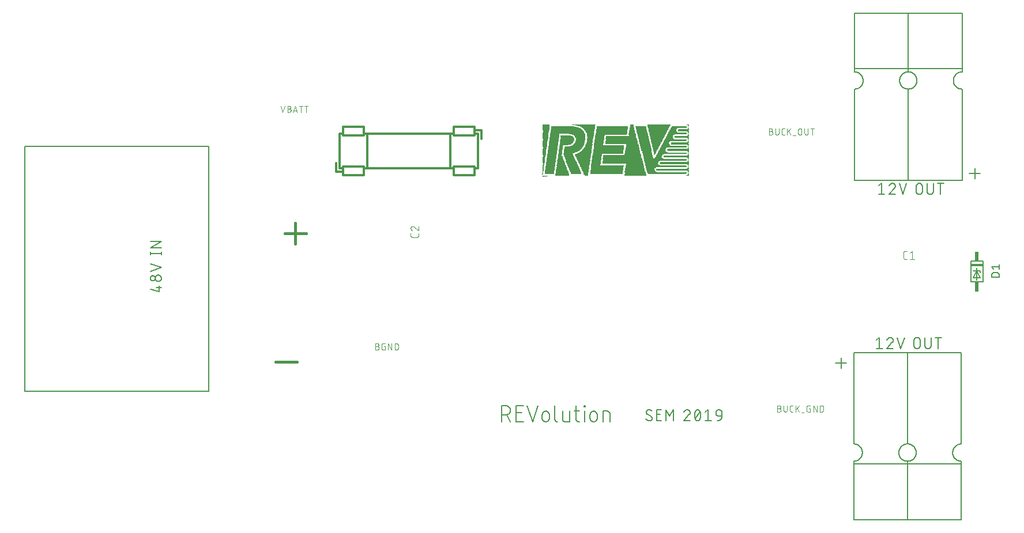
<source format=gbr>
G04 EAGLE Gerber X2 export*
%TF.Part,Single*%
%TF.FileFunction,Legend,Top,1*%
%TF.FilePolarity,Positive*%
%TF.GenerationSoftware,Autodesk,EAGLE,9.1.3*%
%TF.CreationDate,2018-11-12T08:01:02Z*%
G75*
%MOMM*%
%FSLAX34Y34*%
%LPD*%
%AMOC8*
5,1,8,0,0,1.08239X$1,22.5*%
G01*
%ADD10C,0.152400*%
%ADD11C,0.203200*%
%ADD12R,2.070000X0.010000*%
%ADD13R,0.500000X0.010000*%
%ADD14R,3.200000X0.010000*%
%ADD15R,0.330000X0.010000*%
%ADD16R,2.060000X0.010000*%
%ADD17R,0.270000X0.010000*%
%ADD18R,2.050000X0.010000*%
%ADD19R,0.240000X0.010000*%
%ADD20R,0.510000X0.010000*%
%ADD21R,3.190000X0.010000*%
%ADD22R,0.210000X0.010000*%
%ADD23R,2.040000X0.010000*%
%ADD24R,3.180000X0.010000*%
%ADD25R,0.190000X0.010000*%
%ADD26R,0.530000X0.010000*%
%ADD27R,0.180000X0.010000*%
%ADD28R,0.160000X0.010000*%
%ADD29R,0.010000X0.010000*%
%ADD30R,2.030000X0.010000*%
%ADD31R,0.540000X0.010000*%
%ADD32R,3.170000X0.010000*%
%ADD33R,0.150000X0.010000*%
%ADD34R,0.130000X0.010000*%
%ADD35R,2.010000X0.010000*%
%ADD36R,0.550000X0.010000*%
%ADD37R,0.120000X0.010000*%
%ADD38R,0.110000X0.010000*%
%ADD39R,3.150000X0.010000*%
%ADD40R,0.100000X0.010000*%
%ADD41R,2.000000X0.010000*%
%ADD42R,0.570000X0.010000*%
%ADD43R,0.090000X0.010000*%
%ADD44R,0.080000X0.010000*%
%ADD45R,0.020000X0.010000*%
%ADD46R,0.580000X0.010000*%
%ADD47R,1.990000X0.010000*%
%ADD48R,3.140000X0.010000*%
%ADD49R,0.070000X0.010000*%
%ADD50R,1.980000X0.010000*%
%ADD51R,0.590000X0.010000*%
%ADD52R,0.060000X0.010000*%
%ADD53R,1.970000X0.010000*%
%ADD54R,0.600000X0.010000*%
%ADD55R,3.120000X0.010000*%
%ADD56R,0.050000X0.010000*%
%ADD57R,0.040000X0.010000*%
%ADD58R,1.960000X0.010000*%
%ADD59R,0.620000X0.010000*%
%ADD60R,0.030000X0.010000*%
%ADD61R,1.950000X0.010000*%
%ADD62R,0.630000X0.010000*%
%ADD63R,3.110000X0.010000*%
%ADD64R,1.940000X0.010000*%
%ADD65R,1.930000X0.010000*%
%ADD66R,0.640000X0.010000*%
%ADD67R,3.100000X0.010000*%
%ADD68R,3.090000X0.010000*%
%ADD69R,0.660000X0.010000*%
%ADD70R,1.300000X0.010000*%
%ADD71R,1.920000X0.010000*%
%ADD72R,1.590000X0.010000*%
%ADD73R,4.790000X0.010000*%
%ADD74R,5.670000X0.010000*%
%ADD75R,1.580000X0.010000*%
%ADD76R,0.670000X0.010000*%
%ADD77R,5.690000X0.010000*%
%ADD78R,1.900000X0.010000*%
%ADD79R,3.080000X0.010000*%
%ADD80R,5.710000X0.010000*%
%ADD81R,0.680000X0.010000*%
%ADD82R,4.780000X0.010000*%
%ADD83R,5.730000X0.010000*%
%ADD84R,3.070000X0.010000*%
%ADD85R,1.890000X0.010000*%
%ADD86R,1.570000X0.010000*%
%ADD87R,0.690000X0.010000*%
%ADD88R,5.740000X0.010000*%
%ADD89R,0.700000X0.010000*%
%ADD90R,3.060000X0.010000*%
%ADD91R,5.750000X0.010000*%
%ADD92R,1.880000X0.010000*%
%ADD93R,0.710000X0.010000*%
%ADD94R,5.760000X0.010000*%
%ADD95R,1.870000X0.010000*%
%ADD96R,1.860000X0.010000*%
%ADD97R,0.720000X0.010000*%
%ADD98R,3.050000X0.010000*%
%ADD99R,0.730000X0.010000*%
%ADD100R,3.040000X0.010000*%
%ADD101R,1.850000X0.010000*%
%ADD102R,0.740000X0.010000*%
%ADD103R,0.750000X0.010000*%
%ADD104R,3.030000X0.010000*%
%ADD105R,1.840000X0.010000*%
%ADD106R,1.830000X0.010000*%
%ADD107R,0.760000X0.010000*%
%ADD108R,5.720000X0.010000*%
%ADD109R,1.380000X0.010000*%
%ADD110R,1.820000X0.010000*%
%ADD111R,1.560000X0.010000*%
%ADD112R,0.770000X0.010000*%
%ADD113R,3.020000X0.010000*%
%ADD114R,1.340000X0.010000*%
%ADD115R,3.010000X0.010000*%
%ADD116R,0.790000X0.010000*%
%ADD117R,1.280000X0.010000*%
%ADD118R,1.810000X0.010000*%
%ADD119R,3.000000X0.010000*%
%ADD120R,1.260000X0.010000*%
%ADD121R,1.250000X0.010000*%
%ADD122R,1.790000X0.010000*%
%ADD123R,0.800000X0.010000*%
%ADD124R,1.230000X0.010000*%
%ADD125R,1.220000X0.010000*%
%ADD126R,0.810000X0.010000*%
%ADD127R,2.990000X0.010000*%
%ADD128R,1.200000X0.010000*%
%ADD129R,1.780000X0.010000*%
%ADD130R,2.980000X0.010000*%
%ADD131R,0.830000X0.010000*%
%ADD132R,1.190000X0.010000*%
%ADD133R,1.770000X0.010000*%
%ADD134R,1.180000X0.010000*%
%ADD135R,0.840000X0.010000*%
%ADD136R,2.970000X0.010000*%
%ADD137R,1.170000X0.010000*%
%ADD138R,1.760000X0.010000*%
%ADD139R,1.750000X0.010000*%
%ADD140R,1.550000X0.010000*%
%ADD141R,0.850000X0.010000*%
%ADD142R,1.160000X0.010000*%
%ADD143R,1.150000X0.010000*%
%ADD144R,0.860000X0.010000*%
%ADD145R,2.950000X0.010000*%
%ADD146R,1.740000X0.010000*%
%ADD147R,0.870000X0.010000*%
%ADD148R,1.140000X0.010000*%
%ADD149R,1.730000X0.010000*%
%ADD150R,0.880000X0.010000*%
%ADD151R,1.720000X0.010000*%
%ADD152R,2.940000X0.010000*%
%ADD153R,0.140000X0.010000*%
%ADD154R,0.890000X0.010000*%
%ADD155R,1.710000X0.010000*%
%ADD156R,1.130000X0.010000*%
%ADD157R,0.170000X0.010000*%
%ADD158R,0.900000X0.010000*%
%ADD159R,2.930000X0.010000*%
%ADD160R,0.910000X0.010000*%
%ADD161R,2.920000X0.010000*%
%ADD162R,0.200000X0.010000*%
%ADD163R,1.700000X0.010000*%
%ADD164R,0.920000X0.010000*%
%ADD165R,0.220000X0.010000*%
%ADD166R,1.120000X0.010000*%
%ADD167R,0.250000X0.010000*%
%ADD168R,1.680000X0.010000*%
%ADD169R,1.540000X0.010000*%
%ADD170R,0.930000X0.010000*%
%ADD171R,0.290000X0.010000*%
%ADD172R,2.910000X0.010000*%
%ADD173R,4.650000X0.010000*%
%ADD174R,0.940000X0.010000*%
%ADD175R,4.680000X0.010000*%
%ADD176R,1.670000X0.010000*%
%ADD177R,4.700000X0.010000*%
%ADD178R,0.950000X0.010000*%
%ADD179R,2.890000X0.010000*%
%ADD180R,4.710000X0.010000*%
%ADD181R,1.660000X0.010000*%
%ADD182R,0.960000X0.010000*%
%ADD183R,4.720000X0.010000*%
%ADD184R,4.730000X0.010000*%
%ADD185R,1.650000X0.010000*%
%ADD186R,0.970000X0.010000*%
%ADD187R,1.640000X0.010000*%
%ADD188R,2.880000X0.010000*%
%ADD189R,4.740000X0.010000*%
%ADD190R,0.980000X0.010000*%
%ADD191R,1.630000X0.010000*%
%ADD192R,1.000000X0.010000*%
%ADD193R,2.870000X0.010000*%
%ADD194R,4.750000X0.010000*%
%ADD195R,2.860000X0.010000*%
%ADD196R,1.620000X0.010000*%
%ADD197R,1.530000X0.010000*%
%ADD198R,1.010000X0.010000*%
%ADD199R,1.610000X0.010000*%
%ADD200R,1.020000X0.010000*%
%ADD201R,1.600000X0.010000*%
%ADD202R,2.850000X0.010000*%
%ADD203R,1.040000X0.010000*%
%ADD204R,2.840000X0.010000*%
%ADD205R,1.050000X0.010000*%
%ADD206R,2.830000X0.010000*%
%ADD207R,1.060000X0.010000*%
%ADD208R,4.690000X0.010000*%
%ADD209R,4.670000X0.010000*%
%ADD210R,1.070000X0.010000*%
%ADD211R,2.820000X0.010000*%
%ADD212R,4.640000X0.010000*%
%ADD213R,1.080000X0.010000*%
%ADD214R,2.810000X0.010000*%
%ADD215R,1.520000X0.010000*%
%ADD216R,1.090000X0.010000*%
%ADD217R,1.100000X0.010000*%
%ADD218R,2.800000X0.010000*%
%ADD219R,1.210000X0.010000*%
%ADD220R,1.110000X0.010000*%
%ADD221R,2.780000X0.010000*%
%ADD222R,1.240000X0.010000*%
%ADD223R,1.510000X0.010000*%
%ADD224R,2.770000X0.010000*%
%ADD225R,1.500000X0.010000*%
%ADD226R,1.490000X0.010000*%
%ADD227R,1.310000X0.010000*%
%ADD228R,1.290000X0.010000*%
%ADD229R,1.480000X0.010000*%
%ADD230R,2.760000X0.010000*%
%ADD231R,2.750000X0.010000*%
%ADD232R,1.320000X0.010000*%
%ADD233R,1.330000X0.010000*%
%ADD234R,1.470000X0.010000*%
%ADD235R,1.460000X0.010000*%
%ADD236R,2.740000X0.010000*%
%ADD237R,1.350000X0.010000*%
%ADD238R,1.450000X0.010000*%
%ADD239R,1.390000X0.010000*%
%ADD240R,1.410000X0.010000*%
%ADD241R,1.440000X0.010000*%
%ADD242R,2.720000X0.010000*%
%ADD243R,1.430000X0.010000*%
%ADD244R,1.420000X0.010000*%
%ADD245R,2.710000X0.010000*%
%ADD246R,5.940000X0.010000*%
%ADD247R,2.700000X0.010000*%
%ADD248R,5.950000X0.010000*%
%ADD249R,1.400000X0.010000*%
%ADD250R,2.690000X0.010000*%
%ADD251R,5.970000X0.010000*%
%ADD252R,5.980000X0.010000*%
%ADD253R,1.270000X0.010000*%
%ADD254R,5.990000X0.010000*%
%ADD255R,2.680000X0.010000*%
%ADD256R,6.000000X0.010000*%
%ADD257R,1.370000X0.010000*%
%ADD258R,6.010000X0.010000*%
%ADD259R,2.670000X0.010000*%
%ADD260R,1.360000X0.010000*%
%ADD261R,2.660000X0.010000*%
%ADD262R,2.650000X0.010000*%
%ADD263R,2.640000X0.010000*%
%ADD264R,2.630000X0.010000*%
%ADD265R,2.120000X0.010000*%
%ADD266R,2.100000X0.010000*%
%ADD267R,2.620000X0.010000*%
%ADD268R,2.020000X0.010000*%
%ADD269R,2.610000X0.010000*%
%ADD270R,2.600000X0.010000*%
%ADD271R,2.590000X0.010000*%
%ADD272R,2.580000X0.010000*%
%ADD273R,2.570000X0.010000*%
%ADD274R,2.550000X0.010000*%
%ADD275R,0.230000X0.010000*%
%ADD276R,1.910000X0.010000*%
%ADD277R,2.540000X0.010000*%
%ADD278R,2.520000X0.010000*%
%ADD279R,0.340000X0.010000*%
%ADD280R,4.140000X0.010000*%
%ADD281R,4.160000X0.010000*%
%ADD282R,4.170000X0.010000*%
%ADD283R,2.510000X0.010000*%
%ADD284R,4.180000X0.010000*%
%ADD285R,4.190000X0.010000*%
%ADD286R,4.200000X0.010000*%
%ADD287R,4.210000X0.010000*%
%ADD288R,5.960000X0.010000*%
%ADD289R,4.220000X0.010000*%
%ADD290R,0.260000X0.010000*%
%ADD291R,5.930000X0.010000*%
%ADD292R,4.150000X0.010000*%
%ADD293R,4.130000X0.010000*%
%ADD294R,5.920000X0.010000*%
%ADD295R,0.300000X0.010000*%
%ADD296R,5.910000X0.010000*%
%ADD297R,5.900000X0.010000*%
%ADD298R,0.280000X0.010000*%
%ADD299R,1.030000X0.010000*%
%ADD300R,1.690000X0.010000*%
%ADD301R,5.890000X0.010000*%
%ADD302R,5.880000X0.010000*%
%ADD303R,5.870000X0.010000*%
%ADD304R,2.080000X0.010000*%
%ADD305R,5.850000X0.010000*%
%ADD306R,2.110000X0.010000*%
%ADD307R,2.130000X0.010000*%
%ADD308R,5.840000X0.010000*%
%ADD309R,2.150000X0.010000*%
%ADD310R,2.170000X0.010000*%
%ADD311R,2.180000X0.010000*%
%ADD312R,5.830000X0.010000*%
%ADD313R,2.200000X0.010000*%
%ADD314R,5.820000X0.010000*%
%ADD315R,2.230000X0.010000*%
%ADD316R,1.800000X0.010000*%
%ADD317R,2.250000X0.010000*%
%ADD318R,2.270000X0.010000*%
%ADD319R,0.310000X0.010000*%
%ADD320R,2.300000X0.010000*%
%ADD321R,5.810000X0.010000*%
%ADD322R,2.360000X0.010000*%
%ADD323R,6.180000X0.010000*%
%ADD324R,5.800000X0.010000*%
%ADD325R,6.200000X0.010000*%
%ADD326R,6.210000X0.010000*%
%ADD327R,5.790000X0.010000*%
%ADD328R,6.230000X0.010000*%
%ADD329R,6.240000X0.010000*%
%ADD330R,0.320000X0.010000*%
%ADD331R,5.780000X0.010000*%
%ADD332R,6.260000X0.010000*%
%ADD333R,5.770000X0.010000*%
%ADD334R,6.250000X0.010000*%
%ADD335R,0.820000X0.010000*%
%ADD336R,2.790000X0.010000*%
%ADD337R,0.780000X0.010000*%
%ADD338R,5.700000X0.010000*%
%ADD339R,0.350000X0.010000*%
%ADD340R,5.680000X0.010000*%
%ADD341R,0.360000X0.010000*%
%ADD342R,5.650000X0.010000*%
%ADD343R,0.990000X0.010000*%
%ADD344R,0.370000X0.010000*%
%ADD345R,5.640000X0.010000*%
%ADD346R,2.090000X0.010000*%
%ADD347R,5.620000X0.010000*%
%ADD348R,3.600000X0.010000*%
%ADD349R,3.620000X0.010000*%
%ADD350R,3.640000X0.010000*%
%ADD351R,0.380000X0.010000*%
%ADD352R,3.650000X0.010000*%
%ADD353R,5.610000X0.010000*%
%ADD354R,3.660000X0.010000*%
%ADD355R,3.670000X0.010000*%
%ADD356R,5.600000X0.010000*%
%ADD357R,5.590000X0.010000*%
%ADD358R,3.680000X0.010000*%
%ADD359R,0.390000X0.010000*%
%ADD360R,2.160000X0.010000*%
%ADD361R,0.610000X0.010000*%
%ADD362R,5.580000X0.010000*%
%ADD363R,5.570000X0.010000*%
%ADD364R,2.190000X0.010000*%
%ADD365R,5.560000X0.010000*%
%ADD366R,0.400000X0.010000*%
%ADD367R,2.210000X0.010000*%
%ADD368R,5.550000X0.010000*%
%ADD369R,3.630000X0.010000*%
%ADD370R,0.560000X0.010000*%
%ADD371R,2.220000X0.010000*%
%ADD372R,5.540000X0.010000*%
%ADD373R,3.610000X0.010000*%
%ADD374R,3.590000X0.010000*%
%ADD375R,2.240000X0.010000*%
%ADD376R,5.530000X0.010000*%
%ADD377R,0.410000X0.010000*%
%ADD378R,2.260000X0.010000*%
%ADD379R,2.400000X0.010000*%
%ADD380R,0.520000X0.010000*%
%ADD381R,2.280000X0.010000*%
%ADD382R,2.390000X0.010000*%
%ADD383R,0.420000X0.010000*%
%ADD384R,2.290000X0.010000*%
%ADD385R,2.380000X0.010000*%
%ADD386R,2.370000X0.010000*%
%ADD387R,2.310000X0.010000*%
%ADD388R,2.320000X0.010000*%
%ADD389R,0.430000X0.010000*%
%ADD390R,2.330000X0.010000*%
%ADD391R,2.350000X0.010000*%
%ADD392R,2.340000X0.010000*%
%ADD393R,0.440000X0.010000*%
%ADD394R,4.250000X0.010000*%
%ADD395R,0.450000X0.010000*%
%ADD396R,4.270000X0.010000*%
%ADD397R,4.280000X0.010000*%
%ADD398R,4.290000X0.010000*%
%ADD399R,4.410000X0.010000*%
%ADD400R,0.460000X0.010000*%
%ADD401R,4.420000X0.010000*%
%ADD402R,4.260000X0.010000*%
%ADD403R,0.490000X0.010000*%
%ADD404R,4.230000X0.010000*%
%ADD405R,0.470000X0.010000*%
%ADD406R,0.480000X0.010000*%
%ADD407R,2.140000X0.010000*%
%ADD408R,3.130000X0.010000*%
%ADD409R,0.650000X0.010000*%
%ADD410R,2.410000X0.010000*%
%ADD411R,2.420000X0.010000*%
%ADD412R,2.430000X0.010000*%
%ADD413R,2.440000X0.010000*%
%ADD414R,2.450000X0.010000*%
%ADD415R,2.460000X0.010000*%
%ADD416R,2.470000X0.010000*%
%ADD417R,2.480000X0.010000*%
%ADD418R,2.490000X0.010000*%
%ADD419R,2.500000X0.010000*%
%ADD420R,2.530000X0.010000*%
%ADD421R,2.560000X0.010000*%
%ADD422R,3.760000X0.010000*%
%ADD423R,3.770000X0.010000*%
%ADD424R,3.780000X0.010000*%
%ADD425R,3.750000X0.010000*%
%ADD426R,3.740000X0.010000*%
%ADD427R,3.730000X0.010000*%
%ADD428R,3.710000X0.010000*%
%ADD429R,3.700000X0.010000*%
%ADD430R,4.810000X0.010000*%
%ADD431R,4.800000X0.010000*%
%ADD432R,4.770000X0.010000*%
%ADD433R,4.760000X0.010000*%
%ADD434R,4.660000X0.010000*%
%ADD435R,3.250000X0.010000*%
%ADD436R,3.260000X0.010000*%
%ADD437R,3.270000X0.010000*%
%ADD438R,4.630000X0.010000*%
%ADD439R,3.280000X0.010000*%
%ADD440R,4.620000X0.010000*%
%ADD441R,4.610000X0.010000*%
%ADD442R,3.240000X0.010000*%
%ADD443R,4.600000X0.010000*%
%ADD444R,3.220000X0.010000*%
%ADD445R,4.590000X0.010000*%
%ADD446R,4.580000X0.010000*%
%ADD447R,4.570000X0.010000*%
%ADD448R,4.550000X0.010000*%
%ADD449R,4.540000X0.010000*%
%ADD450R,4.520000X0.010000*%
%ADD451R,4.510000X0.010000*%
%ADD452R,4.490000X0.010000*%
%ADD453R,4.480000X0.010000*%
%ADD454R,4.470000X0.010000*%
%ADD455R,4.460000X0.010000*%
%ADD456R,4.450000X0.010000*%
%ADD457R,4.440000X0.010000*%
%ADD458R,4.430000X0.010000*%
%ADD459R,4.400000X0.010000*%
%ADD460R,2.730000X0.010000*%
%ADD461R,5.010000X0.010000*%
%ADD462R,5.000000X0.010000*%
%ADD463R,4.990000X0.010000*%
%ADD464R,4.980000X0.010000*%
%ADD465R,4.970000X0.010000*%
%ADD466R,4.960000X0.010000*%
%ADD467R,4.950000X0.010000*%
%ADD468R,4.940000X0.010000*%
%ADD469R,4.930000X0.010000*%
%ADD470R,4.920000X0.010000*%
%ADD471R,4.910000X0.010000*%
%ADD472R,4.900000X0.010000*%
%ADD473R,4.890000X0.010000*%
%ADD474R,4.880000X0.010000*%
%ADD475R,4.870000X0.010000*%
%ADD476R,4.860000X0.010000*%
%ADD477R,4.850000X0.010000*%
%ADD478R,4.830000X0.010000*%
%ADD479R,4.820000X0.010000*%
%ADD480R,4.530000X0.010000*%
%ADD481R,4.500000X0.010000*%
%ADD482R,2.900000X0.010000*%
%ADD483R,4.390000X0.010000*%
%ADD484R,4.370000X0.010000*%
%ADD485R,4.360000X0.010000*%
%ADD486R,4.330000X0.010000*%
%ADD487R,4.310000X0.010000*%
%ADD488R,4.300000X0.010000*%
%ADD489R,2.960000X0.010000*%
%ADD490R,4.240000X0.010000*%
%ADD491R,4.110000X0.010000*%
%ADD492R,4.090000X0.010000*%
%ADD493R,4.060000X0.010000*%
%ADD494R,4.030000X0.010000*%
%ADD495R,4.000000X0.010000*%
%ADD496R,3.970000X0.010000*%
%ADD497R,3.950000X0.010000*%
%ADD498R,3.920000X0.010000*%
%ADD499R,3.890000X0.010000*%
%ADD500R,3.860000X0.010000*%
%ADD501R,3.810000X0.010000*%
%ADD502R,3.570000X0.010000*%
%ADD503R,3.510000X0.010000*%
%ADD504R,3.450000X0.010000*%
%ADD505R,3.390000X0.010000*%
%ADD506R,3.160000X0.010000*%
%ADD507R,3.320000X0.010000*%
%ADD508R,3.230000X0.010000*%
%ADD509R,3.210000X0.010000*%
%ADD510R,3.290000X0.010000*%
%ADD511R,3.310000X0.010000*%
%ADD512R,3.330000X0.010000*%
%ADD513R,3.340000X0.010000*%
%ADD514R,3.350000X0.010000*%
%ADD515R,3.360000X0.010000*%
%ADD516R,3.370000X0.010000*%
%ADD517R,3.380000X0.010000*%
%ADD518R,3.400000X0.010000*%
%ADD519C,0.000000*%
%ADD520C,0.101600*%
%ADD521C,0.304800*%
%ADD522C,0.127000*%
%ADD523R,1.778000X0.381000*%
%ADD524R,0.508000X1.397000*%
%ADD525C,0.200000*%
%ADD526C,0.406400*%


D10*
X-70776Y202452D02*
X-58132Y198839D01*
X-58132Y207870D01*
X-61744Y205161D02*
X-54520Y205161D01*
X-59035Y214470D02*
X-59168Y214472D01*
X-59300Y214478D01*
X-59432Y214488D01*
X-59564Y214501D01*
X-59696Y214519D01*
X-59826Y214540D01*
X-59957Y214565D01*
X-60086Y214594D01*
X-60214Y214627D01*
X-60342Y214663D01*
X-60468Y214703D01*
X-60593Y214747D01*
X-60717Y214795D01*
X-60839Y214846D01*
X-60960Y214901D01*
X-61079Y214959D01*
X-61197Y215021D01*
X-61312Y215086D01*
X-61426Y215155D01*
X-61537Y215226D01*
X-61646Y215302D01*
X-61753Y215380D01*
X-61858Y215461D01*
X-61960Y215546D01*
X-62060Y215633D01*
X-62157Y215723D01*
X-62252Y215816D01*
X-62343Y215912D01*
X-62432Y216010D01*
X-62518Y216111D01*
X-62601Y216215D01*
X-62681Y216321D01*
X-62757Y216429D01*
X-62831Y216539D01*
X-62901Y216652D01*
X-62968Y216766D01*
X-63031Y216883D01*
X-63091Y217001D01*
X-63148Y217121D01*
X-63201Y217243D01*
X-63250Y217366D01*
X-63296Y217490D01*
X-63338Y217616D01*
X-63376Y217743D01*
X-63411Y217871D01*
X-63442Y218000D01*
X-63469Y218129D01*
X-63492Y218260D01*
X-63512Y218391D01*
X-63527Y218523D01*
X-63539Y218655D01*
X-63547Y218787D01*
X-63551Y218920D01*
X-63551Y219052D01*
X-63547Y219185D01*
X-63539Y219317D01*
X-63527Y219449D01*
X-63512Y219581D01*
X-63492Y219712D01*
X-63469Y219843D01*
X-63442Y219972D01*
X-63411Y220101D01*
X-63376Y220229D01*
X-63338Y220356D01*
X-63296Y220482D01*
X-63250Y220606D01*
X-63201Y220729D01*
X-63148Y220851D01*
X-63091Y220971D01*
X-63031Y221089D01*
X-62968Y221206D01*
X-62901Y221320D01*
X-62831Y221433D01*
X-62757Y221543D01*
X-62681Y221651D01*
X-62601Y221757D01*
X-62518Y221861D01*
X-62432Y221962D01*
X-62343Y222060D01*
X-62252Y222156D01*
X-62157Y222249D01*
X-62060Y222339D01*
X-61960Y222426D01*
X-61858Y222511D01*
X-61753Y222592D01*
X-61646Y222670D01*
X-61537Y222746D01*
X-61426Y222817D01*
X-61312Y222886D01*
X-61197Y222951D01*
X-61079Y223013D01*
X-60960Y223071D01*
X-60839Y223126D01*
X-60717Y223177D01*
X-60593Y223225D01*
X-60468Y223269D01*
X-60342Y223309D01*
X-60214Y223345D01*
X-60086Y223378D01*
X-59957Y223407D01*
X-59826Y223432D01*
X-59696Y223453D01*
X-59564Y223471D01*
X-59432Y223484D01*
X-59300Y223494D01*
X-59168Y223500D01*
X-59035Y223502D01*
X-58902Y223500D01*
X-58770Y223494D01*
X-58638Y223484D01*
X-58506Y223471D01*
X-58374Y223453D01*
X-58244Y223432D01*
X-58113Y223407D01*
X-57984Y223378D01*
X-57856Y223345D01*
X-57728Y223309D01*
X-57602Y223269D01*
X-57477Y223225D01*
X-57353Y223177D01*
X-57231Y223126D01*
X-57110Y223071D01*
X-56991Y223013D01*
X-56873Y222951D01*
X-56758Y222886D01*
X-56644Y222817D01*
X-56533Y222746D01*
X-56424Y222670D01*
X-56317Y222592D01*
X-56212Y222511D01*
X-56110Y222426D01*
X-56010Y222339D01*
X-55913Y222249D01*
X-55818Y222156D01*
X-55727Y222060D01*
X-55638Y221962D01*
X-55552Y221861D01*
X-55469Y221757D01*
X-55389Y221651D01*
X-55313Y221543D01*
X-55239Y221433D01*
X-55169Y221320D01*
X-55102Y221206D01*
X-55039Y221089D01*
X-54979Y220971D01*
X-54922Y220851D01*
X-54869Y220729D01*
X-54820Y220606D01*
X-54774Y220482D01*
X-54732Y220356D01*
X-54694Y220229D01*
X-54659Y220101D01*
X-54628Y219972D01*
X-54601Y219843D01*
X-54578Y219712D01*
X-54558Y219581D01*
X-54543Y219449D01*
X-54531Y219317D01*
X-54523Y219185D01*
X-54519Y219052D01*
X-54519Y218920D01*
X-54523Y218787D01*
X-54531Y218655D01*
X-54543Y218523D01*
X-54558Y218391D01*
X-54578Y218260D01*
X-54601Y218129D01*
X-54628Y218000D01*
X-54659Y217871D01*
X-54694Y217743D01*
X-54732Y217616D01*
X-54774Y217490D01*
X-54820Y217366D01*
X-54869Y217243D01*
X-54922Y217121D01*
X-54979Y217001D01*
X-55039Y216883D01*
X-55102Y216766D01*
X-55169Y216652D01*
X-55239Y216539D01*
X-55313Y216429D01*
X-55389Y216321D01*
X-55469Y216215D01*
X-55552Y216111D01*
X-55638Y216010D01*
X-55727Y215912D01*
X-55818Y215816D01*
X-55913Y215723D01*
X-56010Y215633D01*
X-56110Y215546D01*
X-56212Y215461D01*
X-56317Y215380D01*
X-56424Y215302D01*
X-56533Y215226D01*
X-56644Y215155D01*
X-56758Y215086D01*
X-56873Y215021D01*
X-56991Y214959D01*
X-57110Y214901D01*
X-57231Y214846D01*
X-57353Y214795D01*
X-57477Y214747D01*
X-57602Y214703D01*
X-57728Y214663D01*
X-57856Y214627D01*
X-57984Y214594D01*
X-58113Y214565D01*
X-58244Y214540D01*
X-58374Y214519D01*
X-58506Y214501D01*
X-58638Y214488D01*
X-58770Y214478D01*
X-58902Y214472D01*
X-59035Y214470D01*
X-67163Y215374D02*
X-67282Y215376D01*
X-67402Y215382D01*
X-67521Y215392D01*
X-67639Y215406D01*
X-67758Y215423D01*
X-67875Y215445D01*
X-67992Y215470D01*
X-68107Y215500D01*
X-68222Y215533D01*
X-68336Y215570D01*
X-68448Y215610D01*
X-68559Y215655D01*
X-68668Y215703D01*
X-68776Y215754D01*
X-68882Y215809D01*
X-68986Y215868D01*
X-69088Y215930D01*
X-69188Y215995D01*
X-69286Y216064D01*
X-69382Y216136D01*
X-69475Y216211D01*
X-69565Y216288D01*
X-69653Y216369D01*
X-69738Y216453D01*
X-69820Y216540D01*
X-69900Y216629D01*
X-69976Y216721D01*
X-70050Y216815D01*
X-70120Y216912D01*
X-70187Y217010D01*
X-70251Y217111D01*
X-70311Y217215D01*
X-70368Y217320D01*
X-70421Y217427D01*
X-70471Y217535D01*
X-70517Y217645D01*
X-70559Y217757D01*
X-70598Y217870D01*
X-70633Y217984D01*
X-70664Y218099D01*
X-70692Y218216D01*
X-70715Y218333D01*
X-70735Y218450D01*
X-70751Y218569D01*
X-70763Y218688D01*
X-70771Y218807D01*
X-70775Y218926D01*
X-70775Y219046D01*
X-70771Y219165D01*
X-70763Y219284D01*
X-70751Y219403D01*
X-70735Y219522D01*
X-70715Y219639D01*
X-70692Y219756D01*
X-70664Y219873D01*
X-70633Y219988D01*
X-70598Y220102D01*
X-70559Y220215D01*
X-70517Y220327D01*
X-70471Y220437D01*
X-70421Y220545D01*
X-70368Y220652D01*
X-70311Y220757D01*
X-70251Y220861D01*
X-70187Y220962D01*
X-70120Y221060D01*
X-70050Y221157D01*
X-69976Y221251D01*
X-69900Y221343D01*
X-69820Y221432D01*
X-69738Y221519D01*
X-69653Y221603D01*
X-69565Y221684D01*
X-69475Y221761D01*
X-69382Y221836D01*
X-69286Y221908D01*
X-69188Y221977D01*
X-69088Y222042D01*
X-68986Y222104D01*
X-68882Y222163D01*
X-68776Y222218D01*
X-68668Y222269D01*
X-68559Y222317D01*
X-68448Y222362D01*
X-68336Y222402D01*
X-68222Y222439D01*
X-68107Y222472D01*
X-67992Y222502D01*
X-67875Y222527D01*
X-67758Y222549D01*
X-67639Y222566D01*
X-67521Y222580D01*
X-67402Y222590D01*
X-67282Y222596D01*
X-67163Y222598D01*
X-67044Y222596D01*
X-66924Y222590D01*
X-66805Y222580D01*
X-66687Y222566D01*
X-66568Y222549D01*
X-66451Y222527D01*
X-66334Y222502D01*
X-66219Y222472D01*
X-66104Y222439D01*
X-65990Y222402D01*
X-65878Y222362D01*
X-65767Y222317D01*
X-65658Y222269D01*
X-65550Y222218D01*
X-65444Y222163D01*
X-65340Y222104D01*
X-65238Y222042D01*
X-65138Y221977D01*
X-65040Y221908D01*
X-64944Y221836D01*
X-64851Y221761D01*
X-64761Y221684D01*
X-64673Y221603D01*
X-64588Y221519D01*
X-64506Y221432D01*
X-64426Y221343D01*
X-64350Y221251D01*
X-64276Y221157D01*
X-64206Y221060D01*
X-64139Y220962D01*
X-64075Y220861D01*
X-64015Y220757D01*
X-63958Y220652D01*
X-63905Y220545D01*
X-63855Y220437D01*
X-63809Y220327D01*
X-63767Y220215D01*
X-63728Y220102D01*
X-63693Y219988D01*
X-63662Y219873D01*
X-63634Y219756D01*
X-63611Y219639D01*
X-63591Y219522D01*
X-63575Y219403D01*
X-63563Y219284D01*
X-63555Y219165D01*
X-63551Y219046D01*
X-63551Y218926D01*
X-63555Y218807D01*
X-63563Y218688D01*
X-63575Y218569D01*
X-63591Y218450D01*
X-63611Y218333D01*
X-63634Y218216D01*
X-63662Y218099D01*
X-63693Y217984D01*
X-63728Y217870D01*
X-63767Y217757D01*
X-63809Y217645D01*
X-63855Y217535D01*
X-63905Y217427D01*
X-63958Y217320D01*
X-64015Y217215D01*
X-64075Y217111D01*
X-64139Y217010D01*
X-64206Y216912D01*
X-64276Y216815D01*
X-64350Y216721D01*
X-64426Y216629D01*
X-64506Y216540D01*
X-64588Y216453D01*
X-64673Y216369D01*
X-64761Y216288D01*
X-64851Y216211D01*
X-64944Y216136D01*
X-65040Y216064D01*
X-65138Y215995D01*
X-65238Y215930D01*
X-65340Y215868D01*
X-65444Y215809D01*
X-65550Y215754D01*
X-65658Y215703D01*
X-65767Y215655D01*
X-65878Y215610D01*
X-65990Y215570D01*
X-66104Y215533D01*
X-66219Y215500D01*
X-66334Y215470D01*
X-66451Y215445D01*
X-66568Y215423D01*
X-66687Y215406D01*
X-66805Y215392D01*
X-66924Y215382D01*
X-67044Y215376D01*
X-67163Y215374D01*
X-70776Y229199D02*
X-54520Y234617D01*
X-70776Y240036D01*
X-70776Y255459D02*
X-54520Y255459D01*
X-54520Y253653D02*
X-54520Y257265D01*
X-70776Y257265D02*
X-70776Y253653D01*
X-70776Y263969D02*
X-54520Y263969D01*
X-54520Y273001D02*
X-70776Y263969D01*
X-70776Y273001D02*
X-54520Y273001D01*
X998552Y354776D02*
X1003067Y358388D01*
X1003067Y342132D01*
X998552Y342132D02*
X1007583Y342132D01*
X1023214Y354324D02*
X1023212Y354449D01*
X1023206Y354574D01*
X1023197Y354699D01*
X1023183Y354823D01*
X1023166Y354947D01*
X1023145Y355071D01*
X1023120Y355193D01*
X1023091Y355315D01*
X1023059Y355436D01*
X1023023Y355556D01*
X1022983Y355675D01*
X1022940Y355792D01*
X1022893Y355908D01*
X1022842Y356023D01*
X1022788Y356135D01*
X1022730Y356247D01*
X1022670Y356356D01*
X1022605Y356463D01*
X1022538Y356569D01*
X1022467Y356672D01*
X1022393Y356773D01*
X1022316Y356872D01*
X1022236Y356968D01*
X1022153Y357062D01*
X1022068Y357153D01*
X1021979Y357242D01*
X1021888Y357327D01*
X1021794Y357410D01*
X1021698Y357490D01*
X1021599Y357567D01*
X1021498Y357641D01*
X1021395Y357712D01*
X1021289Y357779D01*
X1021182Y357844D01*
X1021073Y357904D01*
X1020961Y357962D01*
X1020849Y358016D01*
X1020734Y358067D01*
X1020618Y358114D01*
X1020501Y358157D01*
X1020382Y358197D01*
X1020262Y358233D01*
X1020141Y358265D01*
X1020019Y358294D01*
X1019897Y358319D01*
X1019773Y358340D01*
X1019649Y358357D01*
X1019525Y358371D01*
X1019400Y358380D01*
X1019275Y358386D01*
X1019150Y358388D01*
X1019007Y358386D01*
X1018865Y358380D01*
X1018722Y358370D01*
X1018580Y358357D01*
X1018439Y358339D01*
X1018297Y358318D01*
X1018157Y358293D01*
X1018017Y358264D01*
X1017878Y358231D01*
X1017740Y358194D01*
X1017603Y358154D01*
X1017468Y358110D01*
X1017333Y358062D01*
X1017200Y358010D01*
X1017068Y357955D01*
X1016938Y357896D01*
X1016810Y357834D01*
X1016683Y357768D01*
X1016558Y357699D01*
X1016435Y357627D01*
X1016315Y357551D01*
X1016196Y357472D01*
X1016079Y357389D01*
X1015965Y357304D01*
X1015853Y357215D01*
X1015744Y357124D01*
X1015637Y357029D01*
X1015532Y356932D01*
X1015431Y356831D01*
X1015332Y356728D01*
X1015236Y356623D01*
X1015143Y356514D01*
X1015053Y356403D01*
X1014966Y356290D01*
X1014882Y356175D01*
X1014802Y356057D01*
X1014724Y355937D01*
X1014650Y355815D01*
X1014580Y355691D01*
X1014512Y355565D01*
X1014449Y355437D01*
X1014388Y355308D01*
X1014331Y355177D01*
X1014278Y355045D01*
X1014229Y354911D01*
X1014183Y354776D01*
X1021859Y351163D02*
X1021953Y351255D01*
X1022043Y351349D01*
X1022131Y351446D01*
X1022216Y351546D01*
X1022298Y351648D01*
X1022377Y351753D01*
X1022452Y351860D01*
X1022524Y351969D01*
X1022593Y352080D01*
X1022659Y352194D01*
X1022721Y352309D01*
X1022780Y352426D01*
X1022835Y352545D01*
X1022886Y352665D01*
X1022934Y352787D01*
X1022979Y352910D01*
X1023019Y353034D01*
X1023056Y353160D01*
X1023089Y353287D01*
X1023118Y353414D01*
X1023144Y353543D01*
X1023165Y353672D01*
X1023183Y353802D01*
X1023196Y353932D01*
X1023206Y354062D01*
X1023212Y354193D01*
X1023214Y354324D01*
X1021859Y351163D02*
X1014183Y342132D01*
X1023214Y342132D01*
X1034330Y342132D02*
X1028911Y358388D01*
X1039748Y358388D02*
X1034330Y342132D01*
X1053782Y346648D02*
X1053782Y353872D01*
X1053781Y353872D02*
X1053783Y354005D01*
X1053789Y354137D01*
X1053799Y354269D01*
X1053812Y354401D01*
X1053830Y354533D01*
X1053851Y354663D01*
X1053876Y354794D01*
X1053905Y354923D01*
X1053938Y355051D01*
X1053974Y355179D01*
X1054014Y355305D01*
X1054058Y355430D01*
X1054106Y355554D01*
X1054157Y355676D01*
X1054212Y355797D01*
X1054270Y355916D01*
X1054332Y356034D01*
X1054397Y356149D01*
X1054466Y356263D01*
X1054537Y356374D01*
X1054613Y356483D01*
X1054691Y356590D01*
X1054772Y356695D01*
X1054857Y356797D01*
X1054944Y356897D01*
X1055034Y356994D01*
X1055127Y357089D01*
X1055223Y357180D01*
X1055321Y357269D01*
X1055422Y357355D01*
X1055526Y357438D01*
X1055632Y357518D01*
X1055740Y357594D01*
X1055850Y357668D01*
X1055963Y357738D01*
X1056077Y357805D01*
X1056194Y357868D01*
X1056312Y357928D01*
X1056432Y357985D01*
X1056554Y358038D01*
X1056677Y358087D01*
X1056801Y358133D01*
X1056927Y358175D01*
X1057054Y358213D01*
X1057182Y358248D01*
X1057311Y358279D01*
X1057440Y358306D01*
X1057571Y358329D01*
X1057702Y358349D01*
X1057834Y358364D01*
X1057966Y358376D01*
X1058098Y358384D01*
X1058231Y358388D01*
X1058363Y358388D01*
X1058496Y358384D01*
X1058628Y358376D01*
X1058760Y358364D01*
X1058892Y358349D01*
X1059023Y358329D01*
X1059154Y358306D01*
X1059283Y358279D01*
X1059412Y358248D01*
X1059540Y358213D01*
X1059667Y358175D01*
X1059793Y358133D01*
X1059917Y358087D01*
X1060040Y358038D01*
X1060162Y357985D01*
X1060282Y357928D01*
X1060400Y357868D01*
X1060517Y357805D01*
X1060631Y357738D01*
X1060744Y357668D01*
X1060854Y357594D01*
X1060962Y357518D01*
X1061068Y357438D01*
X1061172Y357355D01*
X1061273Y357269D01*
X1061371Y357180D01*
X1061467Y357089D01*
X1061560Y356994D01*
X1061650Y356897D01*
X1061737Y356797D01*
X1061822Y356695D01*
X1061903Y356590D01*
X1061981Y356483D01*
X1062057Y356374D01*
X1062128Y356263D01*
X1062197Y356149D01*
X1062262Y356034D01*
X1062324Y355916D01*
X1062382Y355797D01*
X1062437Y355676D01*
X1062488Y355554D01*
X1062536Y355430D01*
X1062580Y355305D01*
X1062620Y355179D01*
X1062656Y355051D01*
X1062689Y354923D01*
X1062718Y354794D01*
X1062743Y354663D01*
X1062764Y354533D01*
X1062782Y354401D01*
X1062795Y354269D01*
X1062805Y354137D01*
X1062811Y354005D01*
X1062813Y353872D01*
X1062813Y346648D01*
X1062811Y346515D01*
X1062805Y346383D01*
X1062795Y346251D01*
X1062782Y346119D01*
X1062764Y345987D01*
X1062743Y345857D01*
X1062718Y345726D01*
X1062689Y345597D01*
X1062656Y345469D01*
X1062620Y345341D01*
X1062580Y345215D01*
X1062536Y345090D01*
X1062488Y344966D01*
X1062437Y344844D01*
X1062382Y344723D01*
X1062324Y344604D01*
X1062262Y344486D01*
X1062197Y344371D01*
X1062128Y344257D01*
X1062057Y344146D01*
X1061981Y344037D01*
X1061903Y343930D01*
X1061822Y343825D01*
X1061737Y343723D01*
X1061650Y343623D01*
X1061560Y343526D01*
X1061467Y343431D01*
X1061371Y343340D01*
X1061273Y343251D01*
X1061172Y343165D01*
X1061068Y343082D01*
X1060962Y343002D01*
X1060854Y342926D01*
X1060744Y342852D01*
X1060631Y342782D01*
X1060517Y342715D01*
X1060400Y342652D01*
X1060282Y342592D01*
X1060162Y342535D01*
X1060040Y342482D01*
X1059917Y342433D01*
X1059793Y342387D01*
X1059667Y342345D01*
X1059540Y342307D01*
X1059412Y342272D01*
X1059283Y342241D01*
X1059154Y342214D01*
X1059023Y342191D01*
X1058892Y342171D01*
X1058760Y342156D01*
X1058628Y342144D01*
X1058496Y342136D01*
X1058363Y342132D01*
X1058231Y342132D01*
X1058098Y342136D01*
X1057966Y342144D01*
X1057834Y342156D01*
X1057702Y342171D01*
X1057571Y342191D01*
X1057440Y342214D01*
X1057311Y342241D01*
X1057182Y342272D01*
X1057054Y342307D01*
X1056927Y342345D01*
X1056801Y342387D01*
X1056677Y342433D01*
X1056554Y342482D01*
X1056432Y342535D01*
X1056312Y342592D01*
X1056194Y342652D01*
X1056077Y342715D01*
X1055963Y342782D01*
X1055850Y342852D01*
X1055740Y342926D01*
X1055632Y343002D01*
X1055526Y343082D01*
X1055422Y343165D01*
X1055321Y343251D01*
X1055223Y343340D01*
X1055127Y343431D01*
X1055034Y343526D01*
X1054944Y343623D01*
X1054857Y343723D01*
X1054772Y343825D01*
X1054691Y343930D01*
X1054613Y344037D01*
X1054537Y344146D01*
X1054466Y344257D01*
X1054397Y344371D01*
X1054332Y344486D01*
X1054270Y344604D01*
X1054212Y344723D01*
X1054157Y344844D01*
X1054106Y344966D01*
X1054058Y345090D01*
X1054014Y345215D01*
X1053974Y345341D01*
X1053938Y345469D01*
X1053905Y345597D01*
X1053876Y345726D01*
X1053851Y345857D01*
X1053830Y345987D01*
X1053812Y346119D01*
X1053799Y346251D01*
X1053789Y346383D01*
X1053783Y346515D01*
X1053781Y346648D01*
X1069934Y346648D02*
X1069934Y358388D01*
X1069934Y346648D02*
X1069936Y346515D01*
X1069942Y346383D01*
X1069952Y346251D01*
X1069965Y346119D01*
X1069983Y345987D01*
X1070004Y345857D01*
X1070029Y345726D01*
X1070058Y345597D01*
X1070091Y345469D01*
X1070127Y345341D01*
X1070167Y345215D01*
X1070211Y345090D01*
X1070259Y344966D01*
X1070310Y344844D01*
X1070365Y344723D01*
X1070423Y344604D01*
X1070485Y344486D01*
X1070550Y344371D01*
X1070619Y344257D01*
X1070690Y344146D01*
X1070766Y344037D01*
X1070844Y343930D01*
X1070925Y343825D01*
X1071010Y343723D01*
X1071097Y343623D01*
X1071187Y343526D01*
X1071280Y343431D01*
X1071376Y343340D01*
X1071474Y343251D01*
X1071575Y343165D01*
X1071679Y343082D01*
X1071785Y343002D01*
X1071893Y342926D01*
X1072003Y342852D01*
X1072116Y342782D01*
X1072230Y342715D01*
X1072347Y342652D01*
X1072465Y342592D01*
X1072585Y342535D01*
X1072707Y342482D01*
X1072830Y342433D01*
X1072954Y342387D01*
X1073080Y342345D01*
X1073207Y342307D01*
X1073335Y342272D01*
X1073464Y342241D01*
X1073593Y342214D01*
X1073724Y342191D01*
X1073855Y342171D01*
X1073987Y342156D01*
X1074119Y342144D01*
X1074251Y342136D01*
X1074384Y342132D01*
X1074516Y342132D01*
X1074649Y342136D01*
X1074781Y342144D01*
X1074913Y342156D01*
X1075045Y342171D01*
X1075176Y342191D01*
X1075307Y342214D01*
X1075436Y342241D01*
X1075565Y342272D01*
X1075693Y342307D01*
X1075820Y342345D01*
X1075946Y342387D01*
X1076070Y342433D01*
X1076193Y342482D01*
X1076315Y342535D01*
X1076435Y342592D01*
X1076553Y342652D01*
X1076670Y342715D01*
X1076784Y342782D01*
X1076897Y342852D01*
X1077007Y342926D01*
X1077115Y343002D01*
X1077221Y343082D01*
X1077325Y343165D01*
X1077426Y343251D01*
X1077524Y343340D01*
X1077620Y343431D01*
X1077713Y343526D01*
X1077803Y343623D01*
X1077890Y343723D01*
X1077975Y343825D01*
X1078056Y343930D01*
X1078134Y344037D01*
X1078210Y344146D01*
X1078281Y344257D01*
X1078350Y344371D01*
X1078415Y344486D01*
X1078477Y344604D01*
X1078535Y344723D01*
X1078590Y344844D01*
X1078641Y344966D01*
X1078689Y345090D01*
X1078733Y345215D01*
X1078773Y345341D01*
X1078809Y345469D01*
X1078842Y345597D01*
X1078871Y345726D01*
X1078896Y345857D01*
X1078917Y345987D01*
X1078935Y346119D01*
X1078948Y346251D01*
X1078958Y346383D01*
X1078964Y346515D01*
X1078966Y346648D01*
X1078965Y346648D02*
X1078965Y358388D01*
X1089560Y358388D02*
X1089560Y342132D01*
X1085044Y358388D02*
X1094076Y358388D01*
X999892Y131876D02*
X995377Y128263D01*
X999892Y131876D02*
X999892Y115620D01*
X995377Y115620D02*
X1004408Y115620D01*
X1020039Y127812D02*
X1020037Y127937D01*
X1020031Y128062D01*
X1020022Y128187D01*
X1020008Y128311D01*
X1019991Y128435D01*
X1019970Y128559D01*
X1019945Y128681D01*
X1019916Y128803D01*
X1019884Y128924D01*
X1019848Y129044D01*
X1019808Y129163D01*
X1019765Y129280D01*
X1019718Y129396D01*
X1019667Y129511D01*
X1019613Y129623D01*
X1019555Y129735D01*
X1019495Y129844D01*
X1019430Y129951D01*
X1019363Y130057D01*
X1019292Y130160D01*
X1019218Y130261D01*
X1019141Y130360D01*
X1019061Y130456D01*
X1018978Y130550D01*
X1018893Y130641D01*
X1018804Y130730D01*
X1018713Y130815D01*
X1018619Y130898D01*
X1018523Y130978D01*
X1018424Y131055D01*
X1018323Y131129D01*
X1018220Y131200D01*
X1018114Y131267D01*
X1018007Y131332D01*
X1017898Y131392D01*
X1017786Y131450D01*
X1017674Y131504D01*
X1017559Y131555D01*
X1017443Y131602D01*
X1017326Y131645D01*
X1017207Y131685D01*
X1017087Y131721D01*
X1016966Y131753D01*
X1016844Y131782D01*
X1016722Y131807D01*
X1016598Y131828D01*
X1016474Y131845D01*
X1016350Y131859D01*
X1016225Y131868D01*
X1016100Y131874D01*
X1015975Y131876D01*
X1015975Y131875D02*
X1015832Y131873D01*
X1015690Y131867D01*
X1015547Y131857D01*
X1015405Y131844D01*
X1015264Y131826D01*
X1015122Y131805D01*
X1014982Y131780D01*
X1014842Y131751D01*
X1014703Y131718D01*
X1014565Y131681D01*
X1014428Y131641D01*
X1014293Y131597D01*
X1014158Y131549D01*
X1014025Y131497D01*
X1013893Y131442D01*
X1013763Y131383D01*
X1013635Y131321D01*
X1013508Y131255D01*
X1013383Y131186D01*
X1013260Y131114D01*
X1013140Y131038D01*
X1013021Y130959D01*
X1012904Y130876D01*
X1012790Y130791D01*
X1012678Y130702D01*
X1012569Y130611D01*
X1012462Y130516D01*
X1012357Y130419D01*
X1012256Y130318D01*
X1012157Y130215D01*
X1012061Y130110D01*
X1011968Y130001D01*
X1011878Y129890D01*
X1011791Y129777D01*
X1011707Y129662D01*
X1011627Y129544D01*
X1011549Y129424D01*
X1011475Y129302D01*
X1011405Y129178D01*
X1011337Y129052D01*
X1011274Y128924D01*
X1011213Y128795D01*
X1011156Y128664D01*
X1011103Y128532D01*
X1011054Y128398D01*
X1011008Y128263D01*
X1018684Y124651D02*
X1018778Y124743D01*
X1018868Y124837D01*
X1018956Y124934D01*
X1019041Y125034D01*
X1019123Y125136D01*
X1019202Y125241D01*
X1019277Y125348D01*
X1019349Y125457D01*
X1019418Y125568D01*
X1019484Y125682D01*
X1019546Y125797D01*
X1019605Y125914D01*
X1019660Y126033D01*
X1019711Y126153D01*
X1019759Y126275D01*
X1019804Y126398D01*
X1019844Y126522D01*
X1019881Y126648D01*
X1019914Y126775D01*
X1019943Y126902D01*
X1019969Y127031D01*
X1019990Y127160D01*
X1020008Y127290D01*
X1020021Y127420D01*
X1020031Y127550D01*
X1020037Y127681D01*
X1020039Y127812D01*
X1018684Y124651D02*
X1011008Y115620D01*
X1020039Y115620D01*
X1031155Y115620D02*
X1025736Y131876D01*
X1036573Y131876D02*
X1031155Y115620D01*
X1050607Y120135D02*
X1050607Y127360D01*
X1050606Y127360D02*
X1050608Y127493D01*
X1050614Y127625D01*
X1050624Y127757D01*
X1050637Y127889D01*
X1050655Y128021D01*
X1050676Y128151D01*
X1050701Y128282D01*
X1050730Y128411D01*
X1050763Y128539D01*
X1050799Y128667D01*
X1050839Y128793D01*
X1050883Y128918D01*
X1050931Y129042D01*
X1050982Y129164D01*
X1051037Y129285D01*
X1051095Y129404D01*
X1051157Y129522D01*
X1051222Y129637D01*
X1051291Y129751D01*
X1051362Y129862D01*
X1051438Y129971D01*
X1051516Y130078D01*
X1051597Y130183D01*
X1051682Y130285D01*
X1051769Y130385D01*
X1051859Y130482D01*
X1051952Y130577D01*
X1052048Y130668D01*
X1052146Y130757D01*
X1052247Y130843D01*
X1052351Y130926D01*
X1052457Y131006D01*
X1052565Y131082D01*
X1052675Y131156D01*
X1052788Y131226D01*
X1052902Y131293D01*
X1053019Y131356D01*
X1053137Y131416D01*
X1053257Y131473D01*
X1053379Y131526D01*
X1053502Y131575D01*
X1053626Y131621D01*
X1053752Y131663D01*
X1053879Y131701D01*
X1054007Y131736D01*
X1054136Y131767D01*
X1054265Y131794D01*
X1054396Y131817D01*
X1054527Y131837D01*
X1054659Y131852D01*
X1054791Y131864D01*
X1054923Y131872D01*
X1055056Y131876D01*
X1055188Y131876D01*
X1055321Y131872D01*
X1055453Y131864D01*
X1055585Y131852D01*
X1055717Y131837D01*
X1055848Y131817D01*
X1055979Y131794D01*
X1056108Y131767D01*
X1056237Y131736D01*
X1056365Y131701D01*
X1056492Y131663D01*
X1056618Y131621D01*
X1056742Y131575D01*
X1056865Y131526D01*
X1056987Y131473D01*
X1057107Y131416D01*
X1057225Y131356D01*
X1057342Y131293D01*
X1057456Y131226D01*
X1057569Y131156D01*
X1057679Y131082D01*
X1057787Y131006D01*
X1057893Y130926D01*
X1057997Y130843D01*
X1058098Y130757D01*
X1058196Y130668D01*
X1058292Y130577D01*
X1058385Y130482D01*
X1058475Y130385D01*
X1058562Y130285D01*
X1058647Y130183D01*
X1058728Y130078D01*
X1058806Y129971D01*
X1058882Y129862D01*
X1058953Y129751D01*
X1059022Y129637D01*
X1059087Y129522D01*
X1059149Y129404D01*
X1059207Y129285D01*
X1059262Y129164D01*
X1059313Y129042D01*
X1059361Y128918D01*
X1059405Y128793D01*
X1059445Y128667D01*
X1059481Y128539D01*
X1059514Y128411D01*
X1059543Y128282D01*
X1059568Y128151D01*
X1059589Y128021D01*
X1059607Y127889D01*
X1059620Y127757D01*
X1059630Y127625D01*
X1059636Y127493D01*
X1059638Y127360D01*
X1059638Y120135D01*
X1059636Y120002D01*
X1059630Y119870D01*
X1059620Y119738D01*
X1059607Y119606D01*
X1059589Y119474D01*
X1059568Y119344D01*
X1059543Y119213D01*
X1059514Y119084D01*
X1059481Y118956D01*
X1059445Y118828D01*
X1059405Y118702D01*
X1059361Y118577D01*
X1059313Y118453D01*
X1059262Y118331D01*
X1059207Y118210D01*
X1059149Y118091D01*
X1059087Y117973D01*
X1059022Y117858D01*
X1058953Y117744D01*
X1058882Y117633D01*
X1058806Y117524D01*
X1058728Y117417D01*
X1058647Y117312D01*
X1058562Y117210D01*
X1058475Y117110D01*
X1058385Y117013D01*
X1058292Y116918D01*
X1058196Y116827D01*
X1058098Y116738D01*
X1057997Y116652D01*
X1057893Y116569D01*
X1057787Y116489D01*
X1057679Y116413D01*
X1057569Y116339D01*
X1057456Y116269D01*
X1057342Y116202D01*
X1057225Y116139D01*
X1057107Y116079D01*
X1056987Y116022D01*
X1056865Y115969D01*
X1056742Y115920D01*
X1056618Y115874D01*
X1056492Y115832D01*
X1056365Y115794D01*
X1056237Y115759D01*
X1056108Y115728D01*
X1055979Y115701D01*
X1055848Y115678D01*
X1055717Y115658D01*
X1055585Y115643D01*
X1055453Y115631D01*
X1055321Y115623D01*
X1055188Y115619D01*
X1055056Y115619D01*
X1054923Y115623D01*
X1054791Y115631D01*
X1054659Y115643D01*
X1054527Y115658D01*
X1054396Y115678D01*
X1054265Y115701D01*
X1054136Y115728D01*
X1054007Y115759D01*
X1053879Y115794D01*
X1053752Y115832D01*
X1053626Y115874D01*
X1053502Y115920D01*
X1053379Y115969D01*
X1053257Y116022D01*
X1053137Y116079D01*
X1053019Y116139D01*
X1052902Y116202D01*
X1052788Y116269D01*
X1052675Y116339D01*
X1052565Y116413D01*
X1052457Y116489D01*
X1052351Y116569D01*
X1052247Y116652D01*
X1052146Y116738D01*
X1052048Y116827D01*
X1051952Y116918D01*
X1051859Y117013D01*
X1051769Y117110D01*
X1051682Y117210D01*
X1051597Y117312D01*
X1051516Y117417D01*
X1051438Y117524D01*
X1051362Y117633D01*
X1051291Y117744D01*
X1051222Y117858D01*
X1051157Y117973D01*
X1051095Y118091D01*
X1051037Y118210D01*
X1050982Y118331D01*
X1050931Y118453D01*
X1050883Y118577D01*
X1050839Y118702D01*
X1050799Y118828D01*
X1050763Y118956D01*
X1050730Y119084D01*
X1050701Y119213D01*
X1050676Y119344D01*
X1050655Y119474D01*
X1050637Y119606D01*
X1050624Y119738D01*
X1050614Y119870D01*
X1050608Y120002D01*
X1050606Y120135D01*
X1066759Y120135D02*
X1066759Y131876D01*
X1066759Y120135D02*
X1066761Y120002D01*
X1066767Y119870D01*
X1066777Y119738D01*
X1066790Y119606D01*
X1066808Y119474D01*
X1066829Y119344D01*
X1066854Y119213D01*
X1066883Y119084D01*
X1066916Y118956D01*
X1066952Y118828D01*
X1066992Y118702D01*
X1067036Y118577D01*
X1067084Y118453D01*
X1067135Y118331D01*
X1067190Y118210D01*
X1067248Y118091D01*
X1067310Y117973D01*
X1067375Y117858D01*
X1067444Y117744D01*
X1067515Y117633D01*
X1067591Y117524D01*
X1067669Y117417D01*
X1067750Y117312D01*
X1067835Y117210D01*
X1067922Y117110D01*
X1068012Y117013D01*
X1068105Y116918D01*
X1068201Y116827D01*
X1068299Y116738D01*
X1068400Y116652D01*
X1068504Y116569D01*
X1068610Y116489D01*
X1068718Y116413D01*
X1068828Y116339D01*
X1068941Y116269D01*
X1069055Y116202D01*
X1069172Y116139D01*
X1069290Y116079D01*
X1069410Y116022D01*
X1069532Y115969D01*
X1069655Y115920D01*
X1069779Y115874D01*
X1069905Y115832D01*
X1070032Y115794D01*
X1070160Y115759D01*
X1070289Y115728D01*
X1070418Y115701D01*
X1070549Y115678D01*
X1070680Y115658D01*
X1070812Y115643D01*
X1070944Y115631D01*
X1071076Y115623D01*
X1071209Y115619D01*
X1071341Y115619D01*
X1071474Y115623D01*
X1071606Y115631D01*
X1071738Y115643D01*
X1071870Y115658D01*
X1072001Y115678D01*
X1072132Y115701D01*
X1072261Y115728D01*
X1072390Y115759D01*
X1072518Y115794D01*
X1072645Y115832D01*
X1072771Y115874D01*
X1072895Y115920D01*
X1073018Y115969D01*
X1073140Y116022D01*
X1073260Y116079D01*
X1073378Y116139D01*
X1073495Y116202D01*
X1073609Y116269D01*
X1073722Y116339D01*
X1073832Y116413D01*
X1073940Y116489D01*
X1074046Y116569D01*
X1074150Y116652D01*
X1074251Y116738D01*
X1074349Y116827D01*
X1074445Y116918D01*
X1074538Y117013D01*
X1074628Y117110D01*
X1074715Y117210D01*
X1074800Y117312D01*
X1074881Y117417D01*
X1074959Y117524D01*
X1075035Y117633D01*
X1075106Y117744D01*
X1075175Y117858D01*
X1075240Y117973D01*
X1075302Y118091D01*
X1075360Y118210D01*
X1075415Y118331D01*
X1075466Y118453D01*
X1075514Y118577D01*
X1075558Y118702D01*
X1075598Y118828D01*
X1075634Y118956D01*
X1075667Y119084D01*
X1075696Y119213D01*
X1075721Y119344D01*
X1075742Y119474D01*
X1075760Y119606D01*
X1075773Y119738D01*
X1075783Y119870D01*
X1075789Y120002D01*
X1075791Y120135D01*
X1075790Y120135D02*
X1075790Y131876D01*
X1086385Y131876D02*
X1086385Y115620D01*
X1081869Y131876D02*
X1090901Y131876D01*
D11*
X445029Y31397D02*
X445029Y8029D01*
X445029Y31397D02*
X451520Y31397D01*
X451520Y31396D02*
X451679Y31394D01*
X451838Y31388D01*
X451998Y31378D01*
X452156Y31365D01*
X452315Y31347D01*
X452472Y31326D01*
X452630Y31300D01*
X452786Y31271D01*
X452942Y31238D01*
X453097Y31201D01*
X453251Y31161D01*
X453404Y31116D01*
X453556Y31068D01*
X453707Y31017D01*
X453856Y30961D01*
X454004Y30902D01*
X454150Y30839D01*
X454295Y30773D01*
X454438Y30703D01*
X454580Y30630D01*
X454719Y30553D01*
X454857Y30473D01*
X454993Y30389D01*
X455126Y30302D01*
X455258Y30212D01*
X455387Y30119D01*
X455513Y30022D01*
X455638Y29923D01*
X455760Y29820D01*
X455879Y29715D01*
X455996Y29606D01*
X456110Y29495D01*
X456221Y29381D01*
X456330Y29264D01*
X456435Y29145D01*
X456538Y29023D01*
X456637Y28898D01*
X456734Y28772D01*
X456827Y28643D01*
X456917Y28511D01*
X457004Y28378D01*
X457088Y28242D01*
X457168Y28104D01*
X457245Y27965D01*
X457318Y27823D01*
X457388Y27680D01*
X457454Y27535D01*
X457517Y27389D01*
X457576Y27241D01*
X457632Y27092D01*
X457683Y26941D01*
X457731Y26789D01*
X457776Y26636D01*
X457816Y26482D01*
X457853Y26327D01*
X457886Y26171D01*
X457915Y26015D01*
X457941Y25857D01*
X457962Y25700D01*
X457980Y25541D01*
X457993Y25383D01*
X458003Y25223D01*
X458009Y25064D01*
X458011Y24905D01*
X458009Y24746D01*
X458003Y24587D01*
X457993Y24427D01*
X457980Y24269D01*
X457962Y24110D01*
X457941Y23953D01*
X457915Y23795D01*
X457886Y23639D01*
X457853Y23483D01*
X457816Y23328D01*
X457776Y23174D01*
X457731Y23021D01*
X457683Y22869D01*
X457632Y22718D01*
X457576Y22569D01*
X457517Y22421D01*
X457454Y22275D01*
X457388Y22130D01*
X457318Y21987D01*
X457245Y21845D01*
X457168Y21706D01*
X457088Y21568D01*
X457004Y21432D01*
X456917Y21299D01*
X456827Y21167D01*
X456734Y21038D01*
X456637Y20912D01*
X456538Y20787D01*
X456435Y20665D01*
X456330Y20546D01*
X456221Y20429D01*
X456110Y20315D01*
X455996Y20204D01*
X455879Y20095D01*
X455760Y19990D01*
X455638Y19887D01*
X455513Y19788D01*
X455387Y19691D01*
X455258Y19598D01*
X455126Y19508D01*
X454993Y19421D01*
X454857Y19337D01*
X454719Y19257D01*
X454580Y19180D01*
X454438Y19107D01*
X454295Y19037D01*
X454150Y18971D01*
X454004Y18908D01*
X453856Y18849D01*
X453707Y18793D01*
X453556Y18742D01*
X453404Y18694D01*
X453251Y18649D01*
X453097Y18609D01*
X452942Y18572D01*
X452786Y18539D01*
X452630Y18510D01*
X452472Y18484D01*
X452315Y18463D01*
X452156Y18445D01*
X451998Y18432D01*
X451838Y18422D01*
X451679Y18416D01*
X451520Y18414D01*
X445029Y18414D01*
X452818Y18414D02*
X458011Y8029D01*
X466564Y8029D02*
X476950Y8029D01*
X466564Y8029D02*
X466564Y31397D01*
X476950Y31397D01*
X474353Y21011D02*
X466564Y21011D01*
X482640Y31397D02*
X490430Y8029D01*
X498219Y31397D01*
X504724Y18414D02*
X504724Y13221D01*
X504723Y18414D02*
X504725Y18557D01*
X504731Y18700D01*
X504741Y18843D01*
X504755Y18985D01*
X504772Y19127D01*
X504794Y19269D01*
X504819Y19410D01*
X504849Y19550D01*
X504882Y19689D01*
X504919Y19827D01*
X504960Y19964D01*
X505004Y20100D01*
X505053Y20235D01*
X505105Y20368D01*
X505160Y20500D01*
X505220Y20630D01*
X505283Y20759D01*
X505349Y20886D01*
X505419Y21011D01*
X505492Y21133D01*
X505569Y21254D01*
X505649Y21373D01*
X505732Y21489D01*
X505818Y21604D01*
X505907Y21715D01*
X506000Y21825D01*
X506095Y21931D01*
X506194Y22035D01*
X506295Y22136D01*
X506399Y22235D01*
X506505Y22330D01*
X506615Y22423D01*
X506726Y22512D01*
X506841Y22598D01*
X506957Y22681D01*
X507076Y22761D01*
X507197Y22838D01*
X507320Y22911D01*
X507444Y22981D01*
X507571Y23047D01*
X507700Y23110D01*
X507830Y23170D01*
X507962Y23225D01*
X508095Y23277D01*
X508230Y23326D01*
X508366Y23370D01*
X508503Y23411D01*
X508641Y23448D01*
X508780Y23481D01*
X508920Y23511D01*
X509061Y23536D01*
X509203Y23558D01*
X509345Y23575D01*
X509487Y23589D01*
X509630Y23599D01*
X509773Y23605D01*
X509916Y23607D01*
X510059Y23605D01*
X510202Y23599D01*
X510345Y23589D01*
X510487Y23575D01*
X510629Y23558D01*
X510771Y23536D01*
X510912Y23511D01*
X511052Y23481D01*
X511191Y23448D01*
X511329Y23411D01*
X511466Y23370D01*
X511602Y23326D01*
X511737Y23277D01*
X511870Y23225D01*
X512002Y23170D01*
X512132Y23110D01*
X512261Y23047D01*
X512388Y22981D01*
X512513Y22911D01*
X512635Y22838D01*
X512756Y22761D01*
X512875Y22681D01*
X512991Y22598D01*
X513106Y22512D01*
X513217Y22423D01*
X513327Y22330D01*
X513433Y22235D01*
X513537Y22136D01*
X513638Y22035D01*
X513737Y21931D01*
X513832Y21825D01*
X513925Y21715D01*
X514014Y21604D01*
X514100Y21489D01*
X514183Y21373D01*
X514263Y21254D01*
X514340Y21133D01*
X514413Y21011D01*
X514483Y20886D01*
X514549Y20759D01*
X514612Y20630D01*
X514672Y20500D01*
X514727Y20368D01*
X514779Y20235D01*
X514828Y20100D01*
X514872Y19964D01*
X514913Y19827D01*
X514950Y19689D01*
X514983Y19550D01*
X515013Y19410D01*
X515038Y19269D01*
X515060Y19127D01*
X515077Y18985D01*
X515091Y18843D01*
X515101Y18700D01*
X515107Y18557D01*
X515109Y18414D01*
X515109Y13221D01*
X515107Y13078D01*
X515101Y12935D01*
X515091Y12792D01*
X515077Y12650D01*
X515060Y12508D01*
X515038Y12366D01*
X515013Y12225D01*
X514983Y12085D01*
X514950Y11946D01*
X514913Y11808D01*
X514872Y11671D01*
X514828Y11535D01*
X514779Y11400D01*
X514727Y11267D01*
X514672Y11135D01*
X514612Y11005D01*
X514549Y10876D01*
X514483Y10749D01*
X514413Y10624D01*
X514340Y10502D01*
X514263Y10381D01*
X514183Y10262D01*
X514100Y10146D01*
X514014Y10031D01*
X513925Y9920D01*
X513832Y9810D01*
X513737Y9704D01*
X513638Y9600D01*
X513537Y9499D01*
X513433Y9400D01*
X513327Y9305D01*
X513217Y9212D01*
X513106Y9123D01*
X512991Y9037D01*
X512875Y8954D01*
X512756Y8874D01*
X512635Y8797D01*
X512512Y8724D01*
X512388Y8654D01*
X512261Y8588D01*
X512132Y8525D01*
X512002Y8465D01*
X511870Y8410D01*
X511737Y8358D01*
X511602Y8309D01*
X511466Y8265D01*
X511329Y8224D01*
X511191Y8187D01*
X511052Y8154D01*
X510912Y8124D01*
X510771Y8099D01*
X510629Y8077D01*
X510487Y8060D01*
X510345Y8046D01*
X510202Y8036D01*
X510059Y8030D01*
X509916Y8028D01*
X509773Y8030D01*
X509630Y8036D01*
X509487Y8046D01*
X509345Y8060D01*
X509203Y8077D01*
X509061Y8099D01*
X508920Y8124D01*
X508780Y8154D01*
X508641Y8187D01*
X508503Y8224D01*
X508366Y8265D01*
X508230Y8309D01*
X508095Y8358D01*
X507962Y8410D01*
X507830Y8465D01*
X507700Y8525D01*
X507571Y8588D01*
X507444Y8654D01*
X507319Y8724D01*
X507197Y8797D01*
X507076Y8874D01*
X506957Y8954D01*
X506841Y9037D01*
X506726Y9123D01*
X506615Y9212D01*
X506505Y9305D01*
X506399Y9400D01*
X506295Y9499D01*
X506194Y9600D01*
X506095Y9704D01*
X506000Y9810D01*
X505907Y9920D01*
X505818Y10031D01*
X505732Y10146D01*
X505649Y10262D01*
X505569Y10381D01*
X505492Y10502D01*
X505419Y10625D01*
X505349Y10749D01*
X505283Y10876D01*
X505220Y11005D01*
X505160Y11135D01*
X505105Y11267D01*
X505053Y11400D01*
X505004Y11535D01*
X504960Y11671D01*
X504919Y11808D01*
X504882Y11946D01*
X504849Y12085D01*
X504819Y12225D01*
X504794Y12366D01*
X504772Y12508D01*
X504755Y12650D01*
X504741Y12792D01*
X504731Y12935D01*
X504725Y13078D01*
X504723Y13221D01*
X523324Y11923D02*
X523324Y31397D01*
X523324Y11923D02*
X523326Y11801D01*
X523332Y11678D01*
X523341Y11556D01*
X523355Y11435D01*
X523372Y11314D01*
X523393Y11193D01*
X523418Y11073D01*
X523446Y10954D01*
X523479Y10836D01*
X523515Y10719D01*
X523554Y10604D01*
X523598Y10489D01*
X523644Y10376D01*
X523695Y10265D01*
X523749Y10155D01*
X523806Y10047D01*
X523866Y9940D01*
X523930Y9836D01*
X523998Y9734D01*
X524068Y9634D01*
X524141Y9536D01*
X524218Y9440D01*
X524297Y9347D01*
X524380Y9257D01*
X524465Y9169D01*
X524553Y9084D01*
X524643Y9001D01*
X524736Y8922D01*
X524832Y8845D01*
X524930Y8772D01*
X525030Y8702D01*
X525132Y8634D01*
X525236Y8570D01*
X525343Y8510D01*
X525451Y8453D01*
X525561Y8399D01*
X525672Y8348D01*
X525785Y8302D01*
X525900Y8258D01*
X526015Y8219D01*
X526132Y8183D01*
X526250Y8150D01*
X526369Y8122D01*
X526489Y8097D01*
X526610Y8076D01*
X526731Y8059D01*
X526852Y8045D01*
X526974Y8036D01*
X527097Y8030D01*
X527219Y8028D01*
X534650Y11923D02*
X534650Y23607D01*
X534649Y11923D02*
X534651Y11801D01*
X534657Y11678D01*
X534666Y11556D01*
X534680Y11435D01*
X534697Y11314D01*
X534718Y11193D01*
X534743Y11073D01*
X534771Y10954D01*
X534804Y10836D01*
X534840Y10719D01*
X534879Y10604D01*
X534923Y10489D01*
X534969Y10376D01*
X535020Y10265D01*
X535074Y10155D01*
X535131Y10047D01*
X535191Y9940D01*
X535255Y9836D01*
X535323Y9734D01*
X535393Y9634D01*
X535466Y9536D01*
X535543Y9440D01*
X535622Y9347D01*
X535705Y9257D01*
X535790Y9169D01*
X535878Y9084D01*
X535968Y9001D01*
X536061Y8922D01*
X536157Y8845D01*
X536255Y8772D01*
X536355Y8702D01*
X536457Y8634D01*
X536561Y8570D01*
X536668Y8510D01*
X536776Y8453D01*
X536886Y8399D01*
X536997Y8348D01*
X537110Y8302D01*
X537225Y8258D01*
X537340Y8219D01*
X537457Y8183D01*
X537575Y8150D01*
X537694Y8122D01*
X537814Y8097D01*
X537935Y8076D01*
X538056Y8059D01*
X538177Y8045D01*
X538299Y8036D01*
X538422Y8030D01*
X538544Y8028D01*
X538544Y8029D02*
X545036Y8029D01*
X545036Y23607D01*
X551871Y23607D02*
X559660Y23607D01*
X554468Y31397D02*
X554468Y11923D01*
X554467Y11923D02*
X554469Y11801D01*
X554475Y11678D01*
X554484Y11556D01*
X554498Y11435D01*
X554515Y11314D01*
X554536Y11193D01*
X554561Y11073D01*
X554589Y10954D01*
X554622Y10836D01*
X554658Y10719D01*
X554697Y10604D01*
X554741Y10489D01*
X554787Y10376D01*
X554838Y10265D01*
X554892Y10155D01*
X554949Y10047D01*
X555009Y9940D01*
X555073Y9836D01*
X555141Y9734D01*
X555211Y9634D01*
X555284Y9536D01*
X555361Y9440D01*
X555440Y9347D01*
X555523Y9257D01*
X555608Y9169D01*
X555696Y9084D01*
X555786Y9001D01*
X555879Y8922D01*
X555975Y8845D01*
X556073Y8772D01*
X556173Y8702D01*
X556275Y8634D01*
X556379Y8570D01*
X556486Y8510D01*
X556594Y8453D01*
X556704Y8399D01*
X556815Y8348D01*
X556928Y8302D01*
X557043Y8258D01*
X557158Y8219D01*
X557275Y8183D01*
X557393Y8150D01*
X557512Y8122D01*
X557632Y8097D01*
X557753Y8076D01*
X557874Y8059D01*
X557995Y8045D01*
X558117Y8036D01*
X558240Y8030D01*
X558362Y8028D01*
X558362Y8029D02*
X559660Y8029D01*
X566985Y8029D02*
X566985Y23607D01*
X566336Y30098D02*
X566336Y31397D01*
X567634Y31397D01*
X567634Y30098D01*
X566336Y30098D01*
X575015Y18414D02*
X575015Y13221D01*
X575015Y18414D02*
X575017Y18557D01*
X575023Y18700D01*
X575033Y18843D01*
X575047Y18985D01*
X575064Y19127D01*
X575086Y19269D01*
X575111Y19410D01*
X575141Y19550D01*
X575174Y19689D01*
X575211Y19827D01*
X575252Y19964D01*
X575296Y20100D01*
X575345Y20235D01*
X575397Y20368D01*
X575452Y20500D01*
X575512Y20630D01*
X575575Y20759D01*
X575641Y20886D01*
X575711Y21011D01*
X575784Y21133D01*
X575861Y21254D01*
X575941Y21373D01*
X576024Y21489D01*
X576110Y21604D01*
X576199Y21715D01*
X576292Y21825D01*
X576387Y21931D01*
X576486Y22035D01*
X576587Y22136D01*
X576691Y22235D01*
X576797Y22330D01*
X576907Y22423D01*
X577018Y22512D01*
X577133Y22598D01*
X577249Y22681D01*
X577368Y22761D01*
X577489Y22838D01*
X577612Y22911D01*
X577736Y22981D01*
X577863Y23047D01*
X577992Y23110D01*
X578122Y23170D01*
X578254Y23225D01*
X578387Y23277D01*
X578522Y23326D01*
X578658Y23370D01*
X578795Y23411D01*
X578933Y23448D01*
X579072Y23481D01*
X579212Y23511D01*
X579353Y23536D01*
X579495Y23558D01*
X579637Y23575D01*
X579779Y23589D01*
X579922Y23599D01*
X580065Y23605D01*
X580208Y23607D01*
X580351Y23605D01*
X580494Y23599D01*
X580637Y23589D01*
X580779Y23575D01*
X580921Y23558D01*
X581063Y23536D01*
X581204Y23511D01*
X581344Y23481D01*
X581483Y23448D01*
X581621Y23411D01*
X581758Y23370D01*
X581894Y23326D01*
X582029Y23277D01*
X582162Y23225D01*
X582294Y23170D01*
X582424Y23110D01*
X582553Y23047D01*
X582680Y22981D01*
X582805Y22911D01*
X582927Y22838D01*
X583048Y22761D01*
X583167Y22681D01*
X583283Y22598D01*
X583398Y22512D01*
X583509Y22423D01*
X583619Y22330D01*
X583725Y22235D01*
X583829Y22136D01*
X583930Y22035D01*
X584029Y21931D01*
X584124Y21825D01*
X584217Y21715D01*
X584306Y21604D01*
X584392Y21489D01*
X584475Y21373D01*
X584555Y21254D01*
X584632Y21133D01*
X584705Y21011D01*
X584775Y20886D01*
X584841Y20759D01*
X584904Y20630D01*
X584964Y20500D01*
X585019Y20368D01*
X585071Y20235D01*
X585120Y20100D01*
X585164Y19964D01*
X585205Y19827D01*
X585242Y19689D01*
X585275Y19550D01*
X585305Y19410D01*
X585330Y19269D01*
X585352Y19127D01*
X585369Y18985D01*
X585383Y18843D01*
X585393Y18700D01*
X585399Y18557D01*
X585401Y18414D01*
X585401Y13221D01*
X585399Y13078D01*
X585393Y12935D01*
X585383Y12792D01*
X585369Y12650D01*
X585352Y12508D01*
X585330Y12366D01*
X585305Y12225D01*
X585275Y12085D01*
X585242Y11946D01*
X585205Y11808D01*
X585164Y11671D01*
X585120Y11535D01*
X585071Y11400D01*
X585019Y11267D01*
X584964Y11135D01*
X584904Y11005D01*
X584841Y10876D01*
X584775Y10749D01*
X584705Y10624D01*
X584632Y10502D01*
X584555Y10381D01*
X584475Y10262D01*
X584392Y10146D01*
X584306Y10031D01*
X584217Y9920D01*
X584124Y9810D01*
X584029Y9704D01*
X583930Y9600D01*
X583829Y9499D01*
X583725Y9400D01*
X583619Y9305D01*
X583509Y9212D01*
X583398Y9123D01*
X583283Y9037D01*
X583167Y8954D01*
X583048Y8874D01*
X582927Y8797D01*
X582804Y8724D01*
X582680Y8654D01*
X582553Y8588D01*
X582424Y8525D01*
X582294Y8465D01*
X582162Y8410D01*
X582029Y8358D01*
X581894Y8309D01*
X581758Y8265D01*
X581621Y8224D01*
X581483Y8187D01*
X581344Y8154D01*
X581204Y8124D01*
X581063Y8099D01*
X580921Y8077D01*
X580779Y8060D01*
X580637Y8046D01*
X580494Y8036D01*
X580351Y8030D01*
X580208Y8028D01*
X580065Y8030D01*
X579922Y8036D01*
X579779Y8046D01*
X579637Y8060D01*
X579495Y8077D01*
X579353Y8099D01*
X579212Y8124D01*
X579072Y8154D01*
X578933Y8187D01*
X578795Y8224D01*
X578658Y8265D01*
X578522Y8309D01*
X578387Y8358D01*
X578254Y8410D01*
X578122Y8465D01*
X577992Y8525D01*
X577863Y8588D01*
X577736Y8654D01*
X577612Y8724D01*
X577489Y8797D01*
X577368Y8874D01*
X577249Y8954D01*
X577133Y9037D01*
X577018Y9123D01*
X576907Y9212D01*
X576797Y9305D01*
X576691Y9400D01*
X576587Y9499D01*
X576486Y9600D01*
X576387Y9704D01*
X576292Y9810D01*
X576199Y9920D01*
X576110Y10031D01*
X576024Y10146D01*
X575941Y10262D01*
X575861Y10381D01*
X575784Y10502D01*
X575711Y10625D01*
X575641Y10749D01*
X575575Y10876D01*
X575512Y11005D01*
X575452Y11135D01*
X575397Y11267D01*
X575345Y11400D01*
X575296Y11535D01*
X575252Y11671D01*
X575211Y11808D01*
X575174Y11946D01*
X575141Y12085D01*
X575111Y12225D01*
X575086Y12366D01*
X575064Y12508D01*
X575047Y12650D01*
X575033Y12792D01*
X575023Y12935D01*
X575017Y13078D01*
X575015Y13221D01*
X593806Y8029D02*
X593806Y23607D01*
X600297Y23607D01*
X600297Y23608D02*
X600419Y23606D01*
X600542Y23600D01*
X600664Y23591D01*
X600785Y23577D01*
X600906Y23560D01*
X601027Y23539D01*
X601147Y23514D01*
X601266Y23486D01*
X601384Y23453D01*
X601501Y23417D01*
X601616Y23378D01*
X601731Y23334D01*
X601844Y23288D01*
X601955Y23237D01*
X602065Y23183D01*
X602173Y23126D01*
X602280Y23066D01*
X602384Y23002D01*
X602486Y22934D01*
X602586Y22864D01*
X602684Y22791D01*
X602780Y22714D01*
X602873Y22635D01*
X602963Y22552D01*
X603051Y22467D01*
X603136Y22379D01*
X603219Y22289D01*
X603298Y22196D01*
X603375Y22100D01*
X603448Y22002D01*
X603518Y21902D01*
X603586Y21800D01*
X603650Y21696D01*
X603710Y21589D01*
X603767Y21481D01*
X603821Y21371D01*
X603872Y21260D01*
X603918Y21147D01*
X603962Y21032D01*
X604001Y20917D01*
X604037Y20800D01*
X604070Y20682D01*
X604098Y20563D01*
X604123Y20443D01*
X604144Y20322D01*
X604161Y20201D01*
X604175Y20080D01*
X604184Y19958D01*
X604190Y19835D01*
X604192Y19713D01*
X604192Y8029D01*
D12*
X534400Y369500D03*
D13*
X569350Y369500D03*
D14*
X641350Y369500D03*
D15*
X718100Y369500D03*
D16*
X534350Y369600D03*
D13*
X569350Y369600D03*
D14*
X641350Y369600D03*
D17*
X718400Y369600D03*
D18*
X534400Y369700D03*
D13*
X569350Y369700D03*
D14*
X641350Y369700D03*
D19*
X718550Y369700D03*
D18*
X534400Y369800D03*
D20*
X569300Y369800D03*
D21*
X641300Y369800D03*
D22*
X718700Y369800D03*
D23*
X534350Y369900D03*
D20*
X569300Y369900D03*
D24*
X641350Y369900D03*
D25*
X718800Y369900D03*
D23*
X534350Y370000D03*
D26*
X569300Y370000D03*
D24*
X641350Y370000D03*
D27*
X718850Y370000D03*
D23*
X534350Y370100D03*
D26*
X569300Y370100D03*
D24*
X641350Y370100D03*
D28*
X718950Y370100D03*
D29*
X505500Y370200D03*
D30*
X534300Y370200D03*
D31*
X569250Y370200D03*
D32*
X641300Y370200D03*
D33*
X719000Y370200D03*
D29*
X505500Y370300D03*
D30*
X534300Y370300D03*
D31*
X569250Y370300D03*
D32*
X641300Y370300D03*
D34*
X719100Y370300D03*
D29*
X505500Y370400D03*
D35*
X534300Y370400D03*
D36*
X569200Y370400D03*
D32*
X641300Y370400D03*
D37*
X719150Y370400D03*
D29*
X505500Y370500D03*
D35*
X534300Y370500D03*
D36*
X569200Y370500D03*
D32*
X641300Y370500D03*
D38*
X719200Y370500D03*
D29*
X505500Y370600D03*
D35*
X534300Y370600D03*
D36*
X569200Y370600D03*
D39*
X641300Y370600D03*
D40*
X719250Y370600D03*
D29*
X505500Y370700D03*
D41*
X534250Y370700D03*
D42*
X569200Y370700D03*
D39*
X641300Y370700D03*
D43*
X719300Y370700D03*
D29*
X505500Y370800D03*
D41*
X534250Y370800D03*
D42*
X569200Y370800D03*
D39*
X641300Y370800D03*
D44*
X719350Y370800D03*
D45*
X505550Y370900D03*
D41*
X534250Y370900D03*
D46*
X569150Y370900D03*
D39*
X641300Y370900D03*
D44*
X719350Y370900D03*
D45*
X505550Y371000D03*
D47*
X534200Y371000D03*
D46*
X569150Y371000D03*
D48*
X641250Y371000D03*
D49*
X719400Y371000D03*
D45*
X505550Y371100D03*
D50*
X534250Y371100D03*
D51*
X569100Y371100D03*
D48*
X641250Y371100D03*
D52*
X719450Y371100D03*
D45*
X505550Y371200D03*
D53*
X534200Y371200D03*
D51*
X569100Y371200D03*
D48*
X641250Y371200D03*
D52*
X719450Y371200D03*
D45*
X505550Y371300D03*
D53*
X534200Y371300D03*
D54*
X569050Y371300D03*
D55*
X641250Y371300D03*
D56*
X719500Y371300D03*
D45*
X505550Y371400D03*
D53*
X534200Y371400D03*
D54*
X569050Y371400D03*
D55*
X641250Y371400D03*
D57*
X719550Y371400D03*
D45*
X505550Y371500D03*
D58*
X534150Y371500D03*
D59*
X569050Y371500D03*
D55*
X641250Y371500D03*
D57*
X719550Y371500D03*
D60*
X505600Y371600D03*
D58*
X534150Y371600D03*
D59*
X569050Y371600D03*
D55*
X641250Y371600D03*
D60*
X719600Y371600D03*
X505600Y371700D03*
D61*
X534100Y371700D03*
D62*
X569000Y371700D03*
D63*
X641200Y371700D03*
D60*
X719600Y371700D03*
X505600Y371800D03*
D64*
X534150Y371800D03*
D62*
X569000Y371800D03*
D63*
X641200Y371800D03*
D60*
X719600Y371800D03*
X505600Y371900D03*
D64*
X534150Y371900D03*
D62*
X569000Y371900D03*
D63*
X641200Y371900D03*
D45*
X719650Y371900D03*
D60*
X505600Y372000D03*
D65*
X534100Y372000D03*
D66*
X568950Y372000D03*
D67*
X641250Y372000D03*
D45*
X719650Y372000D03*
D60*
X505600Y372100D03*
D65*
X534100Y372100D03*
D66*
X568950Y372100D03*
D68*
X641200Y372100D03*
D45*
X719650Y372100D03*
D60*
X505600Y372200D03*
D65*
X534100Y372200D03*
D69*
X568950Y372200D03*
D68*
X641200Y372200D03*
D29*
X719700Y372200D03*
D57*
X505650Y372300D03*
D70*
X515150Y372300D03*
D71*
X534050Y372300D03*
D72*
X554600Y372300D03*
D69*
X568950Y372300D03*
D73*
X599000Y372300D03*
D68*
X641200Y372300D03*
D74*
X687900Y372300D03*
D29*
X719700Y372300D03*
D57*
X505650Y372400D03*
D70*
X515150Y372400D03*
D71*
X534050Y372400D03*
D75*
X554550Y372400D03*
D76*
X568900Y372400D03*
D73*
X599000Y372400D03*
D68*
X641200Y372400D03*
D77*
X688000Y372400D03*
D29*
X719700Y372400D03*
D57*
X505650Y372500D03*
D70*
X515150Y372500D03*
D78*
X534050Y372500D03*
D75*
X554550Y372500D03*
D76*
X568900Y372500D03*
D73*
X599000Y372500D03*
D79*
X641150Y372500D03*
D80*
X688100Y372500D03*
D29*
X719700Y372500D03*
D57*
X505650Y372600D03*
D70*
X515150Y372600D03*
D78*
X534050Y372600D03*
D75*
X554450Y372600D03*
D81*
X568850Y372600D03*
D82*
X599050Y372600D03*
D79*
X641150Y372600D03*
D83*
X688100Y372600D03*
D29*
X719700Y372600D03*
D57*
X505650Y372700D03*
D70*
X515150Y372700D03*
D78*
X534050Y372700D03*
D75*
X554450Y372700D03*
D81*
X568850Y372700D03*
D82*
X599050Y372700D03*
D84*
X641200Y372700D03*
D83*
X688100Y372700D03*
D57*
X505650Y372800D03*
D70*
X515250Y372800D03*
D85*
X534000Y372800D03*
D86*
X554400Y372800D03*
D87*
X568800Y372800D03*
D82*
X599050Y372800D03*
D84*
X641200Y372800D03*
D88*
X688150Y372800D03*
D57*
X505650Y372900D03*
D70*
X515250Y372900D03*
D85*
X534000Y372900D03*
D75*
X554350Y372900D03*
D89*
X568850Y372900D03*
D82*
X599050Y372900D03*
D90*
X641150Y372900D03*
D91*
X688100Y372900D03*
D56*
X505700Y373000D03*
D70*
X515250Y373000D03*
D92*
X533950Y373000D03*
D86*
X554300Y373000D03*
D93*
X568800Y373000D03*
D73*
X599100Y373000D03*
D90*
X641150Y373000D03*
D94*
X688150Y373000D03*
D56*
X505700Y373100D03*
D70*
X515250Y373100D03*
D92*
X533950Y373100D03*
D75*
X554250Y373100D03*
D93*
X568800Y373100D03*
D73*
X599100Y373100D03*
D90*
X641150Y373100D03*
D94*
X688150Y373100D03*
D56*
X505700Y373200D03*
D70*
X515250Y373200D03*
D95*
X534000Y373200D03*
D86*
X554200Y373200D03*
D93*
X568800Y373200D03*
D73*
X599100Y373200D03*
D90*
X641150Y373200D03*
D94*
X688150Y373200D03*
D56*
X505700Y373300D03*
D70*
X515250Y373300D03*
D96*
X533950Y373300D03*
D86*
X554200Y373300D03*
D97*
X568750Y373300D03*
D82*
X599150Y373300D03*
D98*
X641100Y373300D03*
D94*
X688050Y373300D03*
D56*
X505700Y373400D03*
D70*
X515250Y373400D03*
D96*
X533950Y373400D03*
D86*
X554100Y373400D03*
D97*
X568750Y373400D03*
D82*
X599150Y373400D03*
D98*
X641100Y373400D03*
D94*
X688050Y373400D03*
D56*
X505700Y373500D03*
D70*
X515350Y373500D03*
D96*
X533950Y373500D03*
D86*
X554100Y373500D03*
D99*
X568700Y373500D03*
D82*
X599150Y373500D03*
D100*
X641150Y373500D03*
D94*
X688050Y373500D03*
D56*
X505700Y373600D03*
D70*
X515350Y373600D03*
D101*
X533900Y373600D03*
D75*
X554050Y373600D03*
D102*
X568750Y373600D03*
D82*
X599150Y373600D03*
D100*
X641150Y373600D03*
D91*
X688000Y373600D03*
D29*
X719700Y373600D03*
D52*
X505750Y373700D03*
D70*
X515350Y373700D03*
D101*
X533900Y373700D03*
D86*
X554000Y373700D03*
D103*
X568700Y373700D03*
D73*
X599200Y373700D03*
D104*
X641100Y373700D03*
D91*
X687900Y373700D03*
D29*
X719700Y373700D03*
D52*
X505750Y373800D03*
D70*
X515350Y373800D03*
D105*
X533850Y373800D03*
D86*
X554000Y373800D03*
D103*
X568700Y373800D03*
D73*
X599200Y373800D03*
D104*
X641100Y373800D03*
D88*
X687850Y373800D03*
D29*
X719700Y373800D03*
D52*
X505750Y373900D03*
D70*
X515350Y373900D03*
D106*
X533900Y373900D03*
D86*
X553900Y373900D03*
D107*
X568650Y373900D03*
D73*
X599200Y373900D03*
D104*
X641100Y373900D03*
D108*
X687750Y373900D03*
D29*
X719700Y373900D03*
D52*
X505750Y374000D03*
D70*
X515350Y374000D03*
D106*
X533900Y374000D03*
D86*
X553900Y374000D03*
D107*
X568650Y374000D03*
D82*
X599250Y374000D03*
D104*
X641100Y374000D03*
D109*
X666050Y374000D03*
D29*
X719700Y374000D03*
D52*
X505750Y374100D03*
D70*
X515350Y374100D03*
D110*
X533850Y374100D03*
D111*
X553850Y374100D03*
D112*
X568600Y374100D03*
D82*
X599250Y374100D03*
D113*
X641050Y374100D03*
D114*
X665750Y374100D03*
D29*
X719700Y374100D03*
D52*
X505750Y374200D03*
D70*
X515450Y374200D03*
D110*
X533850Y374200D03*
D86*
X553800Y374200D03*
D112*
X568600Y374200D03*
D82*
X599250Y374200D03*
D115*
X641100Y374200D03*
D70*
X665550Y374200D03*
D45*
X719650Y374200D03*
D52*
X505750Y374300D03*
D70*
X515450Y374300D03*
D110*
X533850Y374300D03*
D111*
X553750Y374300D03*
D116*
X568600Y374300D03*
D82*
X599250Y374300D03*
D115*
X641100Y374300D03*
D117*
X665450Y374300D03*
D45*
X719650Y374300D03*
D49*
X505800Y374400D03*
D70*
X515450Y374400D03*
D118*
X533800Y374400D03*
D86*
X553700Y374400D03*
D116*
X568600Y374400D03*
D73*
X599300Y374400D03*
D119*
X641050Y374400D03*
D120*
X665350Y374400D03*
D45*
X719650Y374400D03*
D49*
X505800Y374500D03*
D70*
X515450Y374500D03*
D118*
X533800Y374500D03*
D111*
X553650Y374500D03*
D116*
X568600Y374500D03*
D73*
X599300Y374500D03*
D119*
X641050Y374500D03*
D121*
X665200Y374500D03*
D60*
X719600Y374500D03*
D49*
X505800Y374600D03*
D70*
X515450Y374600D03*
D122*
X533800Y374600D03*
D111*
X553650Y374600D03*
D123*
X568550Y374600D03*
D73*
X599300Y374600D03*
D119*
X641050Y374600D03*
D124*
X665100Y374600D03*
D60*
X719600Y374600D03*
D49*
X505800Y374700D03*
D70*
X515450Y374700D03*
D122*
X533800Y374700D03*
D111*
X553550Y374700D03*
D123*
X568550Y374700D03*
D82*
X599350Y374700D03*
D119*
X641050Y374700D03*
D125*
X665050Y374700D03*
D57*
X719550Y374700D03*
D49*
X505800Y374800D03*
D70*
X515450Y374800D03*
D122*
X533800Y374800D03*
D111*
X553550Y374800D03*
D126*
X568500Y374800D03*
D82*
X599350Y374800D03*
D127*
X641000Y374800D03*
D128*
X664950Y374800D03*
D57*
X719550Y374800D03*
D49*
X505800Y374900D03*
D70*
X515550Y374900D03*
D129*
X533750Y374900D03*
D86*
X553500Y374900D03*
D126*
X568500Y374900D03*
D82*
X599350Y374900D03*
D130*
X641050Y374900D03*
D128*
X664850Y374900D03*
D56*
X719500Y374900D03*
D49*
X505800Y375000D03*
D70*
X515550Y375000D03*
D129*
X533750Y375000D03*
D111*
X553450Y375000D03*
D131*
X568500Y375000D03*
D82*
X599350Y375000D03*
D130*
X641050Y375000D03*
D132*
X664800Y375000D03*
D56*
X719500Y375000D03*
D44*
X505850Y375100D03*
D70*
X515550Y375100D03*
D133*
X533700Y375100D03*
D111*
X553450Y375100D03*
D131*
X568500Y375100D03*
D82*
X599350Y375100D03*
D130*
X641050Y375100D03*
D134*
X664750Y375100D03*
D52*
X719450Y375100D03*
D44*
X505850Y375200D03*
D70*
X515550Y375200D03*
D133*
X533700Y375200D03*
D111*
X553350Y375200D03*
D135*
X568450Y375200D03*
D73*
X599400Y375200D03*
D136*
X641000Y375200D03*
D137*
X664700Y375200D03*
D49*
X719400Y375200D03*
D44*
X505850Y375300D03*
D70*
X515550Y375300D03*
D138*
X533750Y375300D03*
D111*
X553350Y375300D03*
D135*
X568450Y375300D03*
D73*
X599400Y375300D03*
D136*
X641000Y375300D03*
D137*
X664600Y375300D03*
D49*
X719400Y375300D03*
D44*
X505850Y375400D03*
D70*
X515550Y375400D03*
D139*
X533700Y375400D03*
D140*
X553300Y375400D03*
D141*
X568400Y375400D03*
D82*
X599450Y375400D03*
D136*
X641000Y375400D03*
D142*
X664550Y375400D03*
D44*
X719350Y375400D03*
X505850Y375500D03*
D70*
X515550Y375500D03*
D139*
X533700Y375500D03*
D111*
X553250Y375500D03*
D141*
X568400Y375500D03*
D82*
X599450Y375500D03*
D136*
X641000Y375500D03*
D143*
X664500Y375500D03*
D43*
X719300Y375500D03*
D44*
X505850Y375600D03*
D70*
X515650Y375600D03*
D139*
X533700Y375600D03*
D140*
X553200Y375600D03*
D144*
X568350Y375600D03*
D82*
X599450Y375600D03*
D145*
X641000Y375600D03*
D142*
X664450Y375600D03*
D40*
X719250Y375600D03*
D44*
X505850Y375700D03*
D70*
X515650Y375700D03*
D146*
X533650Y375700D03*
D111*
X553150Y375700D03*
D147*
X568400Y375700D03*
D82*
X599450Y375700D03*
D145*
X641000Y375700D03*
D143*
X664400Y375700D03*
D38*
X719200Y375700D03*
D44*
X505850Y375800D03*
D70*
X515650Y375800D03*
D146*
X533650Y375800D03*
D140*
X553100Y375800D03*
D147*
X568400Y375800D03*
D82*
X599450Y375800D03*
D145*
X641000Y375800D03*
D148*
X664350Y375800D03*
D37*
X719150Y375800D03*
D43*
X505900Y375900D03*
D70*
X515650Y375900D03*
D149*
X533600Y375900D03*
D140*
X553100Y375900D03*
D150*
X568350Y375900D03*
D73*
X599500Y375900D03*
D145*
X641000Y375900D03*
D148*
X664350Y375900D03*
D34*
X719100Y375900D03*
D43*
X505900Y376000D03*
D70*
X515650Y376000D03*
D151*
X533650Y376000D03*
D140*
X553000Y376000D03*
D150*
X568350Y376000D03*
D73*
X599500Y376000D03*
D152*
X640950Y376000D03*
D148*
X664250Y376000D03*
D153*
X719050Y376000D03*
D43*
X505900Y376100D03*
D70*
X515650Y376100D03*
D151*
X533650Y376100D03*
D140*
X553000Y376100D03*
D154*
X568300Y376100D03*
D82*
X599550Y376100D03*
D152*
X640950Y376100D03*
D148*
X664250Y376100D03*
D33*
X719000Y376100D03*
D43*
X505900Y376200D03*
D70*
X515650Y376200D03*
D155*
X533600Y376200D03*
D140*
X553000Y376200D03*
D154*
X568300Y376200D03*
D82*
X599550Y376200D03*
D152*
X640950Y376200D03*
D156*
X664200Y376200D03*
D157*
X718900Y376200D03*
D43*
X505900Y376300D03*
D70*
X515750Y376300D03*
D155*
X533600Y376300D03*
D140*
X552900Y376300D03*
D158*
X568250Y376300D03*
D82*
X599550Y376300D03*
D159*
X641000Y376300D03*
D156*
X664200Y376300D03*
D27*
X718850Y376300D03*
D43*
X505900Y376400D03*
D70*
X515750Y376400D03*
D155*
X533600Y376400D03*
D140*
X552900Y376400D03*
D160*
X568300Y376400D03*
D82*
X599550Y376400D03*
D161*
X640950Y376400D03*
D156*
X664100Y376400D03*
D162*
X718750Y376400D03*
D43*
X505900Y376500D03*
D70*
X515750Y376500D03*
D163*
X533550Y376500D03*
D140*
X552800Y376500D03*
D164*
X568250Y376500D03*
D82*
X599550Y376500D03*
D161*
X640950Y376500D03*
D156*
X664100Y376500D03*
D165*
X718650Y376500D03*
D40*
X505950Y376600D03*
D70*
X515750Y376600D03*
D163*
X533550Y376600D03*
D140*
X552800Y376600D03*
D164*
X568250Y376600D03*
D73*
X599600Y376600D03*
D161*
X640950Y376600D03*
D166*
X664050Y376600D03*
D167*
X718500Y376600D03*
D40*
X505950Y376700D03*
D70*
X515750Y376700D03*
D168*
X533550Y376700D03*
D169*
X552750Y376700D03*
D170*
X568200Y376700D03*
D73*
X599600Y376700D03*
D161*
X640950Y376700D03*
D166*
X664050Y376700D03*
D171*
X718300Y376700D03*
D40*
X505950Y376800D03*
D70*
X515750Y376800D03*
D168*
X533550Y376800D03*
D140*
X552700Y376800D03*
D170*
X568200Y376800D03*
D82*
X599650Y376800D03*
D172*
X640900Y376800D03*
D156*
X664000Y376800D03*
D173*
X696500Y376800D03*
D40*
X505950Y376900D03*
D70*
X515750Y376900D03*
D168*
X533550Y376900D03*
D169*
X552650Y376900D03*
D174*
X568150Y376900D03*
D82*
X599650Y376900D03*
D172*
X640900Y376900D03*
D166*
X663950Y376900D03*
D175*
X696350Y376900D03*
D40*
X505950Y377000D03*
D70*
X515850Y377000D03*
D176*
X533500Y377000D03*
D140*
X552600Y377000D03*
D174*
X568150Y377000D03*
D82*
X599650Y377000D03*
D172*
X640900Y377000D03*
D166*
X663950Y377000D03*
D177*
X696250Y377000D03*
D40*
X505950Y377100D03*
D70*
X515850Y377100D03*
D176*
X533500Y377100D03*
D169*
X552550Y377100D03*
D178*
X568200Y377100D03*
D82*
X599650Y377100D03*
D179*
X640900Y377100D03*
D166*
X663950Y377100D03*
D180*
X696200Y377100D03*
D40*
X505950Y377200D03*
D70*
X515850Y377200D03*
D181*
X533450Y377200D03*
D169*
X552550Y377200D03*
D182*
X568150Y377200D03*
D82*
X599650Y377200D03*
D179*
X640900Y377200D03*
D156*
X663900Y377200D03*
D183*
X696150Y377200D03*
D38*
X506000Y377300D03*
D70*
X515850Y377300D03*
D181*
X533450Y377300D03*
D169*
X552450Y377300D03*
D182*
X568150Y377300D03*
D73*
X599700Y377300D03*
D179*
X640900Y377300D03*
D156*
X663900Y377300D03*
D184*
X696100Y377300D03*
D38*
X506000Y377400D03*
D70*
X515850Y377400D03*
D185*
X533500Y377400D03*
D169*
X552450Y377400D03*
D186*
X568100Y377400D03*
D73*
X599700Y377400D03*
D179*
X640900Y377400D03*
D166*
X663850Y377400D03*
D184*
X696100Y377400D03*
D38*
X506000Y377500D03*
D70*
X515850Y377500D03*
D187*
X533450Y377500D03*
D169*
X552450Y377500D03*
D186*
X568100Y377500D03*
D73*
X599700Y377500D03*
D188*
X640850Y377500D03*
D166*
X663850Y377500D03*
D189*
X696050Y377500D03*
D38*
X506000Y377600D03*
D70*
X515850Y377600D03*
D187*
X533450Y377600D03*
D169*
X552350Y377600D03*
D190*
X568050Y377600D03*
D82*
X599750Y377600D03*
D188*
X640850Y377600D03*
D156*
X663800Y377600D03*
D189*
X696050Y377600D03*
D38*
X506000Y377700D03*
D70*
X515950Y377700D03*
D187*
X533450Y377700D03*
D169*
X552350Y377700D03*
D190*
X568050Y377700D03*
D82*
X599750Y377700D03*
D188*
X640850Y377700D03*
D156*
X663800Y377700D03*
D189*
X696050Y377700D03*
D38*
X506000Y377800D03*
D70*
X515950Y377800D03*
D191*
X533400Y377800D03*
D169*
X552250Y377800D03*
D192*
X568050Y377800D03*
D82*
X599750Y377800D03*
D193*
X640900Y377800D03*
D156*
X663800Y377800D03*
D194*
X696000Y377800D03*
D38*
X506000Y377900D03*
D70*
X515950Y377900D03*
D191*
X533400Y377900D03*
D169*
X552250Y377900D03*
D192*
X568050Y377900D03*
D82*
X599750Y377900D03*
D195*
X640850Y377900D03*
D156*
X663800Y377900D03*
D194*
X696000Y377900D03*
D37*
X506050Y378000D03*
D70*
X515950Y378000D03*
D196*
X533350Y378000D03*
D197*
X552200Y378000D03*
D198*
X568000Y378000D03*
D73*
X599800Y378000D03*
D195*
X640850Y378000D03*
D148*
X663750Y378000D03*
D194*
X696000Y378000D03*
D37*
X506050Y378100D03*
D70*
X515950Y378100D03*
D199*
X533400Y378100D03*
D169*
X552150Y378100D03*
D198*
X568000Y378100D03*
D73*
X599800Y378100D03*
D195*
X640850Y378100D03*
D148*
X663750Y378100D03*
D194*
X696000Y378100D03*
D37*
X506050Y378200D03*
D70*
X515950Y378200D03*
D199*
X533400Y378200D03*
D197*
X552100Y378200D03*
D200*
X567950Y378200D03*
D73*
X599800Y378200D03*
D195*
X640850Y378200D03*
D148*
X663750Y378200D03*
D189*
X696050Y378200D03*
D37*
X506050Y378300D03*
D70*
X515950Y378300D03*
D201*
X533350Y378300D03*
D169*
X552050Y378300D03*
D200*
X567950Y378300D03*
D82*
X599850Y378300D03*
D202*
X640800Y378300D03*
D148*
X663750Y378300D03*
D189*
X696050Y378300D03*
D37*
X506050Y378400D03*
D70*
X516050Y378400D03*
D201*
X533350Y378400D03*
D197*
X552000Y378400D03*
D200*
X567950Y378400D03*
D82*
X599850Y378400D03*
D202*
X640800Y378400D03*
D143*
X663700Y378400D03*
D189*
X696050Y378400D03*
D37*
X506050Y378500D03*
D70*
X516050Y378500D03*
D72*
X533300Y378500D03*
D197*
X552000Y378500D03*
D203*
X567950Y378500D03*
D82*
X599850Y378500D03*
D204*
X640850Y378500D03*
D142*
X663750Y378500D03*
D184*
X696100Y378500D03*
D37*
X506050Y378600D03*
D70*
X516050Y378600D03*
D72*
X533300Y378600D03*
D197*
X551900Y378600D03*
D203*
X567950Y378600D03*
D82*
X599850Y378600D03*
D204*
X640850Y378600D03*
D142*
X663750Y378600D03*
D184*
X696100Y378600D03*
D34*
X506100Y378700D03*
D70*
X516050Y378700D03*
D72*
X533300Y378700D03*
D197*
X551900Y378700D03*
D205*
X567900Y378700D03*
D82*
X599850Y378700D03*
D206*
X640800Y378700D03*
D137*
X663700Y378700D03*
D183*
X696150Y378700D03*
D34*
X506100Y378800D03*
D70*
X516050Y378800D03*
D86*
X533300Y378800D03*
D197*
X551900Y378800D03*
D205*
X567900Y378800D03*
D73*
X599900Y378800D03*
D206*
X640800Y378800D03*
D137*
X663700Y378800D03*
D180*
X696200Y378800D03*
D34*
X506100Y378900D03*
D70*
X516050Y378900D03*
D86*
X533300Y378900D03*
D197*
X551800Y378900D03*
D207*
X567850Y378900D03*
D73*
X599900Y378900D03*
D206*
X640800Y378900D03*
D137*
X663700Y378900D03*
D208*
X696300Y378900D03*
D34*
X506100Y379000D03*
D70*
X516050Y379000D03*
D86*
X533300Y379000D03*
D197*
X551800Y379000D03*
D207*
X567850Y379000D03*
D82*
X599950Y379000D03*
D206*
X640800Y379000D03*
D137*
X663700Y379000D03*
D209*
X696400Y379000D03*
D34*
X506100Y379100D03*
D70*
X516150Y379100D03*
D111*
X533250Y379100D03*
D197*
X551700Y379100D03*
D210*
X567800Y379100D03*
D82*
X599950Y379100D03*
D211*
X640750Y379100D03*
D132*
X663700Y379100D03*
D212*
X696550Y379100D03*
D34*
X506100Y379200D03*
D70*
X516150Y379200D03*
D111*
X533250Y379200D03*
D197*
X551700Y379200D03*
D213*
X567850Y379200D03*
D82*
X599950Y379200D03*
D214*
X640800Y379200D03*
D132*
X663700Y379200D03*
D171*
X718300Y379200D03*
D34*
X506100Y379300D03*
D70*
X516150Y379300D03*
D140*
X533200Y379300D03*
D215*
X551650Y379300D03*
D216*
X567800Y379300D03*
D82*
X599950Y379300D03*
D214*
X640800Y379300D03*
D132*
X663700Y379300D03*
D167*
X718500Y379300D03*
D153*
X506150Y379400D03*
D70*
X516150Y379400D03*
D140*
X533200Y379400D03*
D197*
X551600Y379400D03*
D216*
X567800Y379400D03*
D82*
X599950Y379400D03*
D214*
X640800Y379400D03*
D128*
X663750Y379400D03*
D165*
X718650Y379400D03*
D153*
X506150Y379500D03*
D70*
X516150Y379500D03*
D169*
X533250Y379500D03*
D215*
X551550Y379500D03*
D217*
X567750Y379500D03*
D73*
X600000Y379500D03*
D218*
X640750Y379500D03*
D219*
X663700Y379500D03*
D162*
X718750Y379500D03*
D153*
X506150Y379600D03*
D70*
X516150Y379600D03*
D197*
X533200Y379600D03*
D215*
X551550Y379600D03*
D217*
X567750Y379600D03*
D73*
X600000Y379600D03*
D218*
X640750Y379600D03*
D125*
X663750Y379600D03*
D27*
X718850Y379600D03*
D153*
X506150Y379700D03*
D70*
X516150Y379700D03*
D197*
X533200Y379700D03*
D215*
X551450Y379700D03*
D217*
X567750Y379700D03*
D82*
X600050Y379700D03*
D218*
X640750Y379700D03*
D125*
X663750Y379700D03*
D157*
X718900Y379700D03*
D153*
X506150Y379800D03*
D70*
X516250Y379800D03*
D197*
X533200Y379800D03*
D215*
X551450Y379800D03*
D220*
X567700Y379800D03*
D82*
X600050Y379800D03*
D218*
X640750Y379800D03*
D124*
X663800Y379800D03*
D33*
X719000Y379800D03*
D153*
X506150Y379900D03*
D70*
X516250Y379900D03*
D215*
X533150Y379900D03*
X551350Y379900D03*
D166*
X567750Y379900D03*
D82*
X600050Y379900D03*
D221*
X640750Y379900D03*
D222*
X663750Y379900D03*
D153*
X719050Y379900D03*
X506150Y380000D03*
D70*
X516250Y380000D03*
D215*
X533150Y380000D03*
X551350Y380000D03*
D156*
X567700Y380000D03*
D82*
X600050Y380000D03*
D221*
X640750Y380000D03*
D121*
X663800Y380000D03*
D34*
X719100Y380000D03*
D33*
X506200Y380100D03*
D70*
X516250Y380100D03*
D223*
X533100Y380100D03*
D215*
X551350Y380100D03*
D156*
X567700Y380100D03*
D82*
X600050Y380100D03*
D221*
X640750Y380100D03*
D121*
X663800Y380100D03*
D37*
X719150Y380100D03*
D33*
X506200Y380200D03*
D70*
X516250Y380200D03*
D223*
X533100Y380200D03*
D215*
X551250Y380200D03*
D148*
X567650Y380200D03*
D73*
X600100Y380200D03*
D224*
X640700Y380200D03*
D120*
X663850Y380200D03*
D38*
X719200Y380200D03*
D33*
X506200Y380300D03*
D70*
X516250Y380300D03*
D225*
X533150Y380300D03*
D215*
X551250Y380300D03*
D148*
X567650Y380300D03*
D73*
X600100Y380300D03*
D224*
X640700Y380300D03*
D117*
X663850Y380300D03*
D40*
X719250Y380300D03*
D33*
X506200Y380400D03*
D70*
X516250Y380400D03*
D226*
X533100Y380400D03*
D215*
X551150Y380400D03*
D143*
X567600Y380400D03*
D82*
X600150Y380400D03*
D224*
X640700Y380400D03*
D117*
X663850Y380400D03*
D43*
X719300Y380400D03*
D33*
X506200Y380500D03*
D227*
X516300Y380500D03*
D226*
X533100Y380500D03*
D215*
X551150Y380500D03*
D143*
X567600Y380500D03*
D82*
X600150Y380500D03*
D224*
X640700Y380500D03*
D228*
X663900Y380500D03*
D44*
X719350Y380500D03*
D33*
X506200Y380600D03*
D70*
X516350Y380600D03*
D229*
X533050Y380600D03*
D223*
X551100Y380600D03*
D142*
X567550Y380600D03*
D82*
X600150Y380600D03*
D230*
X640650Y380600D03*
D70*
X663950Y380600D03*
D49*
X719400Y380600D03*
D33*
X506200Y380700D03*
D70*
X516350Y380700D03*
D229*
X533050Y380700D03*
D215*
X551050Y380700D03*
D137*
X567600Y380700D03*
D82*
X600150Y380700D03*
D231*
X640700Y380700D03*
D232*
X663950Y380700D03*
D52*
X719450Y380700D03*
D28*
X506250Y380800D03*
D70*
X516350Y380800D03*
D229*
X533050Y380800D03*
D223*
X551000Y380800D03*
D134*
X567550Y380800D03*
D82*
X600150Y380800D03*
D231*
X640700Y380800D03*
D233*
X664000Y380800D03*
D52*
X719450Y380800D03*
D28*
X506250Y380900D03*
D70*
X516350Y380900D03*
D234*
X533000Y380900D03*
D223*
X551000Y380900D03*
D134*
X567550Y380900D03*
D73*
X600200Y380900D03*
D231*
X640700Y380900D03*
D114*
X664050Y380900D03*
D56*
X719500Y380900D03*
D28*
X506250Y381000D03*
D70*
X516350Y381000D03*
D235*
X533050Y381000D03*
D223*
X550900Y381000D03*
D134*
X567550Y381000D03*
D73*
X600200Y381000D03*
D236*
X640650Y381000D03*
D237*
X664100Y381000D03*
D56*
X719500Y381000D03*
D28*
X506250Y381100D03*
D70*
X516350Y381100D03*
D235*
X533050Y381100D03*
D223*
X550900Y381100D03*
D132*
X567500Y381100D03*
D82*
X600250Y381100D03*
D236*
X640650Y381100D03*
D109*
X664150Y381100D03*
D57*
X719550Y381100D03*
D28*
X506250Y381200D03*
D227*
X516400Y381200D03*
D238*
X533000Y381200D03*
D223*
X550800Y381200D03*
D132*
X567500Y381200D03*
D82*
X600250Y381200D03*
D236*
X640650Y381200D03*
D239*
X664200Y381200D03*
D57*
X719550Y381200D03*
D28*
X506250Y381300D03*
D70*
X516450Y381300D03*
D238*
X533000Y381300D03*
D223*
X550800Y381300D03*
D128*
X567450Y381300D03*
D82*
X600250Y381300D03*
D236*
X640650Y381300D03*
D240*
X664300Y381300D03*
D60*
X719600Y381300D03*
D28*
X506250Y381400D03*
D70*
X516450Y381400D03*
D241*
X532950Y381400D03*
D223*
X550800Y381400D03*
D219*
X567500Y381400D03*
D82*
X600250Y381400D03*
D242*
X640650Y381400D03*
D243*
X664300Y381400D03*
D60*
X719600Y381400D03*
D157*
X506300Y381500D03*
D70*
X516450Y381500D03*
D241*
X532950Y381500D03*
D223*
X550700Y381500D03*
D125*
X567450Y381500D03*
D82*
X600250Y381500D03*
D242*
X640650Y381500D03*
D238*
X664400Y381500D03*
D45*
X719650Y381500D03*
D157*
X506300Y381600D03*
D70*
X516450Y381600D03*
D241*
X532950Y381600D03*
D223*
X550700Y381600D03*
D125*
X567450Y381600D03*
D73*
X600300Y381600D03*
D242*
X640650Y381600D03*
D229*
X664550Y381600D03*
D45*
X719650Y381600D03*
D157*
X506300Y381700D03*
D70*
X516450Y381700D03*
D244*
X532950Y381700D03*
D225*
X550650Y381700D03*
D124*
X567400Y381700D03*
D73*
X600300Y381700D03*
D242*
X640650Y381700D03*
D225*
X664650Y381700D03*
D45*
X719650Y381700D03*
D157*
X506300Y381800D03*
D70*
X516450Y381800D03*
D244*
X532950Y381800D03*
D223*
X550600Y381800D03*
D124*
X567400Y381800D03*
D82*
X600350Y381800D03*
D245*
X640600Y381800D03*
D140*
X664800Y381800D03*
D29*
X719700Y381800D03*
D157*
X506300Y381900D03*
D70*
X516450Y381900D03*
D240*
X532900Y381900D03*
D225*
X550550Y381900D03*
D222*
X567350Y381900D03*
D82*
X600350Y381900D03*
D245*
X640600Y381900D03*
D199*
X665100Y381900D03*
D29*
X719700Y381900D03*
D157*
X506300Y382000D03*
D70*
X516550Y382000D03*
D240*
X532900Y382000D03*
D223*
X550500Y382000D03*
D222*
X567350Y382000D03*
D82*
X600350Y382000D03*
D245*
X640600Y382000D03*
D246*
X686750Y382000D03*
D29*
X719700Y382000D03*
D157*
X506300Y382100D03*
D70*
X516550Y382100D03*
D240*
X532900Y382100D03*
D225*
X550450Y382100D03*
D120*
X567350Y382100D03*
D82*
X600350Y382100D03*
D247*
X640650Y382100D03*
D248*
X686800Y382100D03*
D29*
X719700Y382100D03*
D27*
X506350Y382200D03*
D70*
X516550Y382200D03*
D249*
X532850Y382200D03*
D225*
X550450Y382200D03*
D120*
X567350Y382200D03*
D82*
X600350Y382200D03*
D250*
X640600Y382200D03*
D251*
X686800Y382200D03*
D29*
X719700Y382200D03*
D27*
X506350Y382300D03*
D70*
X516550Y382300D03*
D249*
X532850Y382300D03*
D225*
X550350Y382300D03*
D120*
X567350Y382300D03*
D82*
X600350Y382300D03*
D250*
X640600Y382300D03*
D252*
X686850Y382300D03*
D29*
X719700Y382300D03*
D27*
X506350Y382400D03*
D70*
X516550Y382400D03*
D239*
X532900Y382400D03*
D225*
X550350Y382400D03*
D253*
X567300Y382400D03*
D73*
X600400Y382400D03*
D250*
X640600Y382400D03*
D254*
X686900Y382400D03*
D27*
X506350Y382500D03*
D70*
X516550Y382500D03*
D109*
X532850Y382500D03*
D225*
X550250Y382500D03*
D253*
X567300Y382500D03*
D82*
X600450Y382500D03*
D250*
X640600Y382500D03*
D254*
X686900Y382500D03*
D27*
X506350Y382600D03*
D70*
X516550Y382600D03*
D109*
X532850Y382600D03*
D225*
X550250Y382600D03*
D117*
X567250Y382600D03*
D82*
X600450Y382600D03*
D255*
X640550Y382600D03*
D256*
X686850Y382600D03*
D27*
X506350Y382700D03*
D70*
X516650Y382700D03*
D257*
X532800Y382700D03*
D225*
X550250Y382700D03*
D117*
X567250Y382700D03*
D82*
X600450Y382700D03*
D255*
X640550Y382700D03*
D258*
X686900Y382700D03*
D27*
X506350Y382800D03*
D70*
X516650Y382800D03*
D257*
X532800Y382800D03*
D225*
X550150Y382800D03*
D70*
X567250Y382800D03*
D82*
X600450Y382800D03*
D259*
X640600Y382800D03*
D258*
X686900Y382800D03*
D25*
X506400Y382900D03*
D70*
X516650Y382900D03*
D257*
X532800Y382900D03*
D225*
X550150Y382900D03*
D70*
X567250Y382900D03*
D82*
X600450Y382900D03*
D259*
X640600Y382900D03*
D258*
X686900Y382900D03*
D25*
X506400Y383000D03*
D70*
X516650Y383000D03*
D260*
X532750Y383000D03*
D226*
X550100Y383000D03*
D227*
X567200Y383000D03*
D82*
X600450Y383000D03*
D261*
X640550Y383000D03*
D258*
X686800Y383000D03*
D25*
X506400Y383100D03*
D70*
X516650Y383100D03*
D237*
X532800Y383100D03*
D225*
X550050Y383100D03*
D227*
X567200Y383100D03*
D73*
X600500Y383100D03*
D261*
X640550Y383100D03*
D258*
X686800Y383100D03*
D25*
X506400Y383200D03*
D70*
X516650Y383200D03*
D237*
X532800Y383200D03*
D226*
X550000Y383200D03*
D232*
X567150Y383200D03*
D82*
X600550Y383200D03*
D261*
X640550Y383200D03*
D256*
X686750Y383200D03*
D25*
X506400Y383300D03*
D70*
X516650Y383300D03*
D114*
X532750Y383300D03*
D225*
X549950Y383300D03*
D232*
X567150Y383300D03*
D82*
X600550Y383300D03*
D262*
X640500Y383300D03*
D256*
X686750Y383300D03*
D29*
X719700Y383300D03*
D25*
X506400Y383400D03*
D70*
X516750Y383400D03*
D114*
X532750Y383400D03*
D226*
X549900Y383400D03*
D233*
X567100Y383400D03*
D82*
X600550Y383400D03*
D262*
X640500Y383400D03*
D256*
X686650Y383400D03*
D29*
X719700Y383400D03*
D25*
X506400Y383500D03*
D70*
X516750Y383500D03*
D233*
X532700Y383500D03*
D226*
X549900Y383500D03*
D114*
X567150Y383500D03*
D82*
X600550Y383500D03*
D263*
X640550Y383500D03*
D252*
X686550Y383500D03*
D29*
X719700Y383500D03*
D162*
X506450Y383600D03*
D70*
X516750Y383600D03*
D233*
X532700Y383600D03*
D226*
X549800Y383600D03*
D114*
X567150Y383600D03*
D82*
X600550Y383600D03*
D263*
X640550Y383600D03*
D248*
X686400Y383600D03*
D29*
X719700Y383600D03*
D162*
X506450Y383700D03*
D70*
X516750Y383700D03*
D233*
X532700Y383700D03*
D226*
X549800Y383700D03*
D237*
X567100Y383700D03*
D82*
X600550Y383700D03*
D264*
X640500Y383700D03*
D265*
X667250Y383700D03*
D29*
X719700Y383700D03*
D162*
X506450Y383800D03*
D70*
X516750Y383800D03*
D227*
X532700Y383800D03*
D226*
X549700Y383800D03*
D237*
X567100Y383800D03*
D73*
X600600Y383800D03*
D264*
X640500Y383800D03*
D266*
X667050Y383800D03*
D45*
X719650Y383800D03*
D162*
X506450Y383900D03*
D70*
X516750Y383900D03*
D227*
X532700Y383900D03*
D226*
X549700Y383900D03*
D260*
X567050Y383900D03*
D82*
X600650Y383900D03*
D264*
X640500Y383900D03*
D12*
X666900Y383900D03*
D45*
X719650Y383900D03*
D162*
X506450Y384000D03*
D70*
X516750Y384000D03*
X532650Y384000D03*
D226*
X549700Y384000D03*
D260*
X567050Y384000D03*
D82*
X600650Y384000D03*
D264*
X640500Y384000D03*
D18*
X666800Y384000D03*
D45*
X719650Y384000D03*
D162*
X506450Y384100D03*
D70*
X516850Y384100D03*
X532650Y384100D03*
D226*
X549600Y384100D03*
D257*
X567000Y384100D03*
D82*
X600650Y384100D03*
D267*
X640450Y384100D03*
D30*
X666700Y384100D03*
D60*
X719600Y384100D03*
D162*
X506450Y384200D03*
D70*
X516850Y384200D03*
X532650Y384200D03*
D226*
X549600Y384200D03*
D109*
X567050Y384200D03*
D70*
X583250Y384200D03*
D267*
X640450Y384200D03*
D268*
X666550Y384200D03*
D60*
X719600Y384200D03*
D162*
X506450Y384300D03*
D70*
X516850Y384300D03*
D228*
X532600Y384300D03*
D229*
X549550Y384300D03*
D239*
X567000Y384300D03*
D70*
X583250Y384300D03*
D269*
X640500Y384300D03*
D35*
X666500Y384300D03*
D57*
X719550Y384300D03*
D22*
X506500Y384400D03*
D70*
X516850Y384400D03*
D228*
X532600Y384400D03*
D226*
X549500Y384400D03*
D239*
X567000Y384400D03*
D70*
X583250Y384400D03*
D269*
X640500Y384400D03*
D47*
X666400Y384400D03*
D57*
X719550Y384400D03*
D22*
X506500Y384500D03*
D70*
X516850Y384500D03*
D117*
X532650Y384500D03*
D229*
X549450Y384500D03*
D249*
X566950Y384500D03*
D70*
X583250Y384500D03*
D270*
X640450Y384500D03*
D47*
X666300Y384500D03*
D57*
X719550Y384500D03*
D22*
X506500Y384600D03*
D70*
X516850Y384600D03*
D253*
X532600Y384600D03*
D226*
X549400Y384600D03*
D249*
X566950Y384600D03*
D228*
X583300Y384600D03*
D270*
X640450Y384600D03*
D50*
X666250Y384600D03*
D56*
X719500Y384600D03*
D22*
X506500Y384700D03*
D70*
X516850Y384700D03*
D253*
X532600Y384700D03*
D229*
X549350Y384700D03*
D240*
X566900Y384700D03*
D228*
X583300Y384700D03*
D270*
X640450Y384700D03*
D53*
X666200Y384700D03*
D52*
X719450Y384700D03*
D22*
X506500Y384800D03*
D70*
X516950Y384800D03*
D120*
X532550Y384800D03*
D229*
X549350Y384800D03*
D240*
X566900Y384800D03*
D70*
X583350Y384800D03*
D270*
X640450Y384800D03*
D58*
X666150Y384800D03*
D52*
X719450Y384800D03*
D22*
X506500Y384900D03*
D70*
X516950Y384900D03*
D120*
X532550Y384900D03*
D229*
X549250Y384900D03*
D244*
X566950Y384900D03*
D70*
X583350Y384900D03*
D271*
X640400Y384900D03*
D58*
X666050Y384900D03*
D49*
X719400Y384900D03*
D22*
X506500Y385000D03*
D70*
X516950Y385000D03*
D120*
X532550Y385000D03*
D229*
X549250Y385000D03*
D243*
X566900Y385000D03*
D70*
X583350Y385000D03*
D272*
X640450Y385000D03*
D61*
X666000Y385000D03*
D44*
X719350Y385000D03*
D165*
X506550Y385100D03*
D70*
X516950Y385100D03*
D121*
X532500Y385100D03*
D234*
X549200Y385100D03*
D243*
X566900Y385100D03*
D70*
X583350Y385100D03*
D272*
X640450Y385100D03*
D64*
X665950Y385100D03*
D43*
X719300Y385100D03*
D165*
X506550Y385200D03*
D70*
X516950Y385200D03*
D222*
X532550Y385200D03*
D229*
X549150Y385200D03*
D241*
X566850Y385200D03*
D70*
X583350Y385200D03*
D272*
X640450Y385200D03*
D65*
X665900Y385200D03*
D43*
X719300Y385200D03*
D165*
X506550Y385300D03*
D70*
X516950Y385300D03*
D222*
X532550Y385300D03*
D229*
X549150Y385300D03*
D241*
X566850Y385300D03*
D228*
X583400Y385300D03*
D273*
X640400Y385300D03*
D64*
X665850Y385300D03*
D40*
X719250Y385300D03*
D165*
X506550Y385400D03*
D70*
X516950Y385400D03*
D124*
X532500Y385400D03*
D229*
X549050Y385400D03*
D238*
X566800Y385400D03*
D228*
X583400Y385400D03*
D273*
X640400Y385400D03*
D65*
X665800Y385400D03*
D38*
X719200Y385400D03*
D165*
X506550Y385500D03*
D70*
X517050Y385500D03*
D124*
X532500Y385500D03*
D229*
X549050Y385500D03*
D238*
X566800Y385500D03*
D70*
X583450Y385500D03*
D273*
X640400Y385500D03*
D71*
X665750Y385500D03*
D37*
X719150Y385500D03*
D165*
X506550Y385600D03*
D70*
X517050Y385600D03*
D125*
X532450Y385600D03*
D234*
X549000Y385600D03*
X566800Y385600D03*
D70*
X583450Y385600D03*
D273*
X640400Y385600D03*
D71*
X665750Y385600D03*
D153*
X719050Y385600D03*
D165*
X506550Y385700D03*
D70*
X517050Y385700D03*
D125*
X532450Y385700D03*
D229*
X548950Y385700D03*
D234*
X566800Y385700D03*
D70*
X583450Y385700D03*
D274*
X640400Y385700D03*
D71*
X665650Y385700D03*
D33*
X719000Y385700D03*
D275*
X506600Y385800D03*
D70*
X517050Y385800D03*
D125*
X532450Y385800D03*
D234*
X548900Y385800D03*
D229*
X566750Y385800D03*
D70*
X583450Y385800D03*
D274*
X640400Y385800D03*
D71*
X665650Y385800D03*
D28*
X718950Y385800D03*
D275*
X506600Y385900D03*
D70*
X517050Y385900D03*
D128*
X532450Y385900D03*
D229*
X548850Y385900D03*
X566750Y385900D03*
D70*
X583450Y385900D03*
D274*
X640400Y385900D03*
D276*
X665600Y385900D03*
D27*
X718850Y385900D03*
D275*
X506600Y386000D03*
D70*
X517050Y386000D03*
D128*
X532450Y386000D03*
D234*
X548800Y386000D03*
D226*
X566700Y386000D03*
D70*
X583450Y386000D03*
D277*
X640350Y386000D03*
D276*
X665600Y386000D03*
D162*
X718750Y386000D03*
D275*
X506600Y386100D03*
D70*
X517050Y386100D03*
D132*
X532400Y386100D03*
D234*
X548800Y386100D03*
D226*
X566700Y386100D03*
D228*
X583500Y386100D03*
D277*
X640350Y386100D03*
D276*
X665500Y386100D03*
D165*
X718650Y386100D03*
D275*
X506600Y386200D03*
D70*
X517150Y386200D03*
D132*
X532400Y386200D03*
D234*
X548700Y386200D03*
D226*
X566700Y386200D03*
D70*
X583550Y386200D03*
D277*
X640350Y386200D03*
D276*
X665500Y386200D03*
D19*
X718550Y386200D03*
D275*
X506600Y386300D03*
D70*
X517150Y386300D03*
D132*
X532400Y386300D03*
D234*
X548700Y386300D03*
D223*
X566700Y386300D03*
D70*
X583550Y386300D03*
D277*
X640350Y386300D03*
D78*
X665450Y386300D03*
D17*
X718400Y386300D03*
D275*
X506600Y386400D03*
D70*
X517150Y386400D03*
D134*
X532350Y386400D03*
D235*
X548650Y386400D03*
D223*
X566700Y386400D03*
D70*
X583550Y386400D03*
D278*
X640350Y386400D03*
D78*
X665450Y386400D03*
D279*
X718050Y386400D03*
D19*
X506650Y386500D03*
D70*
X517150Y386500D03*
D134*
X532350Y386500D03*
D234*
X548600Y386500D03*
D215*
X566650Y386500D03*
D70*
X583550Y386500D03*
D278*
X640350Y386500D03*
D276*
X665400Y386500D03*
D280*
X699050Y386500D03*
D19*
X506650Y386600D03*
D70*
X517150Y386600D03*
D137*
X532400Y386600D03*
D234*
X548600Y386600D03*
D215*
X566650Y386600D03*
D70*
X583550Y386600D03*
D278*
X640350Y386600D03*
D276*
X665400Y386600D03*
D281*
X698950Y386600D03*
D19*
X506650Y386700D03*
D70*
X517150Y386700D03*
D142*
X532350Y386700D03*
D234*
X548500Y386700D03*
D197*
X566600Y386700D03*
D70*
X583550Y386700D03*
D278*
X640350Y386700D03*
D78*
X665350Y386700D03*
D282*
X698900Y386700D03*
D19*
X506650Y386800D03*
D70*
X517150Y386800D03*
D142*
X532350Y386800D03*
D234*
X548500Y386800D03*
D197*
X566600Y386800D03*
D228*
X583600Y386800D03*
D283*
X640300Y386800D03*
D78*
X665350Y386800D03*
D284*
X698850Y386800D03*
D19*
X506650Y386900D03*
D70*
X517250Y386900D03*
D143*
X532300Y386900D03*
D235*
X548450Y386900D03*
D169*
X566550Y386900D03*
D228*
X583600Y386900D03*
D283*
X640300Y386900D03*
D276*
X665300Y386900D03*
D285*
X698800Y386900D03*
D19*
X506650Y387000D03*
D70*
X517250Y387000D03*
D143*
X532300Y387000D03*
D234*
X548400Y387000D03*
D140*
X566600Y387000D03*
D70*
X583650Y387000D03*
D254*
X622900Y387000D03*
D276*
X665300Y387000D03*
D286*
X698750Y387000D03*
D19*
X506650Y387100D03*
D70*
X517250Y387100D03*
D143*
X532300Y387100D03*
D235*
X548350Y387100D03*
D111*
X566550Y387100D03*
D70*
X583650Y387100D03*
D254*
X622900Y387100D03*
D276*
X665300Y387100D03*
D286*
X698750Y387100D03*
D167*
X506700Y387200D03*
D70*
X517250Y387200D03*
D148*
X532250Y387200D03*
D235*
X548350Y387200D03*
D111*
X566550Y387200D03*
D70*
X583650Y387200D03*
D252*
X622850Y387200D03*
D276*
X665300Y387200D03*
D287*
X698700Y387200D03*
D167*
X506700Y387300D03*
D70*
X517250Y387300D03*
D156*
X532300Y387300D03*
D235*
X548250Y387300D03*
D86*
X566500Y387300D03*
D70*
X583650Y387300D03*
D252*
X622850Y387300D03*
D71*
X665250Y387300D03*
D287*
X698700Y387300D03*
D167*
X506700Y387400D03*
D70*
X517250Y387400D03*
D166*
X532250Y387400D03*
D235*
X548250Y387400D03*
D86*
X566500Y387400D03*
D70*
X583650Y387400D03*
D251*
X622900Y387400D03*
D71*
X665250Y387400D03*
D287*
X698700Y387400D03*
D167*
X506700Y387500D03*
D70*
X517250Y387500D03*
D166*
X532250Y387500D03*
D235*
X548150Y387500D03*
D86*
X566500Y387500D03*
D228*
X583700Y387500D03*
D251*
X622900Y387500D03*
D71*
X665250Y387500D03*
D287*
X698700Y387500D03*
D167*
X506700Y387600D03*
D70*
X517350Y387600D03*
D166*
X532250Y387600D03*
D235*
X548150Y387600D03*
D75*
X566450Y387600D03*
D228*
X583700Y387600D03*
D288*
X622850Y387600D03*
D65*
X665200Y387600D03*
D289*
X698650Y387600D03*
D167*
X506700Y387700D03*
D70*
X517350Y387700D03*
D220*
X532200Y387700D03*
D238*
X548100Y387700D03*
D72*
X566500Y387700D03*
D70*
X583750Y387700D03*
D288*
X622850Y387700D03*
D65*
X665200Y387700D03*
D287*
X698700Y387700D03*
D167*
X506700Y387800D03*
D70*
X517350Y387800D03*
D220*
X532200Y387800D03*
D235*
X548050Y387800D03*
D201*
X566450Y387800D03*
D70*
X583750Y387800D03*
D288*
X622850Y387800D03*
D65*
X665200Y387800D03*
D287*
X698700Y387800D03*
D290*
X506750Y387900D03*
D70*
X517350Y387900D03*
D220*
X532200Y387900D03*
D238*
X548000Y387900D03*
D201*
X566450Y387900D03*
D70*
X583750Y387900D03*
D288*
X622850Y387900D03*
D65*
X665200Y387900D03*
D287*
X698700Y387900D03*
D290*
X506750Y388000D03*
D70*
X517350Y388000D03*
D216*
X532200Y388000D03*
D235*
X547950Y388000D03*
D199*
X566400Y388000D03*
D70*
X583750Y388000D03*
D248*
X622800Y388000D03*
D64*
X665150Y388000D03*
D287*
X698700Y388000D03*
D290*
X506750Y388100D03*
D70*
X517350Y388100D03*
D216*
X532200Y388100D03*
D235*
X547950Y388100D03*
D199*
X566400Y388100D03*
D70*
X583750Y388100D03*
D246*
X622850Y388100D03*
D64*
X665150Y388100D03*
D286*
X698750Y388100D03*
D290*
X506750Y388200D03*
D70*
X517350Y388200D03*
D213*
X532150Y388200D03*
D238*
X547900Y388200D03*
D196*
X566350Y388200D03*
D228*
X583800Y388200D03*
D246*
X622850Y388200D03*
D64*
X665150Y388200D03*
D286*
X698750Y388200D03*
D290*
X506750Y388300D03*
D70*
X517450Y388300D03*
D213*
X532150Y388300D03*
D235*
X547850Y388300D03*
D196*
X566350Y388300D03*
D228*
X583800Y388300D03*
D246*
X622850Y388300D03*
D64*
X665150Y388300D03*
D285*
X698800Y388300D03*
D290*
X506750Y388400D03*
D70*
X517450Y388400D03*
D213*
X532150Y388400D03*
D238*
X547800Y388400D03*
D187*
X566350Y388400D03*
D70*
X583850Y388400D03*
D291*
X622800Y388400D03*
D61*
X665100Y388400D03*
D284*
X698850Y388400D03*
D290*
X506750Y388500D03*
D70*
X517450Y388500D03*
D210*
X532100Y388500D03*
D238*
X547800Y388500D03*
D187*
X566350Y388500D03*
D70*
X583850Y388500D03*
D291*
X622800Y388500D03*
D61*
X665100Y388500D03*
D282*
X698900Y388500D03*
D17*
X506800Y388600D03*
D70*
X517450Y388600D03*
D210*
X532100Y388600D03*
D238*
X547700Y388600D03*
D185*
X566300Y388600D03*
D70*
X583850Y388600D03*
D291*
X622800Y388600D03*
D58*
X665150Y388600D03*
D292*
X699000Y388600D03*
D17*
X506800Y388700D03*
D70*
X517450Y388700D03*
D207*
X532150Y388700D03*
D238*
X547700Y388700D03*
D185*
X566300Y388700D03*
D70*
X583850Y388700D03*
D291*
X622800Y388700D03*
D58*
X665150Y388700D03*
D293*
X699100Y388700D03*
D17*
X506800Y388800D03*
D70*
X517450Y388800D03*
D205*
X532100Y388800D03*
D238*
X547600Y388800D03*
D185*
X566300Y388800D03*
D70*
X583850Y388800D03*
D294*
X622750Y388800D03*
D53*
X665100Y388800D03*
D295*
X718250Y388800D03*
D17*
X506800Y388900D03*
D70*
X517450Y388900D03*
D205*
X532100Y388900D03*
D238*
X547600Y388900D03*
D181*
X566250Y388900D03*
D228*
X583900Y388900D03*
D296*
X622800Y388900D03*
D50*
X665150Y388900D03*
D290*
X718450Y388900D03*
D17*
X506800Y389000D03*
D70*
X517550Y389000D03*
D203*
X532050Y389000D03*
D241*
X547550Y389000D03*
D181*
X566250Y389000D03*
D228*
X583900Y389000D03*
D296*
X622800Y389000D03*
D50*
X665150Y389000D03*
D275*
X718600Y389000D03*
D17*
X506800Y389100D03*
D70*
X517550Y389100D03*
D203*
X532050Y389100D03*
D238*
X547500Y389100D03*
D176*
X566200Y389100D03*
D70*
X583950Y389100D03*
D297*
X622750Y389100D03*
D50*
X665150Y389100D03*
D22*
X718700Y389100D03*
D17*
X506800Y389200D03*
D70*
X517550Y389200D03*
D203*
X532050Y389200D03*
D241*
X547450Y389200D03*
D168*
X566250Y389200D03*
D70*
X583950Y389200D03*
D297*
X622750Y389200D03*
D41*
X665150Y389200D03*
D25*
X718800Y389200D03*
D298*
X506850Y389300D03*
D70*
X517550Y389300D03*
D299*
X532000Y389300D03*
D238*
X547400Y389300D03*
D300*
X566200Y389300D03*
D70*
X583950Y389300D03*
D297*
X622750Y389300D03*
D41*
X665150Y389300D03*
D157*
X718900Y389300D03*
D298*
X506850Y389400D03*
D70*
X517550Y389400D03*
D200*
X532050Y389400D03*
D238*
X547400Y389400D03*
D300*
X566200Y389400D03*
D70*
X583950Y389400D03*
D297*
X622750Y389400D03*
D35*
X665200Y389400D03*
D28*
X718950Y389400D03*
D298*
X506850Y389500D03*
D70*
X517550Y389500D03*
D198*
X532000Y389500D03*
D241*
X547350Y389500D03*
D163*
X566150Y389500D03*
D70*
X583950Y389500D03*
D301*
X622700Y389500D03*
D35*
X665200Y389500D03*
D153*
X719050Y389500D03*
D298*
X506850Y389600D03*
D70*
X517550Y389600D03*
D198*
X532000Y389600D03*
D238*
X547300Y389600D03*
D163*
X566150Y389600D03*
D228*
X584000Y389600D03*
D302*
X622750Y389600D03*
D30*
X665200Y389600D03*
D34*
X719100Y389600D03*
D298*
X506850Y389700D03*
D227*
X517600Y389700D03*
D198*
X532000Y389700D03*
D241*
X547250Y389700D03*
D155*
X566100Y389700D03*
D228*
X584000Y389700D03*
D302*
X622750Y389700D03*
D30*
X665200Y389700D03*
D37*
X719150Y389700D03*
D298*
X506850Y389800D03*
D70*
X517650Y389800D03*
D192*
X531950Y389800D03*
D241*
X547250Y389800D03*
D155*
X566100Y389800D03*
D70*
X584050Y389800D03*
D302*
X622750Y389800D03*
D23*
X665250Y389800D03*
D38*
X719200Y389800D03*
D298*
X506850Y389900D03*
D70*
X517650Y389900D03*
D192*
X531950Y389900D03*
D241*
X547150Y389900D03*
D149*
X566100Y389900D03*
D70*
X584050Y389900D03*
D303*
X622700Y389900D03*
D18*
X665300Y389900D03*
D40*
X719250Y389900D03*
D171*
X506900Y390000D03*
D70*
X517650Y390000D03*
D192*
X531950Y390000D03*
D241*
X547150Y390000D03*
D149*
X566100Y390000D03*
D70*
X584050Y390000D03*
D303*
X622700Y390000D03*
D12*
X665300Y390000D03*
D43*
X719300Y390000D03*
D171*
X506900Y390100D03*
D70*
X517650Y390100D03*
D190*
X531950Y390100D03*
D241*
X547050Y390100D03*
D149*
X566100Y390100D03*
D70*
X584050Y390100D03*
D303*
X622700Y390100D03*
D12*
X665300Y390100D03*
D44*
X719350Y390100D03*
D171*
X506900Y390200D03*
D70*
X517650Y390200D03*
D190*
X531950Y390200D03*
D241*
X547050Y390200D03*
D146*
X566050Y390200D03*
D70*
X584050Y390200D03*
D303*
X622700Y390200D03*
D304*
X665350Y390200D03*
D49*
X719400Y390200D03*
D171*
X506900Y390300D03*
D70*
X517650Y390300D03*
D186*
X531900Y390300D03*
D243*
X547000Y390300D03*
D146*
X566050Y390300D03*
D228*
X584100Y390300D03*
D305*
X622700Y390300D03*
D266*
X665350Y390300D03*
D49*
X719400Y390300D03*
D171*
X506900Y390400D03*
D227*
X517700Y390400D03*
D186*
X531900Y390400D03*
D241*
X546950Y390400D03*
D139*
X566000Y390400D03*
D228*
X584100Y390400D03*
D305*
X622700Y390400D03*
D306*
X665400Y390400D03*
D52*
X719450Y390400D03*
D171*
X506900Y390500D03*
D70*
X517750Y390500D03*
D186*
X531900Y390500D03*
D243*
X546900Y390500D03*
D139*
X566000Y390500D03*
D228*
X584100Y390500D03*
D305*
X622700Y390500D03*
D265*
X665450Y390500D03*
D56*
X719500Y390500D03*
D171*
X506900Y390600D03*
D70*
X517750Y390600D03*
D182*
X531850Y390600D03*
D243*
X546900Y390600D03*
D133*
X566000Y390600D03*
D70*
X584150Y390600D03*
D305*
X622700Y390600D03*
D307*
X665500Y390600D03*
D56*
X719500Y390600D03*
D295*
X506950Y390700D03*
D70*
X517750Y390700D03*
D182*
X531850Y390700D03*
D241*
X546850Y390700D03*
D133*
X566000Y390700D03*
D70*
X584150Y390700D03*
D308*
X622650Y390700D03*
D309*
X665500Y390700D03*
D57*
X719550Y390700D03*
D295*
X506950Y390800D03*
D70*
X517750Y390800D03*
D182*
X531850Y390800D03*
D243*
X546800Y390800D03*
D129*
X565950Y390800D03*
D70*
X584150Y390800D03*
D308*
X622650Y390800D03*
D310*
X665600Y390800D03*
D57*
X719550Y390800D03*
D295*
X506950Y390900D03*
D70*
X517750Y390900D03*
D174*
X531850Y390900D03*
D241*
X546750Y390900D03*
D129*
X565950Y390900D03*
D70*
X584150Y390900D03*
D308*
X622650Y390900D03*
D311*
X665650Y390900D03*
D60*
X719600Y390900D03*
D295*
X506950Y391000D03*
D70*
X517750Y391000D03*
D174*
X531850Y391000D03*
D243*
X546700Y391000D03*
D122*
X565900Y391000D03*
D228*
X584200Y391000D03*
D312*
X622700Y391000D03*
D313*
X665750Y391000D03*
D60*
X719600Y391000D03*
D295*
X506950Y391100D03*
D70*
X517750Y391100D03*
D170*
X531800Y391100D03*
D243*
X546700Y391100D03*
D122*
X565900Y391100D03*
D228*
X584200Y391100D03*
D314*
X622650Y391100D03*
D315*
X665800Y391100D03*
D60*
X719600Y391100D03*
D295*
X506950Y391200D03*
D70*
X517850Y391200D03*
D170*
X531800Y391200D03*
D243*
X546600Y391200D03*
D316*
X565850Y391200D03*
D228*
X584200Y391200D03*
D314*
X622650Y391200D03*
D317*
X665900Y391200D03*
D45*
X719650Y391200D03*
D295*
X506950Y391300D03*
D70*
X517850Y391300D03*
D170*
X531800Y391300D03*
D243*
X546600Y391300D03*
D118*
X565900Y391300D03*
D70*
X584250Y391300D03*
D314*
X622650Y391300D03*
D318*
X666000Y391300D03*
D45*
X719650Y391300D03*
D319*
X507000Y391400D03*
D70*
X517850Y391400D03*
D164*
X531750Y391400D03*
D243*
X546500Y391400D03*
D118*
X565900Y391400D03*
D70*
X584250Y391400D03*
D314*
X622650Y391400D03*
D320*
X666150Y391400D03*
D45*
X719650Y391400D03*
D319*
X507000Y391500D03*
D70*
X517850Y391500D03*
D164*
X531750Y391500D03*
D243*
X546500Y391500D03*
D110*
X565850Y391500D03*
D70*
X584250Y391500D03*
D321*
X622600Y391500D03*
D322*
X666350Y391500D03*
D29*
X719700Y391500D03*
D319*
X507000Y391600D03*
D70*
X517850Y391600D03*
D158*
X531750Y391600D03*
D244*
X546450Y391600D03*
D110*
X565850Y391600D03*
D70*
X584250Y391600D03*
D321*
X622600Y391600D03*
D323*
X685450Y391600D03*
D29*
X719700Y391600D03*
D319*
X507000Y391700D03*
D70*
X517850Y391700D03*
D158*
X531750Y391700D03*
D243*
X546400Y391700D03*
D106*
X565800Y391700D03*
D228*
X584300Y391700D03*
D324*
X622650Y391700D03*
D325*
X685550Y391700D03*
D29*
X719700Y391700D03*
D319*
X507000Y391800D03*
D70*
X517850Y391800D03*
D158*
X531750Y391800D03*
D244*
X546350Y391800D03*
D106*
X565800Y391800D03*
D228*
X584300Y391800D03*
D324*
X622650Y391800D03*
D326*
X685600Y391800D03*
D29*
X719700Y391800D03*
D319*
X507000Y391900D03*
D70*
X517950Y391900D03*
D154*
X531700Y391900D03*
D244*
X546350Y391900D03*
D105*
X565750Y391900D03*
D228*
X584300Y391900D03*
D327*
X622600Y391900D03*
D328*
X685600Y391900D03*
D29*
X719700Y391900D03*
D319*
X507000Y392000D03*
D70*
X517950Y392000D03*
D154*
X531700Y392000D03*
D243*
X546300Y392000D03*
D101*
X565800Y392000D03*
D70*
X584350Y392000D03*
D327*
X622600Y392000D03*
D329*
X685650Y392000D03*
D330*
X507050Y392100D03*
D70*
X517950Y392100D03*
D154*
X531700Y392100D03*
D244*
X546250Y392100D03*
D96*
X565750Y392100D03*
D70*
X584350Y392100D03*
D327*
X622600Y392100D03*
D329*
X685650Y392100D03*
D330*
X507050Y392200D03*
D70*
X517950Y392200D03*
D150*
X531650Y392200D03*
D243*
X546200Y392200D03*
D96*
X565750Y392200D03*
D70*
X584350Y392200D03*
D331*
X622550Y392200D03*
D329*
X685650Y392200D03*
D330*
X507050Y392300D03*
D70*
X517950Y392300D03*
D147*
X531700Y392300D03*
D244*
X546150Y392300D03*
D95*
X565700Y392300D03*
D70*
X584350Y392300D03*
D331*
X622550Y392300D03*
D332*
X685650Y392300D03*
D330*
X507050Y392400D03*
D70*
X517950Y392400D03*
D144*
X531650Y392400D03*
D244*
X546150Y392400D03*
D95*
X565700Y392400D03*
D228*
X584400Y392400D03*
D331*
X622550Y392400D03*
D332*
X685650Y392400D03*
D330*
X507050Y392500D03*
D70*
X517950Y392500D03*
D144*
X531650Y392500D03*
D244*
X546050Y392500D03*
D92*
X565650Y392500D03*
D228*
X584400Y392500D03*
D333*
X622600Y392500D03*
D332*
X685650Y392500D03*
D330*
X507050Y392600D03*
D70*
X518050Y392600D03*
D144*
X531650Y392600D03*
D244*
X546050Y392600D03*
D92*
X565650Y392600D03*
D228*
X584400Y392600D03*
D94*
X622550Y392600D03*
D334*
X685600Y392600D03*
D330*
X507050Y392700D03*
D70*
X518050Y392700D03*
D141*
X531600Y392700D03*
D240*
X546000Y392700D03*
D85*
X565700Y392700D03*
D70*
X584450Y392700D03*
D94*
X622550Y392700D03*
D332*
X685550Y392700D03*
D330*
X507050Y392800D03*
D70*
X518050Y392800D03*
D141*
X531600Y392800D03*
D244*
X545950Y392800D03*
D78*
X565650Y392800D03*
D70*
X584450Y392800D03*
D94*
X622550Y392800D03*
D334*
X685500Y392800D03*
D15*
X507100Y392900D03*
D70*
X518050Y392900D03*
D135*
X531550Y392900D03*
D240*
X545900Y392900D03*
D78*
X565650Y392900D03*
D70*
X584450Y392900D03*
D94*
X622550Y392900D03*
D334*
X685500Y392900D03*
D29*
X719700Y392900D03*
D15*
X507100Y393000D03*
D70*
X518050Y393000D03*
D131*
X531600Y393000D03*
D244*
X545850Y393000D03*
D276*
X565600Y393000D03*
D70*
X584450Y393000D03*
D91*
X622500Y393000D03*
D329*
X685450Y393000D03*
D29*
X719700Y393000D03*
D15*
X507100Y393100D03*
D70*
X518050Y393100D03*
D131*
X531600Y393100D03*
D240*
X545800Y393100D03*
D276*
X565600Y393100D03*
D228*
X584500Y393100D03*
D91*
X622500Y393100D03*
D329*
X685350Y393100D03*
D29*
X719700Y393100D03*
D15*
X507100Y393200D03*
D70*
X518050Y393200D03*
D335*
X531550Y393200D03*
D240*
X545800Y393200D03*
D71*
X565550Y393200D03*
D228*
X584500Y393200D03*
D88*
X622550Y393200D03*
D326*
X685200Y393200D03*
D29*
X719700Y393200D03*
D15*
X507100Y393300D03*
D70*
X518150Y393300D03*
D335*
X531550Y393300D03*
D244*
X545750Y393300D03*
D71*
X565550Y393300D03*
D228*
X584500Y393300D03*
D88*
X622550Y393300D03*
D161*
X668750Y393300D03*
D29*
X719700Y393300D03*
D15*
X507100Y393400D03*
D70*
X518150Y393400D03*
D335*
X531550Y393400D03*
D240*
X545700Y393400D03*
D64*
X565550Y393400D03*
D70*
X584550Y393400D03*
D83*
X622500Y393400D03*
D179*
X668500Y393400D03*
D45*
X719650Y393400D03*
D15*
X507100Y393500D03*
D70*
X518150Y393500D03*
D126*
X531500Y393500D03*
D244*
X545650Y393500D03*
D64*
X565550Y393500D03*
D70*
X584550Y393500D03*
D83*
X622500Y393500D03*
D195*
X668350Y393500D03*
D45*
X719650Y393500D03*
D279*
X507150Y393600D03*
D70*
X518150Y393600D03*
D126*
X531500Y393600D03*
D240*
X545600Y393600D03*
D61*
X565500Y393600D03*
D70*
X584550Y393600D03*
D83*
X622500Y393600D03*
D204*
X668250Y393600D03*
D45*
X719650Y393600D03*
D279*
X507150Y393700D03*
D70*
X518150Y393700D03*
D116*
X531500Y393700D03*
D240*
X545600Y393700D03*
D61*
X565500Y393700D03*
D70*
X584550Y393700D03*
D83*
X622500Y393700D03*
D211*
X668150Y393700D03*
D60*
X719600Y393700D03*
D279*
X507150Y393800D03*
D70*
X518150Y393800D03*
D116*
X531500Y393800D03*
D240*
X545500Y393800D03*
D58*
X565450Y393800D03*
D228*
X584600Y393800D03*
D108*
X622450Y393800D03*
D214*
X668000Y393800D03*
D60*
X719600Y393800D03*
D279*
X507150Y393900D03*
D70*
X518150Y393900D03*
D116*
X531500Y393900D03*
D240*
X545500Y393900D03*
D58*
X565450Y393900D03*
D228*
X584600Y393900D03*
D80*
X622500Y393900D03*
D336*
X667900Y393900D03*
D60*
X719600Y393900D03*
D279*
X507150Y394000D03*
D70*
X518250Y394000D03*
D337*
X531450Y394000D03*
D249*
X545450Y394000D03*
D58*
X565450Y394000D03*
D228*
X584600Y394000D03*
D80*
X622500Y394000D03*
D221*
X667850Y394000D03*
D57*
X719550Y394000D03*
D279*
X507150Y394100D03*
D70*
X518250Y394100D03*
D337*
X531450Y394100D03*
D240*
X545400Y394100D03*
D50*
X565450Y394100D03*
D228*
X584600Y394100D03*
D80*
X622500Y394100D03*
D224*
X667800Y394100D03*
D57*
X719550Y394100D03*
D279*
X507150Y394200D03*
D70*
X518250Y394200D03*
D337*
X531450Y394200D03*
D249*
X545350Y394200D03*
D50*
X565450Y394200D03*
D70*
X584650Y394200D03*
D338*
X622450Y394200D03*
D230*
X667650Y394200D03*
D56*
X719500Y394200D03*
D339*
X507200Y394300D03*
D70*
X518250Y394300D03*
D112*
X531400Y394300D03*
D240*
X545300Y394300D03*
D47*
X565400Y394300D03*
D70*
X584650Y394300D03*
D338*
X622450Y394300D03*
D240*
X660900Y394300D03*
D166*
X675750Y394300D03*
D56*
X719500Y394300D03*
D339*
X507200Y394400D03*
D70*
X518250Y394400D03*
D107*
X531450Y394400D03*
D249*
X545250Y394400D03*
D47*
X565400Y394400D03*
D70*
X584650Y394400D03*
D338*
X622450Y394400D03*
D249*
X660850Y394400D03*
D220*
X675700Y394400D03*
D52*
X719450Y394400D03*
D339*
X507200Y394500D03*
D70*
X518250Y394500D03*
D103*
X531400Y394500D03*
D249*
X545250Y394500D03*
D41*
X565350Y394500D03*
D228*
X584700Y394500D03*
D338*
X622450Y394500D03*
D249*
X660850Y394500D03*
D216*
X675700Y394500D03*
D49*
X719400Y394500D03*
D339*
X507200Y394600D03*
D70*
X518250Y394600D03*
D103*
X531400Y394600D03*
D240*
X545200Y394600D03*
D41*
X565350Y394600D03*
D228*
X584700Y394600D03*
D340*
X622450Y394600D03*
D240*
X660800Y394600D03*
D213*
X675650Y394600D03*
D44*
X719350Y394600D03*
D339*
X507200Y394700D03*
D70*
X518350Y394700D03*
D103*
X531400Y394700D03*
D249*
X545150Y394700D03*
D35*
X565300Y394700D03*
D228*
X584700Y394700D03*
D340*
X622450Y394700D03*
D240*
X660800Y394700D03*
D207*
X675650Y394700D03*
D44*
X719350Y394700D03*
D339*
X507200Y394800D03*
D70*
X518350Y394800D03*
D102*
X531350Y394800D03*
D240*
X545100Y394800D03*
D268*
X565350Y394800D03*
D228*
X584700Y394800D03*
D340*
X622450Y394800D03*
D249*
X660750Y394800D03*
D207*
X675650Y394800D03*
D43*
X719300Y394800D03*
D339*
X507200Y394900D03*
D70*
X518350Y394900D03*
D102*
X531350Y394900D03*
D249*
X545050Y394900D03*
D30*
X565300Y394900D03*
D70*
X584750Y394900D03*
D74*
X622400Y394900D03*
D249*
X660750Y394900D03*
D203*
X675650Y394900D03*
D40*
X719250Y394900D03*
D341*
X507250Y395000D03*
D70*
X518350Y395000D03*
D99*
X531300Y395000D03*
D249*
X545050Y395000D03*
D30*
X565300Y395000D03*
D70*
X584750Y395000D03*
D74*
X622400Y395000D03*
D240*
X660700Y395000D03*
D299*
X675600Y395000D03*
D38*
X719200Y395000D03*
D341*
X507250Y395100D03*
D70*
X518350Y395100D03*
D97*
X531350Y395100D03*
D249*
X544950Y395100D03*
D23*
X565250Y395100D03*
D70*
X584750Y395100D03*
D74*
X622400Y395100D03*
D240*
X660700Y395100D03*
D200*
X675650Y395100D03*
D37*
X719150Y395100D03*
D341*
X507250Y395200D03*
D70*
X518350Y395200D03*
D97*
X531350Y395200D03*
D249*
X544950Y395200D03*
D23*
X565250Y395200D03*
D70*
X584750Y395200D03*
D74*
X622400Y395200D03*
D249*
X660650Y395200D03*
D198*
X675600Y395200D03*
D34*
X719100Y395200D03*
D341*
X507250Y395300D03*
D70*
X518350Y395300D03*
D93*
X531300Y395300D03*
D239*
X544900Y395300D03*
D18*
X565200Y395300D03*
D228*
X584800Y395300D03*
D342*
X622400Y395300D03*
D249*
X660650Y395300D03*
D343*
X675600Y395300D03*
D153*
X719050Y395300D03*
D341*
X507250Y395400D03*
D70*
X518450Y395400D03*
D93*
X531300Y395400D03*
D249*
X544850Y395400D03*
D18*
X565200Y395400D03*
D228*
X584800Y395400D03*
D342*
X622400Y395400D03*
D240*
X660600Y395400D03*
D343*
X675600Y395400D03*
D28*
X718950Y395400D03*
D341*
X507250Y395500D03*
D70*
X518450Y395500D03*
D93*
X531300Y395500D03*
D239*
X544800Y395500D03*
D16*
X565250Y395500D03*
D228*
X584800Y395500D03*
D342*
X622400Y395500D03*
D240*
X660600Y395500D03*
D186*
X675600Y395500D03*
D157*
X718900Y395500D03*
D341*
X507250Y395600D03*
D70*
X518450Y395600D03*
D89*
X531250Y395600D03*
D249*
X544750Y395600D03*
D12*
X565200Y395600D03*
D70*
X584850Y395600D03*
D342*
X622400Y395600D03*
D249*
X660550Y395600D03*
D186*
X675600Y395600D03*
D25*
X718800Y395600D03*
D344*
X507300Y395700D03*
D70*
X518450Y395700D03*
D89*
X531250Y395700D03*
D239*
X544700Y395700D03*
D12*
X565200Y395700D03*
D70*
X584850Y395700D03*
D345*
X622350Y395700D03*
D249*
X660550Y395700D03*
D182*
X675650Y395700D03*
D22*
X718700Y395700D03*
D344*
X507300Y395800D03*
D70*
X518450Y395800D03*
D87*
X531200Y395800D03*
D239*
X544700Y395800D03*
D304*
X565150Y395800D03*
D70*
X584850Y395800D03*
D345*
X622350Y395800D03*
D240*
X660500Y395800D03*
D178*
X675600Y395800D03*
D275*
X718600Y395800D03*
D344*
X507300Y395900D03*
D70*
X518450Y395900D03*
D81*
X531250Y395900D03*
D249*
X544650Y395900D03*
D304*
X565150Y395900D03*
D70*
X584850Y395900D03*
D345*
X622350Y395900D03*
D240*
X660500Y395900D03*
D174*
X675650Y395900D03*
D290*
X718450Y395900D03*
D344*
X507300Y396000D03*
D70*
X518450Y396000D03*
D81*
X531250Y396000D03*
D239*
X544600Y396000D03*
D346*
X565100Y396000D03*
D228*
X584900Y396000D03*
D345*
X622350Y396000D03*
D240*
X660500Y396000D03*
D174*
X675650Y396000D03*
D319*
X718200Y396000D03*
D344*
X507300Y396100D03*
D70*
X518550Y396100D03*
D76*
X531200Y396100D03*
D239*
X544600Y396100D03*
D346*
X565100Y396100D03*
D228*
X584900Y396100D03*
D347*
X622350Y396100D03*
D240*
X660400Y396100D03*
D164*
X675650Y396100D03*
D348*
X701750Y396100D03*
D344*
X507300Y396200D03*
D70*
X518550Y396200D03*
D76*
X531200Y396200D03*
D239*
X544500Y396200D03*
D306*
X565100Y396200D03*
D228*
X584900Y396200D03*
D347*
X622350Y396200D03*
D240*
X660400Y396200D03*
D160*
X675700Y396200D03*
D349*
X701650Y396200D03*
D344*
X507300Y396300D03*
D70*
X518550Y396300D03*
D76*
X531200Y396300D03*
D239*
X544500Y396300D03*
D306*
X565100Y396300D03*
D70*
X584950Y396300D03*
D347*
X622350Y396300D03*
D240*
X660400Y396300D03*
D160*
X675700Y396300D03*
D350*
X701550Y396300D03*
D351*
X507350Y396400D03*
D70*
X518550Y396400D03*
D69*
X531150Y396400D03*
D239*
X544400Y396400D03*
D265*
X565050Y396400D03*
D70*
X584950Y396400D03*
D347*
X622350Y396400D03*
D240*
X660400Y396400D03*
D158*
X675750Y396400D03*
D352*
X701500Y396400D03*
D351*
X507350Y396500D03*
D70*
X518550Y396500D03*
D69*
X531150Y396500D03*
D239*
X544400Y396500D03*
D265*
X565050Y396500D03*
D70*
X584950Y396500D03*
D353*
X622300Y396500D03*
D240*
X660300Y396500D03*
D154*
X675700Y396500D03*
D354*
X701450Y396500D03*
D351*
X507350Y396600D03*
D70*
X518550Y396600D03*
D66*
X531150Y396600D03*
D109*
X544350Y396600D03*
D307*
X565000Y396600D03*
D70*
X584950Y396600D03*
D353*
X622300Y396600D03*
D240*
X660300Y396600D03*
D150*
X675750Y396600D03*
D354*
X701450Y396600D03*
D351*
X507350Y396700D03*
D70*
X518550Y396700D03*
D66*
X531150Y396700D03*
D239*
X544300Y396700D03*
D307*
X565000Y396700D03*
D228*
X585000Y396700D03*
D353*
X622300Y396700D03*
D240*
X660300Y396700D03*
D150*
X675750Y396700D03*
D355*
X701400Y396700D03*
D351*
X507350Y396800D03*
D70*
X518650Y396800D03*
D66*
X531150Y396800D03*
D109*
X544250Y396800D03*
D307*
X565000Y396800D03*
D228*
X585000Y396800D03*
D356*
X622350Y396800D03*
D240*
X660300Y396800D03*
D147*
X675800Y396800D03*
D355*
X701400Y396800D03*
D351*
X507350Y396900D03*
D70*
X518650Y396900D03*
D62*
X531100Y396900D03*
D239*
X544200Y396900D03*
D309*
X565000Y396900D03*
D228*
X585000Y396900D03*
D357*
X622300Y396900D03*
D240*
X660200Y396900D03*
D147*
X675800Y396900D03*
D358*
X701350Y396900D03*
D351*
X507350Y397000D03*
D70*
X518650Y397000D03*
D62*
X531100Y397000D03*
D109*
X544150Y397000D03*
D309*
X565000Y397000D03*
D70*
X585050Y397000D03*
D357*
X622300Y397000D03*
D240*
X660200Y397000D03*
D144*
X675850Y397000D03*
D358*
X701350Y397000D03*
D359*
X507400Y397100D03*
D70*
X518650Y397100D03*
D59*
X531050Y397100D03*
D109*
X544150Y397100D03*
D360*
X564950Y397100D03*
D70*
X585050Y397100D03*
D357*
X622300Y397100D03*
D240*
X660200Y397100D03*
D144*
X675850Y397100D03*
D358*
X701350Y397100D03*
D359*
X507400Y397200D03*
D70*
X518650Y397200D03*
D59*
X531050Y397200D03*
D239*
X544100Y397200D03*
D360*
X564950Y397200D03*
D70*
X585050Y397200D03*
D357*
X622300Y397200D03*
D240*
X660200Y397200D03*
D141*
X675900Y397200D03*
D358*
X701350Y397200D03*
D359*
X507400Y397300D03*
D70*
X518650Y397300D03*
D361*
X531100Y397300D03*
D109*
X544050Y397300D03*
D310*
X564900Y397300D03*
D70*
X585050Y397300D03*
D362*
X622250Y397300D03*
D240*
X660100Y397300D03*
D141*
X675900Y397300D03*
D358*
X701350Y397300D03*
D359*
X507400Y397400D03*
D70*
X518650Y397400D03*
D54*
X531050Y397400D03*
D109*
X544050Y397400D03*
D310*
X564900Y397400D03*
D228*
X585100Y397400D03*
D362*
X622250Y397400D03*
D240*
X660100Y397400D03*
D135*
X675950Y397400D03*
D358*
X701350Y397400D03*
D359*
X507400Y397500D03*
D228*
X518700Y397500D03*
D54*
X531050Y397500D03*
D109*
X543950Y397500D03*
D311*
X564850Y397500D03*
D228*
X585100Y397500D03*
D363*
X622300Y397500D03*
D240*
X660100Y397500D03*
D135*
X675950Y397500D03*
D358*
X701350Y397500D03*
D359*
X507400Y397600D03*
D70*
X518750Y397600D03*
D54*
X531050Y397600D03*
D109*
X543950Y397600D03*
D364*
X564900Y397600D03*
D228*
X585100Y397600D03*
D363*
X622300Y397600D03*
D240*
X660100Y397600D03*
D131*
X676000Y397600D03*
D355*
X701400Y397600D03*
D359*
X507400Y397700D03*
D70*
X518750Y397700D03*
D51*
X531000Y397700D03*
D109*
X543850Y397700D03*
D313*
X564850Y397700D03*
D228*
X585100Y397700D03*
D365*
X622250Y397700D03*
D244*
X660050Y397700D03*
D131*
X676000Y397700D03*
D355*
X701400Y397700D03*
D366*
X507450Y397800D03*
D70*
X518750Y397800D03*
D51*
X531000Y397800D03*
D109*
X543850Y397800D03*
D313*
X564850Y397800D03*
D70*
X585150Y397800D03*
D365*
X622250Y397800D03*
D240*
X660000Y397800D03*
D335*
X676050Y397800D03*
D354*
X701450Y397800D03*
D366*
X507450Y397900D03*
D70*
X518750Y397900D03*
D46*
X530950Y397900D03*
D257*
X543800Y397900D03*
D367*
X564800Y397900D03*
D70*
X585150Y397900D03*
D365*
X622250Y397900D03*
D240*
X660000Y397900D03*
D335*
X676050Y397900D03*
D352*
X701500Y397900D03*
D366*
X507450Y398000D03*
D70*
X518750Y398000D03*
D42*
X531000Y398000D03*
D109*
X543750Y398000D03*
D367*
X564800Y398000D03*
D70*
X585150Y398000D03*
D368*
X622200Y398000D03*
D240*
X660000Y398000D03*
D126*
X676100Y398000D03*
D350*
X701550Y398000D03*
D366*
X507450Y398100D03*
D70*
X518750Y398100D03*
D42*
X531000Y398100D03*
D257*
X543700Y398100D03*
D367*
X564800Y398100D03*
D228*
X585200Y398100D03*
D368*
X622200Y398100D03*
D244*
X659950Y398100D03*
D335*
X676150Y398100D03*
D369*
X701600Y398100D03*
D366*
X507450Y398200D03*
D70*
X518750Y398200D03*
D370*
X530950Y398200D03*
D109*
X543650Y398200D03*
D371*
X564750Y398200D03*
D228*
X585200Y398200D03*
D372*
X622250Y398200D03*
D240*
X659900Y398200D03*
D126*
X676200Y398200D03*
D373*
X701700Y398200D03*
D366*
X507450Y398300D03*
D70*
X518850Y398300D03*
D370*
X530950Y398300D03*
D257*
X543600Y398300D03*
D371*
X564750Y398300D03*
D228*
X585200Y398300D03*
D372*
X622250Y398300D03*
D240*
X659900Y398300D03*
D123*
X676250Y398300D03*
D374*
X701800Y398300D03*
D366*
X507450Y398400D03*
D70*
X518850Y398400D03*
D36*
X530900Y398400D03*
D257*
X543600Y398400D03*
D375*
X564750Y398400D03*
D228*
X585200Y398400D03*
D376*
X622200Y398400D03*
D240*
X659900Y398400D03*
D123*
X676250Y398400D03*
D15*
X718100Y398400D03*
D377*
X507500Y398500D03*
D70*
X518850Y398500D03*
D36*
X530900Y398500D03*
D109*
X543550Y398500D03*
D375*
X564750Y398500D03*
D70*
X585250Y398500D03*
D376*
X622200Y398500D03*
D244*
X659850Y398500D03*
D123*
X676350Y398500D03*
D17*
X718400Y398500D03*
D377*
X507500Y398600D03*
D70*
X518850Y398600D03*
D36*
X530900Y398600D03*
D257*
X543500Y398600D03*
D317*
X564700Y398600D03*
D70*
X585250Y398600D03*
D376*
X622200Y398600D03*
D240*
X659800Y398600D03*
D123*
X676350Y398600D03*
D19*
X718550Y398600D03*
D377*
X507500Y398700D03*
D70*
X518850Y398700D03*
D26*
X530900Y398700D03*
D257*
X543500Y398700D03*
D317*
X564700Y398700D03*
D70*
X585250Y398700D03*
D376*
X622200Y398700D03*
D240*
X659800Y398700D03*
D123*
X676450Y398700D03*
D22*
X718700Y398700D03*
D377*
X507500Y398800D03*
D70*
X518850Y398800D03*
D26*
X530900Y398800D03*
D257*
X543400Y398800D03*
D378*
X564650Y398800D03*
D228*
X585300Y398800D03*
D379*
X637750Y398800D03*
D240*
X659800Y398800D03*
D123*
X676450Y398800D03*
D25*
X718800Y398800D03*
D377*
X507500Y398900D03*
D70*
X518850Y398900D03*
D26*
X530900Y398900D03*
D257*
X543400Y398900D03*
D378*
X564650Y398900D03*
D228*
X585300Y398900D03*
D379*
X637750Y398900D03*
D244*
X659750Y398900D03*
D123*
X676550Y398900D03*
D27*
X718850Y398900D03*
D377*
X507500Y399000D03*
D70*
X518950Y399000D03*
D380*
X530850Y399000D03*
D257*
X543300Y399000D03*
D318*
X564600Y399000D03*
D228*
X585300Y399000D03*
D379*
X637750Y399000D03*
D240*
X659700Y399000D03*
D123*
X676550Y399000D03*
D28*
X718950Y399000D03*
D377*
X507500Y399100D03*
D70*
X518950Y399100D03*
D380*
X530850Y399100D03*
D257*
X543300Y399100D03*
D381*
X564650Y399100D03*
D228*
X585300Y399100D03*
D382*
X637800Y399100D03*
D240*
X659700Y399100D03*
D123*
X676650Y399100D03*
D33*
X719000Y399100D03*
D383*
X507550Y399200D03*
D70*
X518950Y399200D03*
D20*
X530800Y399200D03*
D260*
X543250Y399200D03*
D384*
X564600Y399200D03*
D70*
X585350Y399200D03*
D385*
X637750Y399200D03*
D244*
X659650Y399200D03*
D123*
X676650Y399200D03*
D34*
X719100Y399200D03*
D383*
X507550Y399300D03*
D70*
X518950Y399300D03*
D20*
X530800Y399300D03*
D257*
X543200Y399300D03*
D384*
X564600Y399300D03*
D70*
X585350Y399300D03*
D385*
X637750Y399300D03*
D244*
X659650Y399300D03*
D123*
X676750Y399300D03*
D37*
X719150Y399300D03*
D383*
X507550Y399400D03*
D70*
X518950Y399400D03*
D20*
X530800Y399400D03*
D260*
X543150Y399400D03*
D384*
X564600Y399400D03*
D70*
X585350Y399400D03*
D385*
X637750Y399400D03*
D244*
X659650Y399400D03*
D126*
X676800Y399400D03*
D38*
X719200Y399400D03*
D383*
X507550Y399500D03*
D70*
X518950Y399500D03*
D13*
X530850Y399500D03*
D260*
X543150Y399500D03*
D320*
X564550Y399500D03*
D228*
X585400Y399500D03*
D385*
X637750Y399500D03*
D240*
X659600Y399500D03*
D29*
X669600Y399500D03*
D123*
X676850Y399500D03*
D40*
X719250Y399500D03*
D383*
X507550Y399600D03*
D70*
X518950Y399600D03*
D13*
X530850Y399600D03*
D260*
X543050Y399600D03*
D320*
X564550Y399600D03*
D228*
X585400Y399600D03*
D386*
X637700Y399600D03*
D244*
X659550Y399600D03*
D29*
X669600Y399600D03*
D126*
X676900Y399600D03*
D43*
X719300Y399600D03*
D383*
X507550Y399700D03*
D70*
X519050Y399700D03*
D13*
X530850Y399700D03*
D260*
X543050Y399700D03*
D387*
X564500Y399700D03*
D228*
X585400Y399700D03*
D386*
X637700Y399700D03*
D244*
X659550Y399700D03*
D45*
X669650Y399700D03*
D126*
X677000Y399700D03*
D44*
X719350Y399700D03*
D383*
X507550Y399800D03*
D70*
X519050Y399800D03*
D13*
X530850Y399800D03*
D257*
X543000Y399800D03*
D388*
X564550Y399800D03*
D228*
X585400Y399800D03*
D322*
X637750Y399800D03*
D244*
X659550Y399800D03*
D45*
X669650Y399800D03*
D335*
X677050Y399800D03*
D44*
X719350Y399800D03*
D389*
X507600Y399900D03*
D70*
X519050Y399900D03*
D13*
X530850Y399900D03*
D237*
X543000Y399900D03*
D390*
X564500Y399900D03*
D70*
X585450Y399900D03*
D322*
X637750Y399900D03*
D240*
X659500Y399900D03*
D57*
X669650Y399900D03*
D335*
X677150Y399900D03*
D49*
X719400Y399900D03*
D389*
X507600Y400000D03*
D70*
X519050Y400000D03*
D13*
X530850Y400000D03*
D237*
X543000Y400000D03*
D390*
X564500Y400000D03*
D70*
X585450Y400000D03*
D391*
X637700Y400000D03*
D244*
X659450Y400000D03*
D57*
X669650Y400000D03*
D131*
X677200Y400000D03*
D52*
X719450Y400000D03*
D389*
X507600Y400100D03*
D70*
X519050Y400100D03*
D13*
X530850Y400100D03*
D114*
X542950Y400100D03*
D392*
X564450Y400100D03*
D70*
X585450Y400100D03*
D391*
X637700Y400100D03*
D244*
X659450Y400100D03*
D56*
X669700Y400100D03*
D131*
X677300Y400100D03*
D52*
X719450Y400100D03*
D389*
X507600Y400200D03*
D70*
X519050Y400200D03*
D13*
X530950Y400200D03*
D114*
X542950Y400200D03*
D392*
X564450Y400200D03*
D228*
X585500Y400200D03*
D391*
X637700Y400200D03*
D244*
X659450Y400200D03*
D52*
X669750Y400200D03*
D131*
X677400Y400200D03*
D56*
X719500Y400200D03*
D389*
X507600Y400300D03*
D70*
X519050Y400300D03*
D13*
X530950Y400300D03*
D233*
X542900Y400300D03*
D388*
X564550Y400300D03*
D228*
X585500Y400300D03*
D391*
X637700Y400300D03*
D240*
X659400Y400300D03*
D49*
X669700Y400300D03*
D135*
X677450Y400300D03*
D57*
X719550Y400300D03*
D389*
X507600Y400400D03*
D70*
X519150Y400400D03*
D13*
X530950Y400400D03*
D233*
X542900Y400400D03*
D381*
X564750Y400400D03*
D228*
X585500Y400400D03*
D392*
X637650Y400400D03*
D244*
X659350Y400400D03*
D44*
X669750Y400400D03*
D141*
X677600Y400400D03*
D57*
X719550Y400400D03*
D389*
X507600Y400500D03*
D70*
X519150Y400500D03*
D13*
X530950Y400500D03*
D232*
X542850Y400500D03*
D378*
X564950Y400500D03*
D228*
X585500Y400500D03*
D390*
X637700Y400500D03*
D244*
X659350Y400500D03*
D44*
X669750Y400500D03*
D144*
X677650Y400500D03*
D60*
X719600Y400500D03*
D393*
X507650Y400600D03*
D70*
X519150Y400600D03*
D13*
X530950Y400600D03*
D232*
X542850Y400600D03*
D371*
X565150Y400600D03*
D70*
X585550Y400600D03*
D390*
X637700Y400600D03*
D244*
X659350Y400600D03*
D43*
X669800Y400600D03*
D147*
X677800Y400600D03*
D60*
X719600Y400600D03*
D393*
X507650Y400700D03*
D70*
X519150Y400700D03*
D13*
X530950Y400700D03*
D70*
X542850Y400700D03*
D364*
X565300Y400700D03*
D70*
X585550Y400700D03*
D388*
X637650Y400700D03*
D240*
X659300Y400700D03*
D40*
X669750Y400700D03*
D154*
X677900Y400700D03*
D60*
X719600Y400700D03*
D393*
X507650Y400800D03*
D70*
X519150Y400800D03*
D13*
X530950Y400800D03*
D70*
X542850Y400800D03*
D360*
X565450Y400800D03*
D70*
X585550Y400800D03*
D388*
X637650Y400800D03*
D244*
X659250Y400800D03*
D38*
X669800Y400800D03*
D158*
X678050Y400800D03*
D45*
X719650Y400800D03*
D393*
X507650Y400900D03*
D70*
X519150Y400900D03*
D13*
X531050Y400900D03*
D228*
X542800Y400900D03*
D307*
X565600Y400900D03*
D228*
X585600Y400900D03*
D388*
X637650Y400900D03*
D244*
X659250Y400900D03*
D38*
X669800Y400900D03*
D164*
X678150Y400900D03*
D45*
X719650Y400900D03*
D393*
X507650Y401000D03*
D70*
X519150Y401000D03*
D13*
X531050Y401000D03*
D228*
X542800Y401000D03*
D266*
X565750Y401000D03*
D228*
X585600Y401000D03*
D388*
X637650Y401000D03*
D244*
X659250Y401000D03*
D37*
X669850Y401000D03*
D174*
X678350Y401000D03*
D45*
X719650Y401000D03*
D393*
X507650Y401100D03*
D228*
X519200Y401100D03*
D13*
X531050Y401100D03*
D228*
X542800Y401100D03*
D304*
X565850Y401100D03*
D228*
X585600Y401100D03*
D387*
X637600Y401100D03*
D244*
X659250Y401100D03*
D34*
X669800Y401100D03*
D190*
X678550Y401100D03*
D29*
X719700Y401100D03*
D393*
X507650Y401200D03*
D70*
X519250Y401200D03*
D13*
X531050Y401200D03*
D117*
X542750Y401200D03*
D16*
X566050Y401200D03*
D228*
X585600Y401200D03*
D320*
X637650Y401200D03*
D244*
X659150Y401200D03*
D153*
X669850Y401200D03*
D394*
X695000Y401200D03*
D29*
X719700Y401200D03*
D395*
X507700Y401300D03*
D70*
X519250Y401300D03*
D13*
X531050Y401300D03*
D117*
X542750Y401300D03*
D30*
X566200Y401300D03*
D228*
X585600Y401300D03*
D320*
X637650Y401300D03*
D244*
X659150Y401300D03*
D153*
X669850Y401300D03*
D396*
X695100Y401300D03*
D29*
X719700Y401300D03*
D395*
X507700Y401400D03*
D70*
X519250Y401400D03*
D13*
X531050Y401400D03*
D120*
X542750Y401400D03*
D35*
X566300Y401400D03*
D70*
X585650Y401400D03*
D320*
X637650Y401400D03*
D244*
X659150Y401400D03*
D33*
X669900Y401400D03*
D397*
X695250Y401400D03*
D29*
X719700Y401400D03*
D395*
X507700Y401500D03*
D70*
X519250Y401500D03*
D13*
X531050Y401500D03*
D120*
X542750Y401500D03*
D47*
X566400Y401500D03*
D70*
X585650Y401500D03*
D384*
X637600Y401500D03*
D244*
X659150Y401500D03*
D33*
X669900Y401500D03*
D398*
X695300Y401500D03*
D29*
X719700Y401500D03*
D395*
X507700Y401600D03*
D70*
X519250Y401600D03*
D13*
X531150Y401600D03*
D121*
X542700Y401600D03*
D58*
X566550Y401600D03*
D399*
X601300Y401600D03*
D384*
X637600Y401600D03*
D244*
X659050Y401600D03*
D157*
X669900Y401600D03*
D397*
X695350Y401600D03*
D395*
X507700Y401700D03*
D70*
X519250Y401700D03*
D13*
X531150Y401700D03*
D121*
X542700Y401700D03*
D64*
X566650Y401700D03*
D399*
X601300Y401700D03*
D384*
X637600Y401700D03*
D244*
X659050Y401700D03*
D157*
X669900Y401700D03*
D398*
X695400Y401700D03*
D395*
X507700Y401800D03*
D228*
X519300Y401800D03*
D13*
X531150Y401800D03*
D222*
X542650Y401800D03*
D71*
X566750Y401800D03*
D399*
X601300Y401800D03*
D384*
X637600Y401800D03*
D244*
X659050Y401800D03*
D27*
X669950Y401800D03*
D397*
X695450Y401800D03*
D395*
X507700Y401900D03*
D70*
X519350Y401900D03*
D13*
X531150Y401900D03*
D222*
X542650Y401900D03*
D276*
X566900Y401900D03*
D399*
X601300Y401900D03*
D318*
X637600Y401900D03*
D244*
X659050Y401900D03*
D27*
X669950Y401900D03*
D398*
X695500Y401900D03*
D395*
X507700Y402000D03*
D70*
X519350Y402000D03*
D13*
X531150Y402000D03*
D124*
X542600Y402000D03*
D85*
X567000Y402000D03*
D399*
X601300Y402000D03*
D318*
X637600Y402000D03*
D244*
X658950Y402000D03*
D162*
X669950Y402000D03*
D397*
X695550Y402000D03*
D400*
X507750Y402100D03*
D70*
X519350Y402100D03*
D13*
X531150Y402100D03*
D125*
X542650Y402100D03*
D95*
X567100Y402100D03*
D401*
X601350Y402100D03*
D318*
X637600Y402100D03*
D244*
X658950Y402100D03*
D22*
X670000Y402100D03*
D396*
X695600Y402100D03*
D400*
X507750Y402200D03*
D70*
X519350Y402200D03*
D13*
X531150Y402200D03*
D219*
X542600Y402200D03*
D101*
X567200Y402200D03*
D401*
X601350Y402200D03*
D318*
X637600Y402200D03*
D244*
X658950Y402200D03*
D22*
X670000Y402200D03*
D402*
X695550Y402200D03*
D400*
X507750Y402300D03*
D70*
X519350Y402300D03*
D403*
X531200Y402300D03*
D219*
X542600Y402300D03*
D106*
X567300Y402300D03*
D399*
X601400Y402300D03*
D378*
X637550Y402300D03*
D243*
X658900Y402300D03*
D165*
X670050Y402300D03*
D394*
X695600Y402300D03*
D400*
X507750Y402400D03*
D70*
X519350Y402400D03*
D13*
X531250Y402400D03*
D121*
X542800Y402400D03*
D118*
X567400Y402400D03*
D399*
X601400Y402400D03*
D378*
X637550Y402400D03*
D244*
X658850Y402400D03*
D275*
X670000Y402400D03*
D394*
X695600Y402400D03*
D400*
X507750Y402500D03*
D228*
X519400Y402500D03*
D13*
X531250Y402500D03*
D227*
X543100Y402500D03*
D122*
X567500Y402500D03*
D399*
X601400Y402500D03*
D317*
X637600Y402500D03*
D244*
X658850Y402500D03*
D19*
X670050Y402500D03*
D404*
X695600Y402500D03*
D29*
X719700Y402500D03*
D400*
X507750Y402600D03*
D70*
X519450Y402600D03*
D13*
X531250Y402600D03*
D257*
X543400Y402600D03*
D129*
X567650Y402600D03*
D399*
X601400Y402600D03*
D317*
X637600Y402600D03*
D244*
X658850Y402600D03*
D19*
X670050Y402600D03*
D289*
X695550Y402600D03*
D29*
X719700Y402600D03*
D400*
X507750Y402700D03*
D70*
X519450Y402700D03*
D13*
X531250Y402700D03*
D244*
X543650Y402700D03*
D133*
X567700Y402700D03*
D399*
X601400Y402700D03*
D375*
X637550Y402700D03*
D243*
X658800Y402700D03*
D167*
X670100Y402700D03*
D286*
X695550Y402700D03*
D29*
X719700Y402700D03*
D405*
X507800Y402800D03*
D70*
X519450Y402800D03*
D13*
X531250Y402800D03*
D235*
X543950Y402800D03*
D139*
X567800Y402800D03*
D401*
X601450Y402800D03*
D375*
X637550Y402800D03*
D243*
X658800Y402800D03*
D290*
X670050Y402800D03*
D284*
X695450Y402800D03*
D29*
X719700Y402800D03*
D405*
X507800Y402900D03*
D70*
X519450Y402900D03*
D13*
X531250Y402900D03*
D223*
X544200Y402900D03*
D149*
X567900Y402900D03*
D401*
X601450Y402900D03*
D375*
X637550Y402900D03*
D244*
X658750Y402900D03*
D17*
X670100Y402900D03*
D243*
X681800Y402900D03*
D29*
X719700Y402900D03*
D405*
X507800Y403000D03*
D70*
X519450Y403000D03*
D403*
X531300Y403000D03*
D140*
X544400Y403000D03*
D151*
X567950Y403000D03*
D399*
X601500Y403000D03*
D375*
X637550Y403000D03*
D244*
X658750Y403000D03*
D17*
X670100Y403000D03*
D109*
X681550Y403000D03*
D29*
X719700Y403000D03*
D405*
X507800Y403100D03*
D70*
X519450Y403100D03*
D13*
X531350Y403100D03*
D72*
X544600Y403100D03*
D163*
X568050Y403100D03*
D399*
X601500Y403100D03*
D315*
X637500Y403100D03*
D243*
X658700Y403100D03*
D298*
X670150Y403100D03*
D233*
X681400Y403100D03*
D45*
X719650Y403100D03*
D405*
X507800Y403200D03*
D228*
X519500Y403200D03*
D13*
X531350Y403200D03*
D196*
X544750Y403200D03*
D168*
X568150Y403200D03*
D399*
X601500Y403200D03*
D371*
X637550Y403200D03*
D243*
X658700Y403200D03*
D298*
X670150Y403200D03*
D227*
X681300Y403200D03*
D45*
X719650Y403200D03*
D405*
X507800Y403300D03*
D70*
X519550Y403300D03*
D13*
X531350Y403300D03*
D185*
X544900Y403300D03*
D168*
X568250Y403300D03*
D399*
X601500Y403300D03*
D371*
X637550Y403300D03*
D244*
X658650Y403300D03*
D295*
X670150Y403300D03*
D117*
X681250Y403300D03*
D45*
X719650Y403300D03*
D405*
X507800Y403400D03*
D70*
X519550Y403400D03*
D13*
X531350Y403400D03*
D300*
X545100Y403400D03*
D181*
X568350Y403400D03*
D399*
X601500Y403400D03*
D371*
X637550Y403400D03*
D244*
X658650Y403400D03*
D295*
X670150Y403400D03*
D120*
X681150Y403400D03*
D60*
X719600Y403400D03*
D406*
X507850Y403500D03*
D70*
X519550Y403500D03*
D13*
X531350Y403500D03*
D155*
X545300Y403500D03*
D185*
X568400Y403500D03*
D401*
X601550Y403500D03*
D367*
X637500Y403500D03*
D243*
X658600Y403500D03*
D319*
X670200Y403500D03*
D124*
X681100Y403500D03*
D60*
X719600Y403500D03*
D406*
X507850Y403600D03*
D70*
X519550Y403600D03*
D13*
X531350Y403600D03*
D149*
X545400Y403600D03*
D191*
X568500Y403600D03*
D401*
X601550Y403600D03*
D367*
X637500Y403600D03*
D243*
X658600Y403600D03*
D319*
X670200Y403600D03*
D125*
X681050Y403600D03*
D57*
X719550Y403600D03*
D406*
X507850Y403700D03*
D70*
X519550Y403700D03*
D13*
X531350Y403700D03*
D138*
X545550Y403700D03*
D196*
X568550Y403700D03*
D401*
X601550Y403700D03*
D367*
X637500Y403700D03*
D244*
X658550Y403700D03*
D15*
X670200Y403700D03*
D132*
X681000Y403700D03*
D57*
X719550Y403700D03*
D406*
X507850Y403800D03*
D70*
X519550Y403800D03*
D13*
X531450Y403800D03*
D122*
X545700Y403800D03*
D201*
X568650Y403800D03*
D399*
X601600Y403800D03*
D313*
X637450Y403800D03*
D244*
X658550Y403800D03*
D15*
X670200Y403800D03*
D134*
X680950Y403800D03*
D56*
X719500Y403800D03*
D406*
X507850Y403900D03*
D228*
X519600Y403900D03*
D13*
X531450Y403900D03*
D118*
X545800Y403900D03*
D72*
X568700Y403900D03*
D399*
X601600Y403900D03*
D364*
X637500Y403900D03*
D243*
X658500Y403900D03*
D279*
X670250Y403900D03*
D142*
X680950Y403900D03*
D56*
X719500Y403900D03*
D406*
X507850Y404000D03*
D70*
X519650Y404000D03*
D13*
X531450Y404000D03*
D105*
X545950Y404000D03*
D72*
X568800Y404000D03*
D399*
X601600Y404000D03*
D364*
X637500Y404000D03*
D243*
X658500Y404000D03*
D339*
X670300Y404000D03*
D148*
X680950Y404000D03*
D52*
X719450Y404000D03*
D406*
X507850Y404100D03*
D70*
X519650Y404100D03*
D13*
X531450Y404100D03*
D96*
X546050Y404100D03*
D86*
X568900Y404100D03*
D399*
X601600Y404100D03*
D364*
X637500Y404100D03*
D244*
X658450Y404100D03*
D341*
X670250Y404100D03*
D156*
X680900Y404100D03*
D49*
X719400Y404100D03*
D403*
X507900Y404200D03*
D70*
X519650Y404200D03*
D13*
X531450Y404200D03*
D95*
X546200Y404200D03*
D111*
X568950Y404200D03*
D401*
X601650Y404200D03*
D311*
X637450Y404200D03*
D244*
X658450Y404200D03*
D344*
X670300Y404200D03*
D220*
X680900Y404200D03*
D49*
X719400Y404200D03*
D403*
X507900Y404300D03*
D70*
X519650Y404300D03*
D13*
X531450Y404300D03*
D78*
X546350Y404300D03*
D140*
X569000Y404300D03*
D401*
X601650Y404300D03*
D311*
X637450Y404300D03*
D243*
X658400Y404300D03*
D344*
X670300Y404300D03*
D217*
X680850Y404300D03*
D44*
X719350Y404300D03*
D403*
X507900Y404400D03*
D70*
X519650Y404400D03*
D13*
X531450Y404400D03*
D71*
X546450Y404400D03*
D197*
X569100Y404400D03*
D401*
X601650Y404400D03*
D311*
X637450Y404400D03*
D243*
X658400Y404400D03*
D351*
X670350Y404400D03*
D213*
X680850Y404400D03*
D43*
X719300Y404400D03*
D403*
X507900Y404500D03*
D70*
X519650Y404500D03*
D13*
X531550Y404500D03*
D64*
X546550Y404500D03*
D215*
X569150Y404500D03*
D399*
X601700Y404500D03*
D311*
X637450Y404500D03*
D243*
X658400Y404500D03*
D359*
X670300Y404500D03*
D213*
X680850Y404500D03*
D40*
X719250Y404500D03*
D403*
X507900Y404600D03*
D228*
X519700Y404600D03*
D13*
X531550Y404600D03*
D58*
X546650Y404600D03*
D223*
X569200Y404600D03*
D399*
X601700Y404600D03*
D360*
X637450Y404600D03*
D244*
X658350Y404600D03*
D366*
X670350Y404600D03*
D207*
X680850Y404600D03*
D38*
X719200Y404600D03*
D403*
X507900Y404700D03*
D228*
X519700Y404700D03*
D13*
X531550Y404700D03*
D50*
X546750Y404700D03*
D225*
X569350Y404700D03*
D399*
X601700Y404700D03*
D360*
X637450Y404700D03*
D243*
X658300Y404700D03*
D366*
X670350Y404700D03*
D205*
X680800Y404700D03*
D37*
X719150Y404700D03*
D403*
X507900Y404800D03*
D70*
X519750Y404800D03*
D13*
X531550Y404800D03*
D41*
X546850Y404800D03*
D226*
X569400Y404800D03*
D399*
X601700Y404800D03*
D360*
X637450Y404800D03*
D243*
X658300Y404800D03*
D377*
X670400Y404800D03*
D203*
X680850Y404800D03*
D34*
X719100Y404800D03*
D13*
X507950Y404900D03*
D70*
X519750Y404900D03*
D13*
X531550Y404900D03*
D35*
X546900Y404900D03*
D229*
X569450Y404900D03*
D401*
X601750Y404900D03*
D360*
X637450Y404900D03*
D243*
X658300Y404900D03*
D377*
X670400Y404900D03*
D299*
X680800Y404900D03*
D153*
X719050Y404900D03*
D13*
X507950Y405000D03*
D70*
X519750Y405000D03*
D13*
X531550Y405000D03*
D268*
X547050Y405000D03*
D234*
X569500Y405000D03*
D401*
X601750Y405000D03*
D309*
X637400Y405000D03*
D243*
X658200Y405000D03*
D389*
X670400Y405000D03*
D200*
X680850Y405000D03*
D33*
X719000Y405000D03*
D13*
X507950Y405100D03*
D70*
X519750Y405100D03*
D13*
X531550Y405100D03*
D23*
X547150Y405100D03*
D235*
X569550Y405100D03*
D401*
X601750Y405100D03*
D309*
X637400Y405100D03*
D243*
X658200Y405100D03*
D389*
X670400Y405100D03*
D198*
X680800Y405100D03*
D157*
X718900Y405100D03*
D13*
X507950Y405200D03*
D70*
X519750Y405200D03*
D13*
X531650Y405200D03*
D16*
X547250Y405200D03*
D238*
X569600Y405200D03*
D399*
X601800Y405200D03*
D309*
X637400Y405200D03*
D243*
X658200Y405200D03*
D393*
X670450Y405200D03*
D192*
X680850Y405200D03*
D27*
X718850Y405200D03*
D13*
X507950Y405300D03*
D228*
X519800Y405300D03*
D13*
X531650Y405300D03*
D12*
X547300Y405300D03*
D243*
X569700Y405300D03*
D399*
X601800Y405300D03*
D407*
X637450Y405300D03*
D243*
X658200Y405300D03*
D393*
X670450Y405300D03*
D343*
X680800Y405300D03*
D162*
X718750Y405300D03*
D13*
X507950Y405400D03*
D228*
X519800Y405400D03*
D13*
X531650Y405400D03*
D346*
X547400Y405400D03*
D243*
X569800Y405400D03*
D399*
X601800Y405400D03*
D307*
X637400Y405400D03*
D243*
X658100Y405400D03*
D400*
X670450Y405400D03*
D190*
X680850Y405400D03*
D165*
X718650Y405400D03*
D13*
X507950Y405500D03*
D70*
X519850Y405500D03*
D13*
X531650Y405500D03*
D306*
X547500Y405500D03*
D244*
X569850Y405500D03*
D399*
X601800Y405500D03*
D307*
X637400Y405500D03*
D243*
X658100Y405500D03*
D400*
X670450Y405500D03*
D186*
X680800Y405500D03*
D167*
X718500Y405500D03*
D20*
X508000Y405600D03*
D70*
X519850Y405600D03*
D13*
X531650Y405600D03*
D265*
X547550Y405600D03*
D240*
X569900Y405600D03*
D401*
X601850Y405600D03*
D307*
X637400Y405600D03*
D243*
X658100Y405600D03*
D405*
X670500Y405600D03*
D182*
X680850Y405600D03*
D171*
X718300Y405600D03*
D20*
X508000Y405700D03*
D70*
X519850Y405700D03*
D13*
X531650Y405700D03*
D307*
X547700Y405700D03*
D249*
X569950Y405700D03*
D401*
X601850Y405700D03*
D307*
X637400Y405700D03*
D243*
X658100Y405700D03*
D405*
X670500Y405700D03*
D182*
X680850Y405700D03*
D98*
X704500Y405700D03*
D20*
X508000Y405800D03*
D70*
X519850Y405800D03*
D13*
X531650Y405800D03*
D407*
X547750Y405800D03*
D239*
X570000Y405800D03*
D401*
X601850Y405800D03*
D265*
X637350Y405800D03*
D243*
X658000Y405800D03*
D403*
X670500Y405800D03*
D178*
X680900Y405800D03*
D79*
X704350Y405800D03*
D20*
X508000Y405900D03*
D70*
X519850Y405900D03*
D13*
X531750Y405900D03*
D360*
X547850Y405900D03*
D109*
X570050Y405900D03*
D399*
X601900Y405900D03*
D265*
X637350Y405900D03*
D243*
X658000Y405900D03*
D13*
X670550Y405900D03*
D170*
X680900Y405900D03*
D67*
X704250Y405900D03*
D20*
X508000Y406000D03*
D228*
X519900Y406000D03*
D13*
X531750Y406000D03*
D310*
X547900Y406000D03*
D257*
X570100Y406000D03*
D399*
X601900Y406000D03*
D306*
X637400Y406000D03*
D243*
X658000Y406000D03*
D13*
X670550Y406000D03*
D170*
X680900Y406000D03*
D63*
X704200Y406000D03*
D20*
X508000Y406100D03*
D228*
X519900Y406100D03*
D13*
X531750Y406100D03*
D364*
X548000Y406100D03*
D257*
X570200Y406100D03*
D399*
X601900Y406100D03*
D306*
X637400Y406100D03*
D243*
X658000Y406100D03*
D20*
X670600Y406100D03*
D164*
X680950Y406100D03*
D55*
X704150Y406100D03*
D20*
X508000Y406200D03*
D70*
X519950Y406200D03*
D13*
X531750Y406200D03*
D313*
X548050Y406200D03*
D260*
X570250Y406200D03*
D401*
X601950Y406200D03*
D266*
X637350Y406200D03*
D241*
X657950Y406200D03*
D380*
X670550Y406200D03*
D164*
X680950Y406200D03*
D408*
X704100Y406200D03*
D380*
X508050Y406300D03*
D70*
X519950Y406300D03*
D13*
X531750Y406300D03*
D367*
X548100Y406300D03*
D237*
X570300Y406300D03*
D401*
X601950Y406300D03*
D266*
X637350Y406300D03*
D243*
X657900Y406300D03*
D26*
X670600Y406300D03*
D160*
X681000Y406300D03*
D408*
X704100Y406300D03*
D380*
X508050Y406400D03*
D70*
X519950Y406400D03*
D13*
X531750Y406400D03*
D371*
X548250Y406400D03*
D114*
X570350Y406400D03*
D401*
X601950Y406400D03*
D266*
X637350Y406400D03*
D243*
X657900Y406400D03*
D26*
X670600Y406400D03*
D158*
X680950Y406400D03*
D48*
X704050Y406400D03*
D380*
X508050Y406500D03*
D70*
X519950Y406500D03*
D13*
X531750Y406500D03*
D315*
X548300Y406500D03*
D233*
X570400Y406500D03*
D401*
X601950Y406500D03*
D266*
X637350Y406500D03*
D243*
X657900Y406500D03*
D31*
X670650Y406500D03*
D154*
X681000Y406500D03*
D48*
X704050Y406500D03*
D380*
X508050Y406600D03*
D70*
X519950Y406600D03*
D403*
X531800Y406600D03*
D375*
X548350Y406600D03*
D232*
X570450Y406600D03*
D399*
X602000Y406600D03*
D346*
X637300Y406600D03*
D241*
X657850Y406600D03*
D31*
X670650Y406600D03*
D154*
X681000Y406600D03*
D48*
X704050Y406600D03*
D380*
X508050Y406700D03*
D228*
X520000Y406700D03*
D13*
X531850Y406700D03*
D378*
X548450Y406700D03*
D227*
X570500Y406700D03*
D399*
X602000Y406700D03*
D304*
X637350Y406700D03*
D243*
X657800Y406700D03*
D370*
X670650Y406700D03*
D150*
X681050Y406700D03*
D39*
X704000Y406700D03*
D380*
X508050Y406800D03*
D228*
X520000Y406800D03*
D13*
X531850Y406800D03*
D318*
X548500Y406800D03*
D70*
X570550Y406800D03*
D399*
X602000Y406800D03*
D304*
X637350Y406800D03*
D243*
X657800Y406800D03*
D370*
X670650Y406800D03*
D150*
X681050Y406800D03*
D39*
X704000Y406800D03*
D380*
X508050Y406900D03*
D70*
X520050Y406900D03*
D13*
X531850Y406900D03*
D381*
X548550Y406900D03*
D70*
X570650Y406900D03*
D401*
X602050Y406900D03*
D12*
X637300Y406900D03*
D243*
X657800Y406900D03*
D42*
X670700Y406900D03*
D147*
X681100Y406900D03*
D39*
X704000Y406900D03*
D26*
X508100Y407000D03*
D70*
X520050Y407000D03*
D13*
X531850Y407000D03*
D384*
X548600Y407000D03*
D228*
X570700Y407000D03*
D401*
X602050Y407000D03*
D12*
X637300Y407000D03*
D241*
X657750Y407000D03*
D42*
X670700Y407000D03*
D147*
X681100Y407000D03*
D39*
X704000Y407000D03*
D26*
X508100Y407100D03*
D70*
X520050Y407100D03*
D13*
X531850Y407100D03*
D320*
X548750Y407100D03*
D117*
X570750Y407100D03*
D401*
X602050Y407100D03*
D12*
X637300Y407100D03*
D243*
X657700Y407100D03*
D51*
X670700Y407100D03*
D144*
X681150Y407100D03*
D48*
X704050Y407100D03*
D26*
X508100Y407200D03*
D70*
X520050Y407200D03*
D13*
X531850Y407200D03*
D387*
X548800Y407200D03*
D253*
X570800Y407200D03*
D401*
X602050Y407200D03*
D12*
X637300Y407200D03*
D243*
X657700Y407200D03*
D51*
X670700Y407200D03*
D144*
X681150Y407200D03*
D48*
X704050Y407200D03*
D26*
X508100Y407300D03*
D70*
X520050Y407300D03*
D13*
X531850Y407300D03*
D388*
X548850Y407300D03*
D253*
X570800Y407300D03*
D399*
X602100Y407300D03*
D18*
X637300Y407300D03*
D243*
X657700Y407300D03*
D54*
X670750Y407300D03*
D141*
X681200Y407300D03*
D48*
X704050Y407300D03*
D26*
X508100Y407400D03*
D70*
X520050Y407400D03*
D13*
X531950Y407400D03*
D390*
X548900Y407400D03*
D120*
X570850Y407400D03*
D399*
X602100Y407400D03*
D18*
X637300Y407400D03*
D241*
X657650Y407400D03*
D54*
X670750Y407400D03*
D144*
X681250Y407400D03*
D408*
X704100Y407400D03*
D26*
X508100Y407500D03*
D228*
X520100Y407500D03*
D13*
X531950Y407500D03*
D392*
X548950Y407500D03*
D121*
X570900Y407500D03*
D399*
X602100Y407500D03*
D18*
X637300Y407500D03*
D243*
X657600Y407500D03*
D59*
X670750Y407500D03*
D141*
X681300Y407500D03*
D408*
X704100Y407500D03*
D26*
X508100Y407600D03*
D70*
X520150Y407600D03*
D13*
X531950Y407600D03*
D391*
X549000Y407600D03*
D121*
X571000Y407600D03*
D401*
X602150Y407600D03*
D18*
X637300Y407600D03*
D243*
X657600Y407600D03*
D59*
X670750Y407600D03*
D141*
X681300Y407600D03*
D55*
X704150Y407600D03*
D31*
X508150Y407700D03*
D70*
X520150Y407700D03*
D13*
X531950Y407700D03*
D322*
X549050Y407700D03*
D222*
X571050Y407700D03*
D401*
X602150Y407700D03*
D23*
X637250Y407700D03*
D243*
X657600Y407700D03*
D62*
X670800Y407700D03*
D135*
X681350Y407700D03*
D63*
X704200Y407700D03*
D31*
X508150Y407800D03*
D70*
X520150Y407800D03*
D13*
X531950Y407800D03*
D386*
X549200Y407800D03*
D124*
X571100Y407800D03*
D401*
X602150Y407800D03*
D23*
X637250Y407800D03*
D241*
X657550Y407800D03*
D66*
X670850Y407800D03*
D131*
X681400Y407800D03*
D68*
X704300Y407800D03*
D31*
X508150Y407900D03*
D70*
X520150Y407900D03*
D13*
X531950Y407900D03*
D385*
X549250Y407900D03*
D125*
X571150Y407900D03*
D401*
X602150Y407900D03*
D23*
X637250Y407900D03*
D241*
X657550Y407900D03*
D409*
X670800Y407900D03*
D135*
X681450Y407900D03*
D84*
X704400Y407900D03*
D31*
X508150Y408000D03*
D70*
X520150Y408000D03*
D13*
X531950Y408000D03*
D382*
X549300Y408000D03*
D125*
X571150Y408000D03*
D399*
X602200Y408000D03*
D30*
X637300Y408000D03*
D243*
X657500Y408000D03*
D69*
X670850Y408000D03*
D131*
X681500Y408000D03*
D104*
X704600Y408000D03*
D31*
X508150Y408100D03*
D70*
X520150Y408100D03*
D13*
X532050Y408100D03*
D379*
X549350Y408100D03*
D219*
X571200Y408100D03*
D399*
X602200Y408100D03*
D268*
X637250Y408100D03*
D241*
X657450Y408100D03*
D69*
X670850Y408100D03*
D131*
X681500Y408100D03*
D298*
X718350Y408100D03*
D31*
X508150Y408200D03*
D228*
X520200Y408200D03*
D13*
X532050Y408200D03*
D410*
X549400Y408200D03*
D128*
X571250Y408200D03*
D399*
X602200Y408200D03*
D268*
X637250Y408200D03*
D241*
X657450Y408200D03*
D76*
X670900Y408200D03*
D335*
X681550Y408200D03*
D167*
X718500Y408200D03*
D31*
X508150Y408300D03*
D70*
X520250Y408300D03*
D13*
X532050Y408300D03*
D411*
X549450Y408300D03*
D128*
X571350Y408300D03*
D401*
X602250Y408300D03*
D268*
X637250Y408300D03*
D241*
X657450Y408300D03*
D76*
X670900Y408300D03*
D131*
X681600Y408300D03*
D165*
X718650Y408300D03*
D36*
X508200Y408400D03*
D70*
X520250Y408400D03*
D13*
X532050Y408400D03*
D412*
X549500Y408400D03*
D128*
X571350Y408400D03*
D401*
X602250Y408400D03*
D268*
X637250Y408400D03*
D243*
X657400Y408400D03*
D87*
X670900Y408400D03*
D335*
X681650Y408400D03*
D162*
X718750Y408400D03*
D36*
X508200Y408500D03*
D70*
X520250Y408500D03*
D13*
X532050Y408500D03*
D412*
X549600Y408500D03*
D132*
X571400Y408500D03*
D401*
X602250Y408500D03*
D35*
X637200Y408500D03*
D241*
X657350Y408500D03*
D87*
X670900Y408500D03*
D131*
X681700Y408500D03*
D27*
X718850Y408500D03*
D36*
X508200Y408600D03*
D70*
X520250Y408600D03*
D13*
X532050Y408600D03*
D413*
X549650Y408600D03*
D134*
X571450Y408600D03*
D401*
X602250Y408600D03*
D35*
X637200Y408600D03*
D241*
X657350Y408600D03*
D89*
X670950Y408600D03*
D335*
X681750Y408600D03*
D157*
X718900Y408600D03*
D36*
X508200Y408700D03*
D70*
X520250Y408700D03*
D13*
X532050Y408700D03*
D414*
X549700Y408700D03*
D137*
X571500Y408700D03*
D399*
X602300Y408700D03*
D41*
X637250Y408700D03*
D241*
X657350Y408700D03*
D89*
X670950Y408700D03*
D131*
X681800Y408700D03*
D33*
X719000Y408700D03*
D36*
X508200Y408800D03*
D70*
X520250Y408800D03*
D13*
X532150Y408800D03*
D414*
X549700Y408800D03*
D137*
X571500Y408800D03*
D399*
X602300Y408800D03*
D41*
X637250Y408800D03*
D243*
X657300Y408800D03*
D97*
X670950Y408800D03*
D335*
X681850Y408800D03*
D153*
X719050Y408800D03*
D36*
X508200Y408900D03*
D228*
X520300Y408900D03*
D13*
X532150Y408900D03*
D415*
X549750Y408900D03*
D142*
X571550Y408900D03*
D399*
X602300Y408900D03*
D47*
X637200Y408900D03*
D241*
X657250Y408900D03*
D97*
X670950Y408900D03*
D131*
X681900Y408900D03*
D34*
X719100Y408900D03*
D36*
X508200Y409000D03*
D228*
X520300Y409000D03*
D13*
X532150Y409000D03*
D416*
X549800Y409000D03*
D142*
X571650Y409000D03*
D401*
X602350Y409000D03*
D47*
X637200Y409000D03*
D241*
X657250Y409000D03*
D99*
X671000Y409000D03*
D335*
X681950Y409000D03*
D37*
X719150Y409000D03*
D370*
X508250Y409100D03*
D70*
X520350Y409100D03*
D13*
X532150Y409100D03*
D417*
X549850Y409100D03*
D143*
X571700Y409100D03*
D401*
X602350Y409100D03*
D47*
X637200Y409100D03*
D241*
X657250Y409100D03*
D99*
X671000Y409100D03*
D131*
X682000Y409100D03*
D40*
X719250Y409100D03*
D370*
X508250Y409200D03*
D70*
X520350Y409200D03*
D13*
X532150Y409200D03*
D418*
X549900Y409200D03*
D143*
X571700Y409200D03*
D401*
X602350Y409200D03*
D47*
X637200Y409200D03*
D243*
X657200Y409200D03*
D103*
X671000Y409200D03*
D131*
X682100Y409200D03*
D40*
X719250Y409200D03*
D370*
X508250Y409300D03*
D70*
X520350Y409300D03*
D13*
X532150Y409300D03*
D418*
X550000Y409300D03*
D148*
X571750Y409300D03*
D401*
X602350Y409300D03*
D50*
X637150Y409300D03*
D241*
X657150Y409300D03*
D103*
X671000Y409300D03*
D135*
X682150Y409300D03*
D43*
X719300Y409300D03*
D370*
X508250Y409400D03*
D70*
X520350Y409400D03*
D13*
X532150Y409400D03*
D419*
X550050Y409400D03*
D156*
X571800Y409400D03*
D399*
X602400Y409400D03*
D53*
X637200Y409400D03*
D241*
X657150Y409400D03*
D107*
X671050Y409400D03*
D131*
X682200Y409400D03*
D44*
X719350Y409400D03*
D370*
X508250Y409500D03*
D70*
X520350Y409500D03*
D13*
X532250Y409500D03*
D283*
X550100Y409500D03*
D156*
X571800Y409500D03*
D399*
X602400Y409500D03*
D53*
X637200Y409500D03*
D241*
X657150Y409500D03*
D107*
X671050Y409500D03*
D135*
X682250Y409500D03*
D49*
X719400Y409500D03*
D370*
X508250Y409600D03*
D228*
X520400Y409600D03*
D13*
X532250Y409600D03*
D283*
X550100Y409600D03*
D166*
X571850Y409600D03*
D399*
X602400Y409600D03*
D58*
X637150Y409600D03*
D241*
X657150Y409600D03*
D337*
X671050Y409600D03*
D135*
X682350Y409600D03*
D52*
X719450Y409600D03*
D370*
X508250Y409700D03*
D228*
X520400Y409700D03*
D13*
X532250Y409700D03*
D278*
X550150Y409700D03*
D166*
X571950Y409700D03*
D401*
X602450Y409700D03*
D58*
X637150Y409700D03*
D241*
X657050Y409700D03*
D116*
X671100Y409700D03*
D135*
X682450Y409700D03*
D52*
X719450Y409700D03*
D42*
X508300Y409800D03*
D70*
X520450Y409800D03*
D13*
X532250Y409800D03*
D420*
X550200Y409800D03*
D166*
X571950Y409800D03*
D401*
X602450Y409800D03*
D58*
X637150Y409800D03*
D241*
X657050Y409800D03*
D116*
X671100Y409800D03*
D141*
X682500Y409800D03*
D56*
X719500Y409800D03*
D42*
X508300Y409900D03*
D70*
X520450Y409900D03*
D13*
X532250Y409900D03*
D277*
X550250Y409900D03*
D220*
X572000Y409900D03*
D401*
X602450Y409900D03*
D58*
X637150Y409900D03*
D241*
X657050Y409900D03*
D123*
X671150Y409900D03*
D144*
X682650Y409900D03*
D56*
X719500Y409900D03*
D42*
X508300Y410000D03*
D70*
X520450Y410000D03*
D13*
X532250Y410000D03*
D277*
X550350Y410000D03*
D217*
X572050Y410000D03*
D401*
X602450Y410000D03*
D61*
X637100Y410000D03*
D241*
X657050Y410000D03*
D123*
X671150Y410000D03*
D147*
X682700Y410000D03*
D57*
X719550Y410000D03*
D42*
X508300Y410100D03*
D70*
X520450Y410100D03*
D13*
X532250Y410100D03*
D277*
X550350Y410100D03*
D217*
X572050Y410100D03*
D399*
X602500Y410100D03*
D64*
X637150Y410100D03*
D241*
X656950Y410100D03*
D335*
X671150Y410100D03*
D147*
X682800Y410100D03*
D57*
X719550Y410100D03*
D42*
X508300Y410200D03*
D70*
X520450Y410200D03*
D13*
X532350Y410200D03*
D274*
X550400Y410200D03*
D216*
X572100Y410200D03*
D399*
X602500Y410200D03*
D64*
X637150Y410200D03*
D241*
X656950Y410200D03*
D335*
X671150Y410200D03*
D154*
X682900Y410200D03*
D60*
X719600Y410200D03*
D42*
X508300Y410300D03*
D228*
X520500Y410300D03*
D13*
X532350Y410300D03*
D421*
X550450Y410300D03*
D213*
X572150Y410300D03*
D399*
X602500Y410300D03*
D64*
X637150Y410300D03*
D241*
X656950Y410300D03*
D131*
X671200Y410300D03*
D158*
X683050Y410300D03*
D60*
X719600Y410300D03*
D42*
X508300Y410400D03*
D228*
X520500Y410400D03*
D13*
X532350Y410400D03*
D273*
X550500Y410400D03*
D216*
X572200Y410400D03*
D401*
X602550Y410400D03*
D65*
X637100Y410400D03*
D241*
X656950Y410400D03*
D131*
X671200Y410400D03*
D164*
X683150Y410400D03*
D45*
X719650Y410400D03*
D42*
X508300Y410500D03*
D70*
X520550Y410500D03*
D13*
X532350Y410500D03*
D273*
X550500Y410500D03*
D213*
X572250Y410500D03*
D401*
X602550Y410500D03*
D65*
X637100Y410500D03*
D241*
X656850Y410500D03*
D141*
X671200Y410500D03*
D170*
X683300Y410500D03*
D45*
X719650Y410500D03*
D46*
X508350Y410600D03*
D70*
X520550Y410600D03*
D13*
X532350Y410600D03*
D272*
X550550Y410600D03*
D213*
X572250Y410600D03*
D401*
X602550Y410600D03*
D65*
X637100Y410600D03*
D241*
X656850Y410600D03*
D141*
X671200Y410600D03*
D182*
X683450Y410600D03*
D45*
X719650Y410600D03*
D46*
X508350Y410700D03*
D70*
X520550Y410700D03*
D13*
X532350Y410700D03*
D272*
X550650Y410700D03*
D210*
X572300Y410700D03*
D401*
X602550Y410700D03*
D65*
X637100Y410700D03*
D241*
X656850Y410700D03*
D144*
X671250Y410700D03*
D190*
X683650Y410700D03*
D29*
X719700Y410700D03*
D46*
X508350Y410800D03*
D70*
X520550Y410800D03*
D13*
X532350Y410800D03*
D271*
X550700Y410800D03*
D207*
X572350Y410800D03*
D399*
X602600Y410800D03*
D276*
X637100Y410800D03*
D241*
X656850Y410800D03*
D144*
X671250Y410800D03*
D205*
X684000Y410800D03*
D29*
X719700Y410800D03*
D46*
X508350Y410900D03*
D70*
X520550Y410900D03*
D13*
X532350Y410900D03*
D271*
X550700Y410900D03*
D207*
X572350Y410900D03*
D399*
X602600Y410900D03*
D276*
X637100Y410900D03*
D238*
X656800Y410900D03*
D150*
X671250Y410900D03*
D422*
X697650Y410900D03*
D29*
X719700Y410900D03*
D46*
X508350Y411000D03*
D228*
X520600Y411000D03*
D13*
X532450Y411000D03*
D270*
X550750Y411000D03*
D205*
X572400Y411000D03*
D401*
X602650Y411000D03*
D276*
X637100Y411000D03*
D241*
X656750Y411000D03*
D150*
X671250Y411000D03*
D423*
X697700Y411000D03*
D29*
X719700Y411000D03*
D46*
X508350Y411100D03*
D228*
X520600Y411100D03*
D13*
X532450Y411100D03*
D269*
X550800Y411100D03*
D207*
X572450Y411100D03*
D401*
X602650Y411100D03*
D276*
X637100Y411100D03*
D241*
X656750Y411100D03*
D154*
X671300Y411100D03*
D423*
X697800Y411100D03*
D29*
X719700Y411100D03*
D46*
X508350Y411200D03*
D70*
X520650Y411200D03*
D13*
X532450Y411200D03*
D269*
X550800Y411200D03*
D205*
X572500Y411200D03*
D401*
X602650Y411200D03*
D78*
X637050Y411200D03*
D238*
X656700Y411200D03*
D154*
X671300Y411200D03*
D424*
X697850Y411200D03*
D29*
X719700Y411200D03*
D51*
X508400Y411300D03*
D70*
X520650Y411300D03*
D13*
X532450Y411300D03*
D267*
X550850Y411300D03*
D205*
X572500Y411300D03*
D401*
X602650Y411300D03*
D78*
X637050Y411300D03*
D238*
X656700Y411300D03*
D160*
X671300Y411300D03*
D424*
X697950Y411300D03*
D51*
X508400Y411400D03*
D70*
X520650Y411400D03*
D13*
X532450Y411400D03*
D267*
X550950Y411400D03*
D203*
X572550Y411400D03*
D401*
X602650Y411400D03*
D78*
X637050Y411400D03*
D241*
X656650Y411400D03*
D160*
X671300Y411400D03*
D424*
X697950Y411400D03*
D51*
X508400Y411500D03*
D70*
X520650Y411500D03*
D13*
X532450Y411500D03*
D267*
X550950Y411500D03*
D299*
X572600Y411500D03*
D399*
X602700Y411500D03*
D85*
X637100Y411500D03*
D241*
X656650Y411500D03*
D164*
X671350Y411500D03*
D424*
X698050Y411500D03*
D51*
X508400Y411600D03*
D70*
X520650Y411600D03*
D13*
X532450Y411600D03*
D264*
X551000Y411600D03*
D299*
X572600Y411600D03*
D399*
X602700Y411600D03*
D92*
X637050Y411600D03*
D238*
X656600Y411600D03*
D170*
X671400Y411600D03*
D423*
X698100Y411600D03*
D51*
X508400Y411700D03*
D228*
X520700Y411700D03*
D13*
X532550Y411700D03*
D378*
X552950Y411700D03*
D200*
X572650Y411700D03*
D401*
X602750Y411700D03*
D92*
X637050Y411700D03*
D238*
X656600Y411700D03*
D170*
X671400Y411700D03*
D423*
X698100Y411700D03*
D51*
X508400Y411800D03*
D228*
X520700Y411800D03*
D13*
X532550Y411800D03*
D307*
X553600Y411800D03*
D299*
X572700Y411800D03*
D401*
X602750Y411800D03*
D92*
X637050Y411800D03*
D241*
X656550Y411800D03*
D178*
X671400Y411800D03*
D422*
X698150Y411800D03*
D51*
X508400Y411900D03*
D228*
X520700Y411900D03*
D13*
X532550Y411900D03*
D18*
X554100Y411900D03*
D200*
X572750Y411900D03*
D401*
X602750Y411900D03*
D92*
X637050Y411900D03*
D241*
X656550Y411900D03*
D178*
X671400Y411900D03*
D425*
X698100Y411900D03*
D54*
X508450Y412000D03*
D70*
X520750Y412000D03*
D13*
X532550Y412000D03*
D47*
X554500Y412000D03*
D200*
X572750Y412000D03*
D401*
X602750Y412000D03*
D95*
X637000Y412000D03*
D238*
X656500Y412000D03*
D182*
X671450Y412000D03*
D426*
X698150Y412000D03*
D54*
X508450Y412100D03*
D70*
X520750Y412100D03*
D13*
X532550Y412100D03*
D65*
X554800Y412100D03*
D198*
X572800Y412100D03*
D401*
X602750Y412100D03*
D96*
X637050Y412100D03*
D238*
X656500Y412100D03*
D182*
X671450Y412100D03*
D427*
X698100Y412100D03*
D29*
X719700Y412100D03*
D54*
X508450Y412200D03*
D70*
X520750Y412200D03*
D13*
X532550Y412200D03*
D85*
X555100Y412200D03*
D198*
X572800Y412200D03*
D399*
X602800Y412200D03*
D96*
X637050Y412200D03*
D241*
X656450Y412200D03*
D190*
X671450Y412200D03*
D428*
X698100Y412200D03*
D29*
X719700Y412200D03*
D54*
X508450Y412300D03*
D70*
X520750Y412300D03*
D13*
X532550Y412300D03*
D101*
X555300Y412300D03*
D192*
X572850Y412300D03*
D399*
X602800Y412300D03*
D96*
X637050Y412300D03*
D241*
X656450Y412300D03*
D190*
X671450Y412300D03*
D429*
X698050Y412300D03*
D29*
X719700Y412300D03*
D54*
X508450Y412400D03*
D228*
X520800Y412400D03*
D13*
X532650Y412400D03*
D110*
X555550Y412400D03*
D192*
X572850Y412400D03*
D401*
X602850Y412400D03*
D101*
X637000Y412400D03*
D238*
X656400Y412400D03*
D343*
X671500Y412400D03*
D358*
X698050Y412400D03*
D29*
X719700Y412400D03*
D54*
X508450Y412500D03*
D228*
X520800Y412500D03*
D13*
X532650Y412500D03*
D122*
X555700Y412500D03*
D192*
X572950Y412500D03*
D401*
X602850Y412500D03*
D101*
X637000Y412500D03*
D238*
X656400Y412500D03*
D343*
X671500Y412500D03*
D352*
X697900Y412500D03*
D29*
X719700Y412500D03*
D54*
X508450Y412600D03*
D228*
X520800Y412600D03*
D13*
X532650Y412600D03*
D133*
X555900Y412600D03*
D192*
X572950Y412600D03*
D401*
X602850Y412600D03*
D101*
X637000Y412600D03*
D238*
X656400Y412600D03*
D198*
X671500Y412600D03*
D240*
X686800Y412600D03*
D29*
X719700Y412600D03*
D361*
X508500Y412700D03*
D228*
X520800Y412700D03*
D13*
X532650Y412700D03*
D139*
X556100Y412700D03*
D343*
X573000Y412700D03*
D401*
X602850Y412700D03*
D105*
X636950Y412700D03*
D241*
X656350Y412700D03*
D198*
X671500Y412700D03*
D257*
X686600Y412700D03*
D45*
X719650Y412700D03*
D361*
X508500Y412800D03*
D70*
X520850Y412800D03*
D13*
X532650Y412800D03*
D151*
X556250Y412800D03*
D343*
X573000Y412800D03*
D401*
X602850Y412800D03*
D106*
X637000Y412800D03*
D238*
X656300Y412800D03*
D200*
X671550Y412800D03*
D114*
X686550Y412800D03*
D45*
X719650Y412800D03*
D361*
X508500Y412900D03*
D70*
X520850Y412900D03*
D13*
X532650Y412900D03*
D163*
X556450Y412900D03*
D190*
X573050Y412900D03*
D401*
X602850Y412900D03*
D106*
X637000Y412900D03*
D238*
X656300Y412900D03*
D200*
X671550Y412900D03*
D227*
X686400Y412900D03*
D45*
X719650Y412900D03*
D361*
X508500Y413000D03*
D70*
X520850Y413000D03*
D13*
X532650Y413000D03*
D168*
X556550Y413000D03*
D190*
X573050Y413000D03*
D399*
X602900Y413000D03*
D106*
X637000Y413000D03*
D238*
X656300Y413000D03*
D299*
X671600Y413000D03*
D228*
X686400Y413000D03*
D60*
X719600Y413000D03*
D361*
X508500Y413100D03*
D228*
X520900Y413100D03*
D13*
X532750Y413100D03*
D181*
X556750Y413100D03*
D190*
X573050Y413100D03*
D401*
X602950Y413100D03*
D110*
X636950Y413100D03*
D241*
X656250Y413100D03*
D203*
X671550Y413100D03*
D253*
X686300Y413100D03*
D60*
X719600Y413100D03*
D361*
X508500Y413200D03*
D228*
X520900Y413200D03*
D13*
X532750Y413200D03*
D187*
X556850Y413200D03*
D190*
X573150Y413200D03*
D401*
X602950Y413200D03*
D110*
X636950Y413200D03*
D238*
X656200Y413200D03*
D205*
X671600Y413200D03*
D222*
X686250Y413200D03*
D57*
X719550Y413200D03*
D361*
X508500Y413300D03*
D228*
X520900Y413300D03*
D13*
X532750Y413300D03*
D191*
X557000Y413300D03*
D190*
X573150Y413300D03*
D401*
X602950Y413300D03*
D110*
X636950Y413300D03*
D238*
X656200Y413300D03*
D205*
X671600Y413300D03*
D124*
X686200Y413300D03*
D57*
X719550Y413300D03*
D59*
X508550Y413400D03*
D228*
X520900Y413400D03*
D13*
X532750Y413400D03*
D199*
X557100Y413400D03*
D186*
X573200Y413400D03*
D70*
X587350Y413400D03*
D110*
X636950Y413400D03*
D238*
X656200Y413400D03*
D207*
X671650Y413400D03*
D219*
X686200Y413400D03*
D56*
X719500Y413400D03*
D59*
X508550Y413500D03*
D70*
X520950Y413500D03*
D13*
X532750Y413500D03*
D201*
X557250Y413500D03*
D186*
X573200Y413500D03*
D70*
X587350Y413500D03*
D316*
X636950Y413500D03*
D241*
X656150Y413500D03*
D210*
X671600Y413500D03*
D128*
X686150Y413500D03*
D56*
X719500Y413500D03*
D59*
X508550Y413600D03*
D70*
X520950Y413600D03*
D13*
X532750Y413600D03*
D72*
X557300Y413600D03*
D182*
X573250Y413600D03*
D227*
X587400Y413600D03*
D316*
X636950Y413600D03*
D238*
X656100Y413600D03*
D213*
X671650Y413600D03*
D134*
X686150Y413600D03*
D52*
X719450Y413600D03*
D59*
X508550Y413700D03*
D70*
X520950Y413700D03*
D13*
X532750Y413700D03*
D75*
X557450Y413700D03*
D182*
X573250Y413700D03*
D70*
X587450Y413700D03*
D316*
X636950Y413700D03*
D238*
X656100Y413700D03*
D216*
X671700Y413700D03*
D142*
X686150Y413700D03*
D52*
X719450Y413700D03*
D59*
X508550Y413800D03*
D228*
X521000Y413800D03*
D13*
X532850Y413800D03*
D111*
X557550Y413800D03*
D182*
X573250Y413800D03*
D70*
X587450Y413800D03*
D316*
X636950Y413800D03*
D238*
X656100Y413800D03*
D216*
X671700Y413800D03*
D143*
X686100Y413800D03*
D49*
X719400Y413800D03*
D59*
X508550Y413900D03*
D228*
X521000Y413900D03*
D13*
X532850Y413900D03*
D111*
X557650Y413900D03*
D182*
X573350Y413900D03*
D70*
X587450Y413900D03*
D122*
X636900Y413900D03*
D238*
X656000Y413900D03*
D220*
X671700Y413900D03*
D156*
X686100Y413900D03*
D44*
X719350Y413900D03*
D59*
X508550Y414000D03*
D228*
X521000Y414000D03*
D13*
X532850Y414000D03*
D169*
X557750Y414000D03*
D182*
X573350Y414000D03*
D70*
X587450Y414000D03*
D122*
X636900Y414000D03*
D238*
X656000Y414000D03*
D220*
X671700Y414000D03*
D166*
X686050Y414000D03*
D43*
X719300Y414000D03*
D62*
X508600Y414100D03*
D228*
X521000Y414100D03*
D13*
X532850Y414100D03*
D169*
X557850Y414100D03*
D178*
X573400Y414100D03*
D70*
X587450Y414100D03*
D122*
X636900Y414100D03*
D238*
X656000Y414100D03*
D166*
X671750Y414100D03*
D217*
X686050Y414100D03*
D43*
X719300Y414100D03*
D62*
X508600Y414200D03*
D70*
X521050Y414200D03*
D13*
X532850Y414200D03*
D215*
X557950Y414200D03*
D178*
X573400Y414200D03*
D70*
X587450Y414200D03*
D129*
X636950Y414200D03*
D238*
X656000Y414200D03*
D166*
X671750Y414200D03*
D216*
X686000Y414200D03*
D40*
X719250Y414200D03*
D62*
X508600Y414300D03*
D70*
X521050Y414300D03*
D13*
X532850Y414300D03*
D215*
X558050Y414300D03*
D174*
X573450Y414300D03*
D227*
X587500Y414300D03*
D133*
X636900Y414300D03*
D235*
X655950Y414300D03*
D148*
X671750Y414300D03*
D213*
X686050Y414300D03*
D38*
X719200Y414300D03*
D62*
X508600Y414400D03*
D70*
X521050Y414400D03*
D13*
X532850Y414400D03*
D223*
X558100Y414400D03*
D174*
X573450Y414400D03*
D70*
X587550Y414400D03*
D133*
X636900Y414400D03*
D238*
X655900Y414400D03*
D148*
X671750Y414400D03*
D210*
X686000Y414400D03*
D37*
X719150Y414400D03*
D62*
X508600Y414500D03*
D228*
X521100Y414500D03*
D213*
X535850Y414500D03*
D223*
X558200Y414500D03*
D174*
X573450Y414500D03*
D70*
X587550Y414500D03*
D133*
X636900Y414500D03*
D238*
X655900Y414500D03*
D143*
X671800Y414500D03*
D207*
X686050Y414500D03*
D153*
X719050Y414500D03*
D62*
X508600Y414600D03*
D228*
X521100Y414600D03*
D219*
X536500Y414600D03*
D226*
X558300Y414600D03*
D174*
X573550Y414600D03*
D70*
X587550Y414600D03*
D133*
X636900Y414600D03*
D238*
X655900Y414600D03*
D143*
X671800Y414600D03*
D205*
X686000Y414600D03*
D33*
X719000Y414600D03*
D62*
X508600Y414700D03*
D228*
X521100Y414700D03*
D70*
X536950Y414700D03*
D229*
X558350Y414700D03*
D174*
X573550Y414700D03*
D70*
X587550Y414700D03*
D138*
X636850Y414700D03*
D235*
X655850Y414700D03*
D142*
X671850Y414700D03*
D203*
X686050Y414700D03*
D28*
X718950Y414700D03*
D66*
X508650Y414800D03*
D228*
X521100Y414800D03*
D257*
X537300Y414800D03*
D229*
X558450Y414800D03*
D174*
X573550Y414800D03*
D70*
X587550Y414800D03*
D138*
X636850Y414800D03*
D238*
X655800Y414800D03*
D137*
X671800Y414800D03*
D299*
X686000Y414800D03*
D27*
X718850Y414800D03*
D66*
X508650Y414900D03*
D70*
X521150Y414900D03*
D244*
X537550Y414900D03*
D234*
X558500Y414900D03*
D170*
X573600Y414900D03*
D70*
X587550Y414900D03*
D139*
X636900Y414900D03*
D238*
X655800Y414900D03*
D134*
X671850Y414900D03*
D200*
X686050Y414900D03*
D162*
X718750Y414900D03*
D66*
X508650Y415000D03*
D70*
X521150Y415000D03*
D234*
X537800Y415000D03*
X558600Y415000D03*
D170*
X573600Y415000D03*
D227*
X587600Y415000D03*
D139*
X636900Y415000D03*
D238*
X655800Y415000D03*
D134*
X671850Y415000D03*
D198*
X686000Y415000D03*
D165*
X718650Y415000D03*
D66*
X508650Y415100D03*
D70*
X521150Y415100D03*
D223*
X538000Y415100D03*
D235*
X558650Y415100D03*
D170*
X573600Y415100D03*
D70*
X587650Y415100D03*
D146*
X636850Y415100D03*
D235*
X655750Y415100D03*
D132*
X671900Y415100D03*
D192*
X686050Y415100D03*
D19*
X718550Y415100D03*
D66*
X508650Y415200D03*
D228*
X521200Y415200D03*
D197*
X538200Y415200D03*
D235*
X558750Y415200D03*
D164*
X573650Y415200D03*
D70*
X587650Y415200D03*
D146*
X636850Y415200D03*
D238*
X655700Y415200D03*
D128*
X671850Y415200D03*
D343*
X686000Y415200D03*
D298*
X718350Y415200D03*
D66*
X508650Y415300D03*
D228*
X521200Y415300D03*
D111*
X538350Y415300D03*
D238*
X558800Y415300D03*
D170*
X573700Y415300D03*
D70*
X587650Y415300D03*
D146*
X636850Y415300D03*
D238*
X655700Y415300D03*
D219*
X671900Y415300D03*
D190*
X686050Y415300D03*
D339*
X718000Y415300D03*
D66*
X508650Y415400D03*
D228*
X521200Y415400D03*
D72*
X538500Y415400D03*
D241*
X558850Y415400D03*
D164*
X573750Y415400D03*
D70*
X587650Y415400D03*
D149*
X636800Y415400D03*
D238*
X655700Y415400D03*
D219*
X671900Y415400D03*
D190*
X686050Y415400D03*
D277*
X707050Y415400D03*
D409*
X508700Y415500D03*
D228*
X521200Y415500D03*
D196*
X538650Y415500D03*
D241*
X558950Y415500D03*
D164*
X573750Y415500D03*
D70*
X587650Y415500D03*
D149*
X636800Y415500D03*
D235*
X655650Y415500D03*
D125*
X671950Y415500D03*
D186*
X686100Y415500D03*
D421*
X706950Y415500D03*
D409*
X508700Y415600D03*
D70*
X521250Y415600D03*
D187*
X538750Y415600D03*
D241*
X558950Y415600D03*
D164*
X573750Y415600D03*
D70*
X587650Y415600D03*
D151*
X636850Y415600D03*
D238*
X655600Y415600D03*
D222*
X671950Y415600D03*
D178*
X686100Y415600D03*
D273*
X706900Y415600D03*
D409*
X508700Y415700D03*
D70*
X521250Y415700D03*
D176*
X538900Y415700D03*
D241*
X559050Y415700D03*
D160*
X573800Y415700D03*
D70*
X587650Y415700D03*
D151*
X636850Y415700D03*
D238*
X655600Y415700D03*
D222*
X671950Y415700D03*
D178*
X686100Y415700D03*
D272*
X706850Y415700D03*
D409*
X508700Y415800D03*
D70*
X521250Y415800D03*
D300*
X539000Y415800D03*
D243*
X559100Y415800D03*
D160*
X573800Y415800D03*
D70*
X587750Y415800D03*
D155*
X636800Y415800D03*
D238*
X655600Y415800D03*
D121*
X672000Y415800D03*
D174*
X686150Y415800D03*
D271*
X706800Y415800D03*
D409*
X508700Y415900D03*
D228*
X521300Y415900D03*
D163*
X539150Y415900D03*
D244*
X559150Y415900D03*
D160*
X573800Y415900D03*
D70*
X587750Y415900D03*
D155*
X636800Y415900D03*
D235*
X655550Y415900D03*
D121*
X672000Y415900D03*
D174*
X686150Y415900D03*
D270*
X706750Y415900D03*
D409*
X508700Y416000D03*
D228*
X521300Y416000D03*
D155*
X539200Y416000D03*
D244*
X559250Y416000D03*
D158*
X573850Y416000D03*
D70*
X587750Y416000D03*
D155*
X636800Y416000D03*
D235*
X655550Y416000D03*
D253*
X672000Y416000D03*
D170*
X686200Y416000D03*
D270*
X706750Y416000D03*
D409*
X508700Y416100D03*
D228*
X521300Y416100D03*
D149*
X539300Y416100D03*
D244*
X559250Y416100D03*
D160*
X573900Y416100D03*
D70*
X587750Y416100D03*
D155*
X636800Y416100D03*
D238*
X655500Y416100D03*
D253*
X672000Y416100D03*
D170*
X686200Y416100D03*
D269*
X706700Y416100D03*
D69*
X508750Y416200D03*
D228*
X521300Y416200D03*
D139*
X539400Y416200D03*
D240*
X559300Y416200D03*
D160*
X573900Y416200D03*
D70*
X587750Y416200D03*
D430*
X621200Y416200D03*
D238*
X655500Y416200D03*
D117*
X672050Y416200D03*
D164*
X686250Y416200D03*
D269*
X706700Y416200D03*
D69*
X508750Y416300D03*
D70*
X521350Y416300D03*
D138*
X539450Y416300D03*
D240*
X559400Y416300D03*
D160*
X573900Y416300D03*
D70*
X587750Y416300D03*
D430*
X621200Y416300D03*
D235*
X655450Y416300D03*
D117*
X672050Y416300D03*
D164*
X686250Y416300D03*
D269*
X706700Y416300D03*
D69*
X508750Y416400D03*
D70*
X521350Y416400D03*
D129*
X539550Y416400D03*
D240*
X559400Y416400D03*
D158*
X573950Y416400D03*
D70*
X587750Y416400D03*
D430*
X621200Y416400D03*
D235*
X655450Y416400D03*
D228*
X672100Y416400D03*
D160*
X686300Y416400D03*
D269*
X706700Y416400D03*
D69*
X508750Y416500D03*
D70*
X521350Y416500D03*
D122*
X539600Y416500D03*
D249*
X559450Y416500D03*
D158*
X573950Y416500D03*
D70*
X587850Y416500D03*
D430*
X621200Y416500D03*
D238*
X655400Y416500D03*
D70*
X672050Y416500D03*
D160*
X686300Y416500D03*
D267*
X706650Y416500D03*
D69*
X508750Y416600D03*
D70*
X521350Y416600D03*
D122*
X539700Y416600D03*
D249*
X559550Y416600D03*
D158*
X573950Y416600D03*
D70*
X587850Y416600D03*
D431*
X621150Y416600D03*
D238*
X655400Y416600D03*
D227*
X672100Y416600D03*
D158*
X686350Y416600D03*
D269*
X706700Y416600D03*
D69*
X508750Y416700D03*
D228*
X521400Y416700D03*
D118*
X539800Y416700D03*
D249*
X559550Y416700D03*
D154*
X574000Y416700D03*
D70*
X587850Y416700D03*
D431*
X621150Y416700D03*
D235*
X655350Y416700D03*
D227*
X672100Y416700D03*
D158*
X686350Y416700D03*
D269*
X706700Y416700D03*
D69*
X508750Y416800D03*
D228*
X521400Y416800D03*
D110*
X539850Y416800D03*
D239*
X559600Y416800D03*
D158*
X574050Y416800D03*
D70*
X587850Y416800D03*
D431*
X621150Y416800D03*
D235*
X655350Y416800D03*
D232*
X672150Y416800D03*
D154*
X686400Y416800D03*
D269*
X706700Y416800D03*
D76*
X508800Y416900D03*
D228*
X521400Y416900D03*
D106*
X539900Y416900D03*
D249*
X559650Y416900D03*
D158*
X574050Y416900D03*
D70*
X587850Y416900D03*
D431*
X621150Y416900D03*
D238*
X655300Y416900D03*
D233*
X672100Y416900D03*
D154*
X686400Y416900D03*
D269*
X706700Y416900D03*
D76*
X508800Y417000D03*
D70*
X521450Y417000D03*
D105*
X539950Y417000D03*
D239*
X559700Y417000D03*
D158*
X574050Y417000D03*
D70*
X587850Y417000D03*
D82*
X621150Y417000D03*
D235*
X655250Y417000D03*
D114*
X672150Y417000D03*
D150*
X686450Y417000D03*
D270*
X706750Y417000D03*
D76*
X508800Y417100D03*
D70*
X521450Y417100D03*
D101*
X540000Y417100D03*
D239*
X559700Y417100D03*
D154*
X574100Y417100D03*
D70*
X587850Y417100D03*
D82*
X621150Y417100D03*
D235*
X655250Y417100D03*
D114*
X672150Y417100D03*
D150*
X686450Y417100D03*
D271*
X706800Y417100D03*
D76*
X508800Y417200D03*
D70*
X521450Y417200D03*
D96*
X540050Y417200D03*
D239*
X559800Y417200D03*
D154*
X574100Y417200D03*
D70*
X587950Y417200D03*
D82*
X621150Y417200D03*
D235*
X655250Y417200D03*
D237*
X672200Y417200D03*
D147*
X686500Y417200D03*
D271*
X706800Y417200D03*
D76*
X508800Y417300D03*
D70*
X521450Y417300D03*
D96*
X540150Y417300D03*
D239*
X559800Y417300D03*
D154*
X574100Y417300D03*
D70*
X587950Y417300D03*
D82*
X621150Y417300D03*
D238*
X655200Y417300D03*
D260*
X672150Y417300D03*
D147*
X686500Y417300D03*
D272*
X706850Y417300D03*
D76*
X508800Y417400D03*
D228*
X521500Y417400D03*
D95*
X540200Y417400D03*
D109*
X559850Y417400D03*
D150*
X574150Y417400D03*
D70*
X587950Y417400D03*
D432*
X621100Y417400D03*
D235*
X655150Y417400D03*
D257*
X672200Y417400D03*
D147*
X686600Y417400D03*
D273*
X706900Y417400D03*
D76*
X508800Y417500D03*
D228*
X521500Y417500D03*
D92*
X540250Y417500D03*
D239*
X559900Y417500D03*
D154*
X574200Y417500D03*
D70*
X587950Y417500D03*
D432*
X621100Y417500D03*
D235*
X655150Y417500D03*
D109*
X672250Y417500D03*
D144*
X686650Y417500D03*
D274*
X707000Y417500D03*
D81*
X508850Y417600D03*
D228*
X521500Y417600D03*
D92*
X540250Y417600D03*
D109*
X559950Y417600D03*
D154*
X574200Y417600D03*
D70*
X587950Y417600D03*
D432*
X621100Y417600D03*
D235*
X655150Y417600D03*
D109*
X672250Y417600D03*
D144*
X686650Y417600D03*
D420*
X707100Y417600D03*
D81*
X508850Y417700D03*
D70*
X521550Y417700D03*
D85*
X540300Y417700D03*
D109*
X559950Y417700D03*
D154*
X574200Y417700D03*
D70*
X587950Y417700D03*
D433*
X621150Y417700D03*
D235*
X655150Y417700D03*
D249*
X672250Y417700D03*
D141*
X686700Y417700D03*
D295*
X718250Y417700D03*
D81*
X508850Y417800D03*
D70*
X521550Y417800D03*
D78*
X540350Y417800D03*
D257*
X560000Y417800D03*
D150*
X574250Y417800D03*
D70*
X587950Y417800D03*
D194*
X621100Y417800D03*
D235*
X655050Y417800D03*
D249*
X672250Y417800D03*
D144*
X686750Y417800D03*
D290*
X718450Y417800D03*
D81*
X508850Y417900D03*
D70*
X521550Y417900D03*
D276*
X540400Y417900D03*
D109*
X560050Y417900D03*
D150*
X574250Y417900D03*
D228*
X588000Y417900D03*
D194*
X621100Y417900D03*
D235*
X655050Y417900D03*
D240*
X672300Y417900D03*
D141*
X686800Y417900D03*
D275*
X718600Y417900D03*
D81*
X508850Y418000D03*
D70*
X521550Y418000D03*
D276*
X540400Y418000D03*
D257*
X560100Y418000D03*
D150*
X574250Y418000D03*
D70*
X588050Y418000D03*
D194*
X621100Y418000D03*
D235*
X655050Y418000D03*
D240*
X672300Y418000D03*
D141*
X686800Y418000D03*
D22*
X718700Y418000D03*
D81*
X508850Y418100D03*
D228*
X521600Y418100D03*
D276*
X540500Y418100D03*
D257*
X560100Y418100D03*
D150*
X574250Y418100D03*
D70*
X588050Y418100D03*
D194*
X621100Y418100D03*
D235*
X655050Y418100D03*
D244*
X672350Y418100D03*
D141*
X686900Y418100D03*
D25*
X718800Y418100D03*
D81*
X508850Y418200D03*
D228*
X521600Y418200D03*
D71*
X540550Y418200D03*
D257*
X560100Y418200D03*
D154*
X574300Y418200D03*
D70*
X588050Y418200D03*
D189*
X621050Y418200D03*
D235*
X654950Y418200D03*
D243*
X672300Y418200D03*
D141*
X686900Y418200D03*
D157*
X718900Y418200D03*
D87*
X508900Y418300D03*
D228*
X521600Y418300D03*
D71*
X540550Y418300D03*
D257*
X560200Y418300D03*
D150*
X574350Y418300D03*
D70*
X588050Y418300D03*
D189*
X621050Y418300D03*
D235*
X654950Y418300D03*
D241*
X672350Y418300D03*
D141*
X687000Y418300D03*
D28*
X718950Y418300D03*
D87*
X508900Y418400D03*
D70*
X521650Y418400D03*
D65*
X540600Y418400D03*
D257*
X560200Y418400D03*
D150*
X574350Y418400D03*
D70*
X588050Y418400D03*
D184*
X621100Y418400D03*
D235*
X654950Y418400D03*
D241*
X672350Y418400D03*
D141*
X687000Y418400D03*
D153*
X719050Y418400D03*
D87*
X508900Y418500D03*
D70*
X521650Y418500D03*
D65*
X540600Y418500D03*
D257*
X560200Y418500D03*
D150*
X574350Y418500D03*
D70*
X588050Y418500D03*
D183*
X621050Y418500D03*
D235*
X654950Y418500D03*
D238*
X672400Y418500D03*
D141*
X687100Y418500D03*
D34*
X719100Y418500D03*
D87*
X508900Y418600D03*
D70*
X521650Y418600D03*
D64*
X540650Y418600D03*
D260*
X560250Y418600D03*
D150*
X574350Y418600D03*
D228*
X588100Y418600D03*
D183*
X621050Y418600D03*
D235*
X654850Y418600D03*
X672350Y418600D03*
D141*
X687100Y418600D03*
D37*
X719150Y418600D03*
D87*
X508900Y418700D03*
D70*
X521650Y418700D03*
D64*
X540650Y418700D03*
D257*
X560300Y418700D03*
D147*
X574400Y418700D03*
D70*
X588150Y418700D03*
D183*
X621050Y418700D03*
D235*
X654850Y418700D03*
D234*
X672400Y418700D03*
D141*
X687200Y418700D03*
D38*
X719200Y418700D03*
D87*
X508900Y418800D03*
D228*
X521700Y418800D03*
D64*
X540750Y418800D03*
D257*
X560300Y418800D03*
D147*
X574400Y418800D03*
D70*
X588150Y418800D03*
D183*
X621050Y418800D03*
D235*
X654850Y418800D03*
D234*
X672400Y418800D03*
D144*
X687250Y418800D03*
D40*
X719250Y418800D03*
D87*
X508900Y418900D03*
D228*
X521700Y418900D03*
D64*
X540750Y418900D03*
D260*
X560350Y418900D03*
D150*
X574450Y418900D03*
D70*
X588150Y418900D03*
D180*
X621000Y418900D03*
D235*
X654850Y418900D03*
D229*
X672450Y418900D03*
D144*
X687350Y418900D03*
D43*
X719300Y418900D03*
D89*
X508950Y419000D03*
D228*
X521700Y419000D03*
D61*
X540800Y419000D03*
D260*
X560350Y419000D03*
D150*
X574450Y419000D03*
D70*
X588150Y419000D03*
D180*
X621000Y419000D03*
D235*
X654750Y419000D03*
D226*
X672400Y419000D03*
D144*
X687350Y419000D03*
D44*
X719350Y419000D03*
D89*
X508950Y419100D03*
D70*
X521750Y419100D03*
D61*
X540800Y419100D03*
D257*
X560400Y419100D03*
D150*
X574450Y419100D03*
D70*
X588150Y419100D03*
D180*
X621000Y419100D03*
D235*
X654750Y419100D03*
D225*
X672450Y419100D03*
D144*
X687450Y419100D03*
D49*
X719400Y419100D03*
D89*
X508950Y419200D03*
D70*
X521750Y419200D03*
D58*
X540850Y419200D03*
D257*
X560400Y419200D03*
D147*
X574500Y419200D03*
D70*
X588150Y419200D03*
D177*
X621050Y419200D03*
D235*
X654750Y419200D03*
D225*
X672450Y419200D03*
D147*
X687500Y419200D03*
D49*
X719400Y419200D03*
D89*
X508950Y419300D03*
D70*
X521750Y419300D03*
D58*
X540850Y419300D03*
D260*
X560450Y419300D03*
D147*
X574500Y419300D03*
D228*
X588200Y419300D03*
D208*
X621000Y419300D03*
D235*
X654750Y419300D03*
D223*
X672500Y419300D03*
D147*
X687600Y419300D03*
D52*
X719450Y419300D03*
D89*
X508950Y419400D03*
D70*
X521750Y419400D03*
D58*
X540850Y419400D03*
D260*
X560450Y419400D03*
D147*
X574500Y419400D03*
D70*
X588250Y419400D03*
D208*
X621000Y419400D03*
D234*
X654700Y419400D03*
D197*
X672500Y419400D03*
D147*
X687700Y419400D03*
D56*
X719500Y419400D03*
D89*
X508950Y419500D03*
D228*
X521800Y419500D03*
D58*
X540950Y419500D03*
D260*
X560450Y419500D03*
D147*
X574500Y419500D03*
D70*
X588250Y419500D03*
D208*
X621000Y419500D03*
D235*
X654650Y419500D03*
D197*
X672500Y419500D03*
D150*
X687750Y419500D03*
D56*
X719500Y419500D03*
D89*
X508950Y419600D03*
D228*
X521800Y419600D03*
D58*
X540950Y419600D03*
D257*
X560500Y419600D03*
D150*
X574550Y419600D03*
D70*
X588250Y419600D03*
D208*
X621000Y419600D03*
D235*
X654650Y419600D03*
D169*
X672550Y419600D03*
D150*
X687850Y419600D03*
D57*
X719550Y419600D03*
D89*
X508950Y419700D03*
D228*
X521800Y419700D03*
D58*
X540950Y419700D03*
D260*
X560550Y419700D03*
D150*
X574550Y419700D03*
D70*
X588250Y419700D03*
D175*
X620950Y419700D03*
D234*
X654600Y419700D03*
D169*
X672550Y419700D03*
D158*
X687950Y419700D03*
D57*
X719550Y419700D03*
D93*
X509000Y419800D03*
D70*
X521850Y419800D03*
D53*
X541000Y419800D03*
D260*
X560550Y419800D03*
D147*
X574600Y419800D03*
D70*
X588250Y419800D03*
D175*
X620950Y419800D03*
D234*
X654600Y419800D03*
D140*
X672600Y419800D03*
D158*
X688050Y419800D03*
D60*
X719600Y419800D03*
D93*
X509000Y419900D03*
D70*
X521850Y419900D03*
D53*
X541000Y419900D03*
D260*
X560550Y419900D03*
D147*
X574600Y419900D03*
D70*
X588250Y419900D03*
D209*
X621000Y419900D03*
D235*
X654550Y419900D03*
D111*
X672550Y419900D03*
D164*
X688150Y419900D03*
D60*
X719600Y419900D03*
D93*
X509000Y420000D03*
D70*
X521850Y420000D03*
D53*
X541000Y420000D03*
D260*
X560550Y420000D03*
D147*
X574600Y420000D03*
D228*
X588300Y420000D03*
D209*
X621000Y420000D03*
D235*
X654550Y420000D03*
D86*
X672600Y420000D03*
D170*
X688300Y420000D03*
D60*
X719600Y420000D03*
D93*
X509000Y420100D03*
D70*
X521850Y420100D03*
D50*
X541050Y420100D03*
D257*
X560600Y420100D03*
D147*
X574600Y420100D03*
D228*
X588300Y420100D03*
D434*
X620950Y420100D03*
D234*
X654500Y420100D03*
D86*
X672600Y420100D03*
D178*
X688400Y420100D03*
D45*
X719650Y420100D03*
D93*
X509000Y420200D03*
D228*
X521900Y420200D03*
D53*
X541100Y420200D03*
D260*
X560650Y420200D03*
D147*
X574600Y420200D03*
D70*
X588350Y420200D03*
D434*
X620950Y420200D03*
D234*
X654500Y420200D03*
D75*
X672650Y420200D03*
D182*
X688550Y420200D03*
D45*
X719650Y420200D03*
D93*
X509000Y420300D03*
D228*
X521900Y420300D03*
D53*
X541100Y420300D03*
D260*
X560650Y420300D03*
D150*
X574650Y420300D03*
D70*
X588350Y420300D03*
D434*
X620950Y420300D03*
D235*
X654450Y420300D03*
D72*
X672600Y420300D03*
D343*
X688700Y420300D03*
D45*
X719650Y420300D03*
D93*
X509000Y420400D03*
D228*
X521900Y420400D03*
D53*
X541100Y420400D03*
D260*
X560650Y420400D03*
D147*
X574700Y420400D03*
D70*
X588350Y420400D03*
D434*
X620950Y420400D03*
D235*
X654450Y420400D03*
D201*
X672650Y420400D03*
D299*
X689000Y420400D03*
D29*
X719700Y420400D03*
D97*
X509050Y420500D03*
D70*
X521950Y420500D03*
D50*
X541150Y420500D03*
D260*
X560650Y420500D03*
D147*
X574700Y420500D03*
D70*
X588350Y420500D03*
D173*
X620900Y420500D03*
D234*
X654400Y420500D03*
D201*
X672650Y420500D03*
D435*
X700100Y420500D03*
D29*
X719700Y420500D03*
D97*
X509050Y420600D03*
D70*
X521950Y420600D03*
D50*
X541150Y420600D03*
D260*
X560650Y420600D03*
D147*
X574700Y420600D03*
D70*
X588350Y420600D03*
D212*
X620950Y420600D03*
D234*
X654400Y420600D03*
D199*
X672700Y420600D03*
D436*
X700250Y420600D03*
D29*
X719700Y420600D03*
D97*
X509050Y420700D03*
D70*
X521950Y420700D03*
D50*
X541150Y420700D03*
D257*
X560700Y420700D03*
D147*
X574700Y420700D03*
D228*
X588400Y420700D03*
D212*
X620950Y420700D03*
D235*
X654350Y420700D03*
D196*
X672650Y420700D03*
D437*
X700300Y420700D03*
D29*
X719700Y420700D03*
D97*
X509050Y420800D03*
D70*
X521950Y420800D03*
D50*
X541150Y420800D03*
D260*
X560750Y420800D03*
D147*
X574700Y420800D03*
D228*
X588400Y420800D03*
D212*
X620950Y420800D03*
D235*
X654350Y420800D03*
D191*
X672700Y420800D03*
D437*
X700400Y420800D03*
D29*
X719700Y420800D03*
D97*
X509050Y420900D03*
D228*
X522000Y420900D03*
D53*
X541200Y420900D03*
D260*
X560750Y420900D03*
D147*
X574700Y420900D03*
D70*
X588450Y420900D03*
D438*
X620900Y420900D03*
D234*
X654300Y420900D03*
D191*
X672700Y420900D03*
D439*
X700450Y420900D03*
D97*
X509050Y421000D03*
D228*
X522000Y421000D03*
D53*
X541200Y421000D03*
D260*
X560750Y421000D03*
D150*
X574750Y421000D03*
D70*
X588450Y421000D03*
D438*
X620900Y421000D03*
D234*
X654300Y421000D03*
D187*
X672750Y421000D03*
D437*
X700500Y421000D03*
D97*
X509050Y421100D03*
D228*
X522000Y421100D03*
D50*
X541250Y421100D03*
D260*
X560750Y421100D03*
D147*
X574800Y421100D03*
D70*
X588450Y421100D03*
D438*
X620900Y421100D03*
D234*
X654300Y421100D03*
D185*
X672700Y421100D03*
D437*
X700500Y421100D03*
D99*
X509100Y421200D03*
D70*
X522050Y421200D03*
D50*
X541250Y421200D03*
D260*
X560750Y421200D03*
D147*
X574800Y421200D03*
D70*
X588450Y421200D03*
D438*
X620900Y421200D03*
D235*
X654250Y421200D03*
D181*
X672750Y421200D03*
D437*
X700600Y421200D03*
D99*
X509100Y421300D03*
D70*
X522050Y421300D03*
D50*
X541250Y421300D03*
D257*
X560800Y421300D03*
D147*
X574800Y421300D03*
D70*
X588450Y421300D03*
D440*
X620850Y421300D03*
D234*
X654200Y421300D03*
D176*
X672800Y421300D03*
D436*
X700650Y421300D03*
D99*
X509100Y421400D03*
D70*
X522050Y421400D03*
D50*
X541250Y421400D03*
D257*
X560800Y421400D03*
D147*
X574800Y421400D03*
D70*
X588450Y421400D03*
D441*
X620900Y421400D03*
D234*
X654200Y421400D03*
D176*
X672800Y421400D03*
D436*
X700650Y421400D03*
D99*
X509100Y421500D03*
D70*
X522050Y421500D03*
D50*
X541250Y421500D03*
D257*
X560800Y421500D03*
D147*
X574800Y421500D03*
D228*
X588500Y421500D03*
D441*
X620900Y421500D03*
D234*
X654200Y421500D03*
D168*
X672850Y421500D03*
D442*
X700650Y421500D03*
D99*
X509100Y421600D03*
D228*
X522100Y421600D03*
D53*
X541300Y421600D03*
D257*
X560800Y421600D03*
D147*
X574800Y421600D03*
D70*
X588550Y421600D03*
D443*
X620850Y421600D03*
D235*
X654150Y421600D03*
D300*
X672800Y421600D03*
D442*
X700650Y421600D03*
D99*
X509100Y421700D03*
D228*
X522100Y421700D03*
D53*
X541300Y421700D03*
D260*
X560850Y421700D03*
D150*
X574850Y421700D03*
D70*
X588550Y421700D03*
D443*
X620850Y421700D03*
D234*
X654100Y421700D03*
D163*
X672850Y421700D03*
D444*
X700650Y421700D03*
D99*
X509100Y421800D03*
D228*
X522100Y421800D03*
D53*
X541300Y421800D03*
D260*
X560850Y421800D03*
D150*
X574850Y421800D03*
D70*
X588550Y421800D03*
D443*
X620850Y421800D03*
D234*
X654100Y421800D03*
D163*
X672850Y421800D03*
D444*
X700650Y421800D03*
D29*
X719700Y421800D03*
D102*
X509150Y421900D03*
D70*
X522150Y421900D03*
D50*
X541350Y421900D03*
D260*
X560850Y421900D03*
D147*
X574900Y421900D03*
D70*
X588550Y421900D03*
D443*
X620850Y421900D03*
D234*
X654100Y421900D03*
D155*
X672900Y421900D03*
D14*
X700650Y421900D03*
D29*
X719700Y421900D03*
D102*
X509150Y422000D03*
D70*
X522150Y422000D03*
D50*
X541350Y422000D03*
D260*
X560850Y422000D03*
D147*
X574900Y422000D03*
D70*
X588550Y422000D03*
D445*
X620800Y422000D03*
D235*
X654050Y422000D03*
D151*
X672850Y422000D03*
D21*
X700600Y422000D03*
D29*
X719700Y422000D03*
D102*
X509150Y422100D03*
D70*
X522150Y422100D03*
D50*
X541350Y422100D03*
D257*
X560900Y422100D03*
D147*
X574900Y422100D03*
D70*
X588550Y422100D03*
D446*
X620850Y422100D03*
D234*
X654000Y422100D03*
D149*
X672900Y422100D03*
D39*
X700500Y422100D03*
D29*
X719700Y422100D03*
D102*
X509150Y422200D03*
D70*
X522150Y422200D03*
D50*
X541350Y422200D03*
D257*
X560900Y422200D03*
D147*
X574900Y422200D03*
D228*
X588600Y422200D03*
D446*
X620850Y422200D03*
D234*
X654000Y422200D03*
D149*
X672900Y422200D03*
D235*
X692050Y422200D03*
D29*
X719700Y422200D03*
D102*
X509150Y422300D03*
D228*
X522200Y422300D03*
D53*
X541400Y422300D03*
D257*
X560900Y422300D03*
D147*
X574900Y422300D03*
D228*
X588600Y422300D03*
D446*
X620850Y422300D03*
D234*
X654000Y422300D03*
D146*
X672950Y422300D03*
D240*
X691900Y422300D03*
D45*
X719650Y422300D03*
D102*
X509150Y422400D03*
D228*
X522200Y422400D03*
D53*
X541400Y422400D03*
D257*
X560900Y422400D03*
D150*
X574950Y422400D03*
D70*
X588650Y422400D03*
D447*
X620800Y422400D03*
D235*
X653950Y422400D03*
D139*
X672900Y422400D03*
D109*
X691750Y422400D03*
D45*
X719650Y422400D03*
D102*
X509150Y422500D03*
D228*
X522200Y422500D03*
D53*
X541400Y422500D03*
D257*
X560900Y422500D03*
D150*
X574950Y422500D03*
D70*
X588650Y422500D03*
D447*
X620800Y422500D03*
D234*
X653900Y422500D03*
D138*
X672950Y422500D03*
D237*
X691700Y422500D03*
D45*
X719650Y422500D03*
D103*
X509200Y422600D03*
D70*
X522250Y422600D03*
D53*
X541400Y422600D03*
D257*
X560900Y422600D03*
D150*
X574950Y422600D03*
D70*
X588650Y422600D03*
D447*
X620800Y422600D03*
D234*
X653900Y422600D03*
D138*
X672950Y422600D03*
D233*
X691600Y422600D03*
D60*
X719600Y422600D03*
D103*
X509200Y422700D03*
D70*
X522250Y422700D03*
D53*
X541400Y422700D03*
D257*
X560900Y422700D03*
D150*
X574950Y422700D03*
D70*
X588650Y422700D03*
D447*
X620800Y422700D03*
D234*
X653900Y422700D03*
D133*
X673000Y422700D03*
D70*
X691550Y422700D03*
D60*
X719600Y422700D03*
D103*
X509200Y422800D03*
D70*
X522250Y422800D03*
D53*
X541400Y422800D03*
D257*
X560900Y422800D03*
D150*
X574950Y422800D03*
D70*
X588650Y422800D03*
D448*
X620800Y422800D03*
D229*
X653850Y422800D03*
D129*
X672950Y422800D03*
D117*
X691450Y422800D03*
D60*
X719600Y422800D03*
D103*
X509200Y422900D03*
D70*
X522250Y422900D03*
D53*
X541400Y422900D03*
D257*
X560900Y422900D03*
D150*
X574950Y422900D03*
D228*
X588700Y422900D03*
D448*
X620800Y422900D03*
D234*
X653800Y422900D03*
D122*
X673000Y422900D03*
D120*
X691450Y422900D03*
D57*
X719550Y422900D03*
D103*
X509200Y423000D03*
D228*
X522300Y423000D03*
D58*
X541450Y423000D03*
D257*
X560900Y423000D03*
D147*
X575000Y423000D03*
D228*
X588700Y423000D03*
D448*
X620800Y423000D03*
D234*
X653800Y423000D03*
D122*
X673000Y423000D03*
D121*
X691400Y423000D03*
D57*
X719550Y423000D03*
D103*
X509200Y423100D03*
D228*
X522300Y423100D03*
D58*
X541450Y423100D03*
D257*
X560900Y423100D03*
D150*
X575050Y423100D03*
D70*
X588750Y423100D03*
D448*
X620800Y423100D03*
D234*
X653800Y423100D03*
D316*
X673050Y423100D03*
D125*
X691350Y423100D03*
D56*
X719500Y423100D03*
D103*
X509200Y423200D03*
D228*
X522300Y423200D03*
D61*
X541400Y423200D03*
D109*
X560950Y423200D03*
D150*
X575050Y423200D03*
D70*
X588750Y423200D03*
D449*
X620750Y423200D03*
D229*
X653750Y423200D03*
D118*
X673100Y423200D03*
D128*
X691350Y423200D03*
D56*
X719500Y423200D03*
D107*
X509250Y423300D03*
D70*
X522350Y423300D03*
D61*
X541400Y423300D03*
D109*
X560950Y423300D03*
D150*
X575050Y423300D03*
D70*
X588750Y423300D03*
D449*
X620750Y423300D03*
D234*
X653700Y423300D03*
D110*
X673050Y423300D03*
D132*
X691300Y423300D03*
D52*
X719450Y423300D03*
D107*
X509250Y423400D03*
D70*
X522350Y423400D03*
D61*
X541400Y423400D03*
D239*
X560900Y423400D03*
D150*
X575050Y423400D03*
D70*
X588750Y423400D03*
D449*
X620750Y423400D03*
D234*
X653700Y423400D03*
D106*
X673100Y423400D03*
D137*
X691300Y423400D03*
D49*
X719400Y423400D03*
D107*
X509250Y423500D03*
D70*
X522350Y423500D03*
D61*
X541400Y423500D03*
D239*
X560900Y423500D03*
D150*
X575050Y423500D03*
D70*
X588750Y423500D03*
D449*
X620750Y423500D03*
D234*
X653700Y423500D03*
D106*
X673100Y423500D03*
D142*
X691250Y423500D03*
D44*
X719350Y423500D03*
D107*
X509250Y423600D03*
D70*
X522350Y423600D03*
D61*
X541400Y423600D03*
D239*
X560900Y423600D03*
D150*
X575050Y423600D03*
D228*
X588800Y423600D03*
D450*
X620750Y423600D03*
D229*
X653650Y423600D03*
D105*
X673150Y423600D03*
D148*
X691250Y423600D03*
D44*
X719350Y423600D03*
D107*
X509250Y423700D03*
D228*
X522400Y423700D03*
D64*
X541450Y423700D03*
D239*
X560900Y423700D03*
D150*
X575050Y423700D03*
D228*
X588800Y423700D03*
D450*
X620750Y423700D03*
D234*
X653600Y423700D03*
D101*
X673100Y423700D03*
D148*
X691250Y423700D03*
D43*
X719300Y423700D03*
D107*
X509250Y423800D03*
D228*
X522400Y423800D03*
D64*
X541450Y423800D03*
D239*
X560900Y423800D03*
D154*
X575100Y423800D03*
D70*
X588850Y423800D03*
D450*
X620750Y423800D03*
D234*
X653600Y423800D03*
D96*
X673150Y423800D03*
D166*
X691250Y423800D03*
D40*
X719250Y423800D03*
D107*
X509250Y423900D03*
D228*
X522400Y423900D03*
D65*
X541400Y423900D03*
D239*
X560900Y423900D03*
D154*
X575100Y423900D03*
D70*
X588850Y423900D03*
D450*
X620750Y423900D03*
D234*
X653600Y423900D03*
D96*
X673150Y423900D03*
D220*
X691200Y423900D03*
D38*
X719200Y423900D03*
D112*
X509300Y424000D03*
D70*
X522450Y424000D03*
D65*
X541400Y424000D03*
D239*
X560900Y424000D03*
D154*
X575100Y424000D03*
D70*
X588850Y424000D03*
D451*
X620700Y424000D03*
D229*
X653550Y424000D03*
D95*
X673200Y424000D03*
D217*
X691250Y424000D03*
D37*
X719150Y424000D03*
D112*
X509300Y424100D03*
D70*
X522450Y424100D03*
D65*
X541400Y424100D03*
D239*
X560900Y424100D03*
D154*
X575100Y424100D03*
D70*
X588850Y424100D03*
D451*
X620700Y424100D03*
D234*
X653500Y424100D03*
D92*
X673150Y424100D03*
D216*
X691200Y424100D03*
D34*
X719100Y424100D03*
D112*
X509300Y424200D03*
D70*
X522450Y424200D03*
D71*
X541350Y424200D03*
D249*
X560850Y424200D03*
D154*
X575100Y424200D03*
D70*
X588850Y424200D03*
D451*
X620700Y424200D03*
D234*
X653500Y424200D03*
D85*
X673200Y424200D03*
D210*
X691200Y424200D03*
D153*
X719050Y424200D03*
D112*
X509300Y424300D03*
D70*
X522450Y424300D03*
D71*
X541350Y424300D03*
D249*
X560850Y424300D03*
D154*
X575100Y424300D03*
D228*
X588900Y424300D03*
D452*
X620700Y424300D03*
D234*
X653500Y424300D03*
D85*
X673200Y424300D03*
D210*
X691200Y424300D03*
D28*
X718950Y424300D03*
D112*
X509300Y424400D03*
D228*
X522500Y424400D03*
D276*
X541400Y424400D03*
D249*
X560850Y424400D03*
D154*
X575100Y424400D03*
D228*
X588900Y424400D03*
D452*
X620700Y424400D03*
D229*
X653450Y424400D03*
D78*
X673250Y424400D03*
D205*
X691200Y424400D03*
D157*
X718900Y424400D03*
D112*
X509300Y424500D03*
D228*
X522500Y424500D03*
D78*
X541350Y424500D03*
D249*
X560850Y424500D03*
D154*
X575100Y424500D03*
D228*
X588900Y424500D03*
D452*
X620700Y424500D03*
D229*
X653450Y424500D03*
D276*
X673200Y424500D03*
D205*
X691200Y424500D03*
D25*
X718800Y424500D03*
D112*
X509300Y424600D03*
D228*
X522500Y424600D03*
D78*
X541350Y424600D03*
D249*
X560850Y424600D03*
D158*
X575150Y424600D03*
D70*
X588950Y424600D03*
D452*
X620700Y424600D03*
D234*
X653400Y424600D03*
D71*
X673250Y424600D03*
D203*
X691250Y424600D03*
D22*
X718700Y424600D03*
D337*
X509350Y424700D03*
D70*
X522550Y424700D03*
D78*
X541350Y424700D03*
D240*
X560800Y424700D03*
D158*
X575150Y424700D03*
D70*
X588950Y424700D03*
D453*
X620650Y424700D03*
D234*
X653400Y424700D03*
D71*
X673250Y424700D03*
D299*
X691200Y424700D03*
D275*
X718600Y424700D03*
D337*
X509350Y424800D03*
D70*
X522550Y424800D03*
D85*
X541300Y424800D03*
D240*
X560800Y424800D03*
D158*
X575150Y424800D03*
D70*
X588950Y424800D03*
D453*
X620650Y424800D03*
D229*
X653350Y424800D03*
D65*
X673300Y424800D03*
D200*
X691250Y424800D03*
D290*
X718450Y424800D03*
D337*
X509350Y424900D03*
D70*
X522550Y424900D03*
D85*
X541300Y424900D03*
D240*
X560800Y424900D03*
D158*
X575150Y424900D03*
D70*
X588950Y424900D03*
D453*
X620650Y424900D03*
D229*
X653350Y424900D03*
D65*
X673300Y424900D03*
D200*
X691250Y424900D03*
D319*
X718200Y424900D03*
D337*
X509350Y425000D03*
D70*
X522550Y425000D03*
D92*
X541250Y425000D03*
D240*
X560800Y425000D03*
D158*
X575150Y425000D03*
D228*
X589000Y425000D03*
D454*
X620700Y425000D03*
D234*
X653300Y425000D03*
D61*
X673300Y425000D03*
D192*
X691250Y425000D03*
D41*
X709750Y425000D03*
D337*
X509350Y425100D03*
D70*
X522550Y425100D03*
D96*
X541250Y425100D03*
D244*
X560750Y425100D03*
D158*
X575150Y425100D03*
D228*
X589000Y425100D03*
D455*
X620650Y425100D03*
D234*
X653300Y425100D03*
D58*
X673350Y425100D03*
D343*
X691300Y425100D03*
D268*
X709650Y425100D03*
D337*
X509350Y425200D03*
D228*
X522600Y425200D03*
D96*
X541250Y425200D03*
D244*
X560750Y425200D03*
D158*
X575150Y425200D03*
D228*
X589000Y425200D03*
D455*
X620650Y425200D03*
D229*
X653250Y425200D03*
D58*
X673350Y425200D03*
D343*
X691300Y425200D03*
D30*
X709600Y425200D03*
D337*
X509350Y425300D03*
D228*
X522600Y425300D03*
D101*
X541200Y425300D03*
D244*
X560750Y425300D03*
D160*
X575200Y425300D03*
D70*
X589050Y425300D03*
D455*
X620650Y425300D03*
D229*
X653250Y425300D03*
D53*
X673400Y425300D03*
D190*
X691350Y425300D03*
D18*
X709500Y425300D03*
D116*
X509400Y425400D03*
D70*
X522650Y425400D03*
D105*
X541150Y425400D03*
D243*
X560700Y425400D03*
D160*
X575200Y425400D03*
D70*
X589050Y425400D03*
D455*
X620650Y425400D03*
D234*
X653200Y425400D03*
D50*
X673350Y425400D03*
D186*
X691300Y425400D03*
D16*
X709450Y425400D03*
D116*
X509400Y425500D03*
D70*
X522650Y425500D03*
D105*
X541150Y425500D03*
D243*
X560700Y425500D03*
D160*
X575200Y425500D03*
D70*
X589050Y425500D03*
D456*
X620600Y425500D03*
D234*
X653200Y425500D03*
D47*
X673400Y425500D03*
D182*
X691350Y425500D03*
D16*
X709450Y425500D03*
D116*
X509400Y425600D03*
D70*
X522650Y425600D03*
D106*
X541100Y425600D03*
D241*
X560650Y425600D03*
D160*
X575200Y425600D03*
D70*
X589050Y425600D03*
D456*
X620600Y425600D03*
D229*
X653150Y425600D03*
D47*
X673400Y425600D03*
D182*
X691350Y425600D03*
D12*
X709400Y425600D03*
D116*
X509400Y425700D03*
D70*
X522650Y425700D03*
D110*
X541050Y425700D03*
D241*
X560650Y425700D03*
D160*
X575200Y425700D03*
D228*
X589100Y425700D03*
D456*
X620600Y425700D03*
D229*
X653150Y425700D03*
D41*
X673450Y425700D03*
D178*
X691400Y425700D03*
D12*
X709400Y425700D03*
D116*
X509400Y425800D03*
D70*
X522650Y425800D03*
D316*
X541050Y425800D03*
D241*
X560650Y425800D03*
D160*
X575200Y425800D03*
D228*
X589100Y425800D03*
D457*
X620650Y425800D03*
D234*
X653100Y425800D03*
D35*
X673400Y425800D03*
D178*
X691400Y425800D03*
D304*
X709350Y425800D03*
D116*
X509400Y425900D03*
D228*
X522700Y425900D03*
D122*
X541000Y425900D03*
D238*
X560600Y425900D03*
D160*
X575200Y425900D03*
D228*
X589100Y425900D03*
D458*
X620600Y425900D03*
D229*
X653050Y425900D03*
D268*
X673450Y425900D03*
D174*
X691450Y425900D03*
D304*
X709350Y425900D03*
D116*
X509400Y426000D03*
D228*
X522700Y426000D03*
D129*
X540950Y426000D03*
D238*
X560600Y426000D03*
D164*
X575250Y426000D03*
D70*
X589150Y426000D03*
D458*
X620600Y426000D03*
D229*
X653050Y426000D03*
D268*
X673450Y426000D03*
D174*
X691450Y426000D03*
D304*
X709350Y426000D03*
D123*
X509450Y426100D03*
D70*
X522750Y426100D03*
D133*
X540900Y426100D03*
D235*
X560550Y426100D03*
D164*
X575250Y426100D03*
D70*
X589150Y426100D03*
D458*
X620600Y426100D03*
D229*
X653050Y426100D03*
D30*
X673500Y426100D03*
D170*
X691500Y426100D03*
D304*
X709350Y426100D03*
D123*
X509450Y426200D03*
D70*
X522750Y426200D03*
D138*
X540850Y426200D03*
D235*
X560550Y426200D03*
D164*
X575250Y426200D03*
D70*
X589150Y426200D03*
D458*
X620600Y426200D03*
D229*
X653050Y426200D03*
D23*
X673450Y426200D03*
D170*
X691500Y426200D03*
D304*
X709350Y426200D03*
D123*
X509450Y426300D03*
D70*
X522750Y426300D03*
D146*
X540750Y426300D03*
D234*
X560500Y426300D03*
D164*
X575250Y426300D03*
D70*
X589150Y426300D03*
D401*
X620550Y426300D03*
D229*
X652950Y426300D03*
D18*
X673500Y426300D03*
D164*
X691550Y426300D03*
D304*
X709350Y426300D03*
D123*
X509450Y426400D03*
D70*
X522750Y426400D03*
D149*
X540700Y426400D03*
D234*
X560500Y426400D03*
D164*
X575250Y426400D03*
D228*
X589200Y426400D03*
D401*
X620550Y426400D03*
D229*
X652950Y426400D03*
D18*
X673500Y426400D03*
D164*
X691550Y426400D03*
D304*
X709350Y426400D03*
D123*
X509450Y426500D03*
D70*
X522750Y426500D03*
D163*
X540650Y426500D03*
D229*
X560450Y426500D03*
D164*
X575250Y426500D03*
D228*
X589200Y426500D03*
D399*
X620600Y426500D03*
D229*
X652950Y426500D03*
D16*
X673550Y426500D03*
D160*
X691600Y426500D03*
D12*
X709400Y426500D03*
D123*
X509450Y426600D03*
D228*
X522800Y426600D03*
D300*
X540600Y426600D03*
D226*
X560400Y426600D03*
D164*
X575250Y426600D03*
D228*
X589200Y426600D03*
D399*
X620600Y426600D03*
D229*
X652950Y426600D03*
D16*
X673550Y426600D03*
D160*
X691600Y426600D03*
D12*
X709400Y426600D03*
D123*
X509450Y426700D03*
D228*
X522800Y426700D03*
D176*
X540500Y426700D03*
D226*
X560400Y426700D03*
D170*
X575300Y426700D03*
D228*
X589200Y426700D03*
D459*
X620550Y426700D03*
D229*
X652850Y426700D03*
D304*
X673550Y426700D03*
D158*
X691650Y426700D03*
D16*
X709450Y426700D03*
D126*
X509500Y426800D03*
D70*
X522850Y426800D03*
D185*
X540400Y426800D03*
D225*
X560350Y426800D03*
D170*
X575300Y426800D03*
D70*
X589250Y426800D03*
D217*
X637050Y426800D03*
D229*
X652850Y426800D03*
D304*
X673550Y426800D03*
D158*
X691650Y426800D03*
D16*
X709450Y426800D03*
D126*
X509500Y426900D03*
D70*
X522850Y426900D03*
D191*
X540300Y426900D03*
D226*
X560300Y426900D03*
D170*
X575300Y426900D03*
D70*
X589250Y426900D03*
D217*
X637050Y426900D03*
D229*
X652850Y426900D03*
D346*
X673600Y426900D03*
D158*
X691750Y426900D03*
D18*
X709500Y426900D03*
D126*
X509500Y427000D03*
D70*
X522850Y427000D03*
D199*
X540200Y427000D03*
D225*
X560250Y427000D03*
D170*
X575300Y427000D03*
D70*
X589250Y427000D03*
D217*
X637050Y427000D03*
D229*
X652850Y427000D03*
D346*
X673600Y427000D03*
D158*
X691750Y427000D03*
D30*
X709600Y427000D03*
D126*
X509500Y427100D03*
D70*
X522850Y427100D03*
D75*
X540050Y427100D03*
D223*
X560200Y427100D03*
D174*
X575250Y427100D03*
D228*
X589300Y427100D03*
D216*
X637000Y427100D03*
D229*
X652750Y427100D03*
D306*
X673600Y427100D03*
D154*
X691800Y427100D03*
D268*
X709650Y427100D03*
D126*
X509500Y427200D03*
D70*
X522850Y427200D03*
D169*
X539950Y427200D03*
D215*
X560150Y427200D03*
D174*
X575250Y427200D03*
D228*
X589300Y427200D03*
D213*
X637050Y427200D03*
D229*
X652750Y427200D03*
D265*
X673650Y427200D03*
D150*
X691850Y427200D03*
D47*
X709800Y427200D03*
D126*
X509500Y427300D03*
D228*
X522900Y427300D03*
D223*
X539800Y427300D03*
D215*
X560150Y427300D03*
D174*
X575250Y427300D03*
D228*
X589300Y427300D03*
D213*
X637050Y427300D03*
D229*
X652750Y427300D03*
D265*
X673650Y427300D03*
D154*
X691900Y427300D03*
D330*
X718150Y427300D03*
D126*
X509500Y427400D03*
D228*
X522900Y427400D03*
D229*
X539650Y427400D03*
D197*
X560100Y427400D03*
D178*
X575300Y427400D03*
D228*
X589300Y427400D03*
D210*
X637000Y427400D03*
D229*
X652750Y427400D03*
D307*
X673700Y427400D03*
D150*
X691950Y427400D03*
D17*
X718400Y427400D03*
D335*
X509550Y427500D03*
D70*
X522950Y427500D03*
D241*
X539450Y427500D03*
D169*
X560050Y427500D03*
D178*
X575300Y427500D03*
D70*
X589350Y427500D03*
D210*
X637000Y427500D03*
D229*
X652650Y427500D03*
D407*
X673650Y427500D03*
D150*
X691950Y427500D03*
D19*
X718550Y427500D03*
D335*
X509550Y427600D03*
D70*
X522950Y427600D03*
D239*
X539200Y427600D03*
D140*
X560000Y427600D03*
D178*
X575300Y427600D03*
D70*
X589350Y427600D03*
D210*
X637000Y427600D03*
D229*
X652650Y427600D03*
D309*
X673700Y427600D03*
D150*
X692050Y427600D03*
D22*
X718700Y427600D03*
D335*
X509550Y427700D03*
D70*
X522950Y427700D03*
D114*
X538950Y427700D03*
D111*
X559950Y427700D03*
D178*
X575300Y427700D03*
D70*
X589350Y427700D03*
D210*
X637000Y427700D03*
D229*
X652650Y427700D03*
D309*
X673700Y427700D03*
D150*
X692050Y427700D03*
D25*
X718800Y427700D03*
D335*
X509550Y427800D03*
D70*
X522950Y427800D03*
D253*
X538600Y427800D03*
D111*
X559850Y427800D03*
D178*
X575300Y427800D03*
D228*
X589400Y427800D03*
D207*
X636950Y427800D03*
D229*
X652650Y427800D03*
D360*
X673750Y427800D03*
D147*
X692100Y427800D03*
D27*
X718850Y427800D03*
D335*
X509550Y427900D03*
D70*
X522950Y427900D03*
D142*
X538150Y427900D03*
D86*
X559800Y427900D03*
D178*
X575300Y427900D03*
D228*
X589400Y427900D03*
D205*
X637000Y427900D03*
D226*
X652600Y427900D03*
D310*
X673700Y427900D03*
D150*
X692150Y427900D03*
D28*
X718950Y427900D03*
D335*
X509550Y428000D03*
D228*
X523000Y428000D03*
D75*
X559750Y428000D03*
D178*
X575300Y428000D03*
D228*
X589400Y428000D03*
D205*
X637000Y428000D03*
D229*
X652550Y428000D03*
D311*
X673750Y428000D03*
D147*
X692200Y428000D03*
D33*
X719000Y428000D03*
D335*
X509550Y428100D03*
D228*
X523000Y428100D03*
D72*
X559700Y428100D03*
D186*
X575300Y428100D03*
D228*
X589400Y428100D03*
D205*
X637000Y428100D03*
D229*
X652550Y428100D03*
D311*
X673750Y428100D03*
D150*
X692250Y428100D03*
D34*
X719100Y428100D03*
D335*
X509550Y428200D03*
D70*
X523050Y428200D03*
D201*
X559650Y428200D03*
D186*
X575300Y428200D03*
D70*
X589450Y428200D03*
D203*
X636950Y428200D03*
D229*
X652550Y428200D03*
D364*
X673800Y428200D03*
D150*
X692350Y428200D03*
D37*
X719150Y428200D03*
D131*
X509600Y428300D03*
D70*
X523050Y428300D03*
D199*
X559600Y428300D03*
D186*
X575300Y428300D03*
D70*
X589450Y428300D03*
D203*
X636950Y428300D03*
D226*
X652500Y428300D03*
D364*
X673800Y428300D03*
D150*
X692350Y428300D03*
D38*
X719200Y428300D03*
D131*
X509600Y428400D03*
D70*
X523050Y428400D03*
D191*
X559500Y428400D03*
D186*
X575300Y428400D03*
D70*
X589450Y428400D03*
D203*
X636950Y428400D03*
D229*
X652450Y428400D03*
D367*
X673800Y428400D03*
D150*
X692450Y428400D03*
D40*
X719250Y428400D03*
D131*
X509600Y428500D03*
D70*
X523050Y428500D03*
D191*
X559400Y428500D03*
D186*
X575300Y428500D03*
D228*
X589500Y428500D03*
D203*
X636950Y428500D03*
D229*
X652450Y428500D03*
D367*
X673800Y428500D03*
D154*
X692500Y428500D03*
D43*
X719300Y428500D03*
D131*
X509600Y428600D03*
D70*
X523050Y428600D03*
D187*
X559350Y428600D03*
D186*
X575300Y428600D03*
D228*
X589500Y428600D03*
D200*
X636950Y428600D03*
D226*
X652400Y428600D03*
D371*
X673850Y428600D03*
D150*
X692550Y428600D03*
D44*
X719350Y428600D03*
D131*
X509600Y428700D03*
D228*
X523100Y428700D03*
D181*
X559250Y428700D03*
D186*
X575300Y428700D03*
D228*
X589500Y428700D03*
D200*
X636950Y428700D03*
D226*
X652400Y428700D03*
D371*
X673850Y428700D03*
D154*
X692600Y428700D03*
D44*
X719350Y428700D03*
D131*
X509600Y428800D03*
D228*
X523100Y428800D03*
D176*
X559200Y428800D03*
D343*
X575300Y428800D03*
D228*
X589500Y428800D03*
D200*
X636950Y428800D03*
D229*
X652350Y428800D03*
D375*
X673850Y428800D03*
D154*
X692700Y428800D03*
D49*
X719400Y428800D03*
D131*
X509600Y428900D03*
D70*
X523150Y428900D03*
D300*
X559100Y428900D03*
D343*
X575300Y428900D03*
D228*
X589500Y428900D03*
D200*
X636950Y428900D03*
D229*
X652350Y428900D03*
D375*
X673850Y428900
... [118124 chars truncated]
</source>
